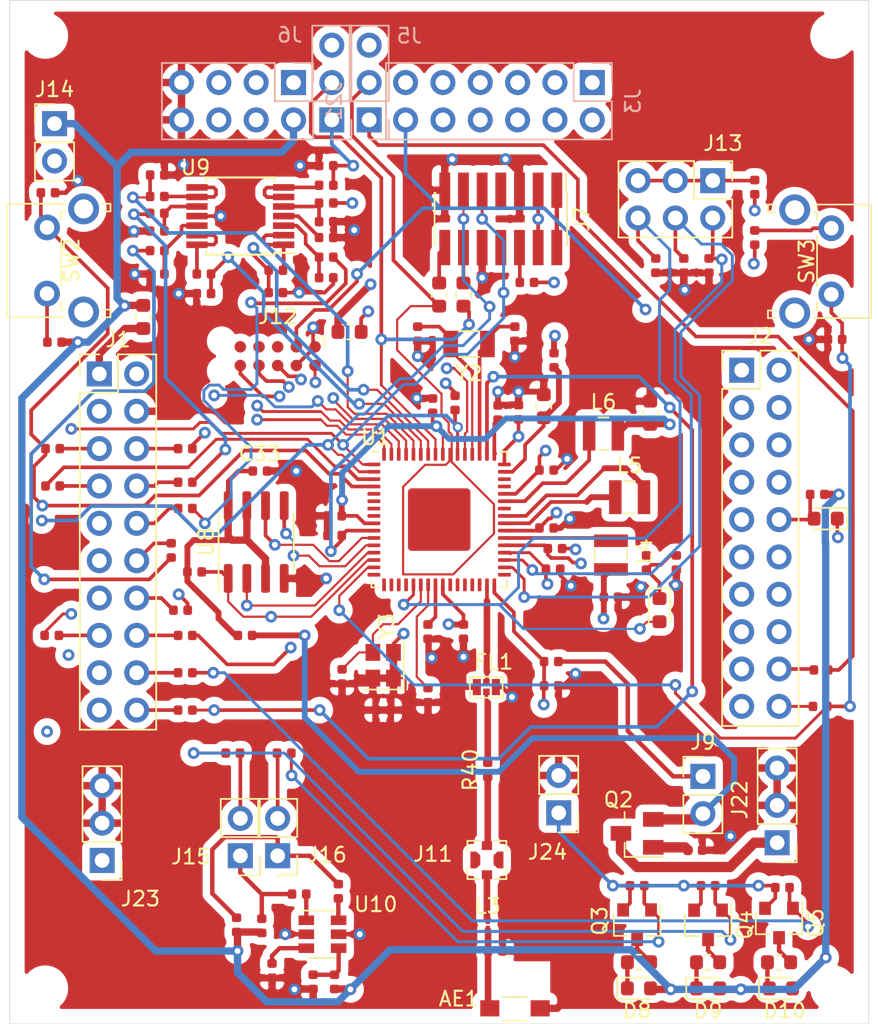
<source format=kicad_pcb>
(kicad_pcb (version 20171130) (host pcbnew 5.1.2-f72e74a~84~ubuntu18.04.1)
  (layers (0 F.Cu mixed) (1 P.Cu mixed) (2 G.Cu mixed hide) (31 B.Cu mixed) (34 B.Paste user) (35 F.Paste user) (36 B.SilkS user) (37 F.SilkS user) (38 B.Mask user) (39 F.Mask user) (44 Edge.Cuts user))
  (net 0 "")
  (net 1 "Net-(J1-Pad16)")
  (net 2 "Net-(J1-Pad15)")
  (net 3 "Net-(J1-Pad14)")
  (net 4 "Net-(R44-Pad1)")
  (net 5 GND)
  (net 6 "Net-(C48-Pad2)")
  (net 7 "Net-(C49-Pad2)")
  (net 8 "Net-(C50-Pad1)")
  (net 9 "Net-(C28-Pad1)")
  (net 10 /LDO_IN)
  (net 11 /VDD_DIG_CC)
  (net 12 /P60_GPIO_05)
  (net 13 /LP_GPIO_02)
  (net 14 /P58_GPIO_03)
  (net 15 /P59_GPIO_04)
  (net 16 "Net-(L4-Pad2)")
  (net 17 "Net-(L5-Pad2)")
  (net 18 "Net-(L5-Pad1)")
  (net 19 "Net-(L6-Pad1)")
  (net 20 /ANA_IN1)
  (net 21 /ANA_IN4)
  (net 22 /ANA_IN2)
  (net 23 /ANA_IN3)
  (net 24 "Net-(R102-Pad1)")
  (net 25 "Net-(R103-Pad2)")
  (net 26 "Net-(R104-Pad1)")
  (net 27 "Net-(R105-Pad1)")
  (net 28 "Net-(R110-Pad1)")
  (net 29 "Net-(R111-Pad1)")
  (net 30 "Net-(R112-Pad1)")
  (net 31 "Net-(R113-Pad1)")
  (net 32 "Net-(J1-Pad20)")
  (net 33 "Net-(J1-Pad18)")
  (net 34 /VCC_BRD)
  (net 35 /VBAT_CC)
  (net 36 /P55_GPIO_01)
  (net 37 /P57_GPIO_02)
  (net 38 "Net-(J22-Pad1)")
  (net 39 "Net-(C46-Pad1)")
  (net 40 /VDD_FL)
  (net 41 /VDD_PL)
  (net 42 /P63_GPIO_08)
  (net 43 /P53_GPIO_30)
  (net 44 /P64_GPIO_09)
  (net 45 /P50_GPIO_00)
  (net 46 "Net-(J7-Pad14)")
  (net 47 "Net-(J7-Pad12)")
  (net 48 /P02_GPIO_11)
  (net 49 /P01_GPIO_10)
  (net 50 "Net-(J7-Pad6)")
  (net 51 "Net-(J7-Pad1)")
  (net 52 "Net-(D8-Pad1)")
  (net 53 "Net-(D9-Pad1)")
  (net 54 "Net-(D10-Pad1)")
  (net 55 "Net-(J24-Pad1)")
  (net 56 "Net-(Q4-Pad3)")
  (net 57 "Net-(Q3-Pad3)")
  (net 58 "Net-(Q5-Pad3)")
  (net 59 /VCC_5V)
  (net 60 "Net-(R138-Pad2)")
  (net 61 "Net-(R139-Pad2)")
  (net 62 "Net-(AE1-Pad1)")
  (net 63 /SOP2)
  (net 64 "Net-(D4-Pad1)")
  (net 65 "Net-(FL1-Pad3)")
  (net 66 "Net-(J11-Pad2)")
  (net 67 "Net-(J13-Pad1)")
  (net 68 /SOP0)
  (net 69 /SOP1)
  (net 70 "Net-(FL1-Pad1)")
  (net 71 "Net-(J11-Pad1)")
  (net 72 "Net-(C57-Pad2)")
  (net 73 "Net-(J15-Pad2)")
  (net 74 /SENS_I2C_SCL)
  (net 75 "Net-(J16-Pad2)")
  (net 76 /SENS_I2C_SDA)
  (net 77 "Net-(R128-Pad1)")
  (net 78 "Net-(R134-Pad1)")
  (net 79 "Net-(R135-Pad1)")
  (net 80 /CC_nRESET)
  (net 81 "Net-(J9-Pad1)")
  (net 82 "Net-(Q2-Pad1)")
  (net 83 "Net-(C33-Pad1)")
  (net 84 "Net-(J1-Pad10)")
  (net 85 "Net-(J1-Pad8)")
  (net 86 "Net-(J1-Pad7)")
  (net 87 "Net-(J1-Pad6)")
  (net 88 "Net-(J1-Pad5)")
  (net 89 "Net-(J1-Pad1)")
  (net 90 "Net-(J2-Pad20)")
  (net 91 "Net-(J2-Pad18)")
  (net 92 /LP_GPIO_01)
  (net 93 /SFL_DOUT)
  (net 94 /SFL_CS)
  (net 95 /SFL_CLK)
  (net 96 /SFL_DIN)
  (net 97 /P62_GPIO_07)
  (net 98 /VCC_OPAMP)
  (net 99 /P04_GPIO_13)
  (net 100 /P15_GPIO_22)
  (net 101 /P03_GPIO_12)
  (net 102 "Net-(J1-Pad12)")
  (net 103 /LP_RESET_OUT)
  (module MountingHole:MountingHole_2.1mm (layer F.Cu) (at 78.613 116.967 270)
    (fp_text reference REF** hide)
    (fp_text value MountingHole_2.1mm hide)
    (pad "" np_thru_hole circle (at 0 0 270) (size 2.1 2.1) (drill 2.1) (layers *.Cu *.Mask))
  )
  (module MountingHole:MountingHole_2.1mm (layer F.Cu) (at 132.207 116.967)
    (fp_text reference REF** hide)
    (fp_text value MountingHole_2.1mm hide)
    (pad "" np_thru_hole circle (at 0 0) (size 2.1 2.1) (drill 2.1) (layers *.Cu *.Mask))
  )
  (module MountingHole:MountingHole_2.1mm (layer F.Cu) (at 132.207 52.197 180)
    (fp_text reference REF** hide)
    (fp_text value MountingHole_2.1mm hide)
    (pad "" np_thru_hole circle (at 0 0 180) (size 2.1 2.1) (drill 2.1) (layers *.Cu *.Mask))
  )
  (module MountingHole:MountingHole_2.1mm (layer F.Cu) (at 78.613 52.197 180)
    (fp_text reference REF** hide)
    (fp_text value MountingHole_2.1mm hide)
    (pad "" np_thru_hole circle (at 0 0 180) (size 2.1 2.1) (drill 2.1) (layers *.Cu *.Mask))
  )
  (module Resistor_SMD:R_0402_1005Metric (layer F.Cu) (at 131.1275 83.3755 180)
    (fp_text reference R136 hide)
    (fp_text value 100K hide)
    (pad 2 smd roundrect (at 0.485 0 180) (size 0.59 0.64) (layers F.Cu F.Paste F.Mask) (net 103 /LP_RESET_OUT))
    (pad 1 smd roundrect (at -0.485 0 180) (size 0.59 0.64) (layers F.Cu F.Paste F.Mask) (net 34 /VCC_BRD))
  )
  (module Diode_SMD:D_0603_1608Metric (layer F.Cu) (at 131.699 85.0265 180)
    (fp_text reference D5 hide)
    (fp_text value D_Schottky hide)
    (pad 2 smd roundrect (at 0.7875 0 180) (size 0.875 0.95) (layers F.Cu F.Paste F.Mask) (net 103 /LP_RESET_OUT))
    (pad 1 smd roundrect (at -0.7875 0 180) (size 0.875 0.95) (layers F.Cu F.Paste F.Mask) (net 80 /CC_nRESET))
  )
  (module Connector_PinHeader_2.54mm:PinHeader_2x10_P2.54mm_Vertical (layer F.Cu) (at 125.984 74.93)
    (fp_text reference J2 (at 1.27 -2.33) (layer F.SilkS))
    (fp_text value Conn_02x10_Odd_Even hide)
    (pad 20 thru_hole oval (at 2.54 22.86) (size 1.7 1.7) (drill 1) (layers *.Cu *.Mask) (net 90 "Net-(J2-Pad20)"))
    (pad 19 thru_hole oval (at 0 22.86) (size 1.7 1.7) (drill 1) (layers *.Cu *.Mask))
    (pad 18 thru_hole oval (at 2.54 20.32) (size 1.7 1.7) (drill 1) (layers *.Cu *.Mask) (net 91 "Net-(J2-Pad18)"))
    (pad 17 thru_hole oval (at 0 20.32) (size 1.7 1.7) (drill 1) (layers *.Cu *.Mask))
    (pad 16 thru_hole oval (at 2.54 17.78) (size 1.7 1.7) (drill 1) (layers *.Cu *.Mask))
    (pad 15 thru_hole oval (at 0 17.78) (size 1.7 1.7) (drill 1) (layers *.Cu *.Mask))
    (pad 14 thru_hole oval (at 2.54 15.24) (size 1.7 1.7) (drill 1) (layers *.Cu *.Mask))
    (pad 13 thru_hole oval (at 0 15.24) (size 1.7 1.7) (drill 1) (layers *.Cu *.Mask))
    (pad 12 thru_hole oval (at 2.54 12.7) (size 1.7 1.7) (drill 1) (layers *.Cu *.Mask))
    (pad 11 thru_hole oval (at 0 12.7) (size 1.7 1.7) (drill 1) (layers *.Cu *.Mask))
    (pad 10 thru_hole oval (at 2.54 10.16) (size 1.7 1.7) (drill 1) (layers *.Cu *.Mask) (net 103 /LP_RESET_OUT))
    (pad 9 thru_hole oval (at 0 10.16) (size 1.7 1.7) (drill 1) (layers *.Cu *.Mask))
    (pad 8 thru_hole oval (at 2.54 7.62) (size 1.7 1.7) (drill 1) (layers *.Cu *.Mask))
    (pad 7 thru_hole oval (at 0 7.62) (size 1.7 1.7) (drill 1) (layers *.Cu *.Mask))
    (pad 6 thru_hole oval (at 2.54 5.08) (size 1.7 1.7) (drill 1) (layers *.Cu *.Mask))
    (pad 5 thru_hole oval (at 0 5.08) (size 1.7 1.7) (drill 1) (layers *.Cu *.Mask))
    (pad 4 thru_hole oval (at 2.54 2.54) (size 1.7 1.7) (drill 1) (layers *.Cu *.Mask))
    (pad 3 thru_hole oval (at 0 2.54) (size 1.7 1.7) (drill 1) (layers *.Cu *.Mask))
    (pad 2 thru_hole oval (at 2.54 0) (size 1.7 1.7) (drill 1) (layers *.Cu *.Mask))
    (pad 1 thru_hole rect (at 0 0) (size 1.7 1.7) (drill 1) (layers *.Cu *.Mask))
  )
  (module Resistor_SMD:R_0402_1005Metric (layer F.Cu) (at 131.3815 95.3135 180)
    (fp_text reference R82 hide)
    (fp_text value 0 hide)
    (pad 2 smd roundrect (at 0.485 0 180) (size 0.59 0.64) (layers F.Cu F.Paste F.Mask) (net 91 "Net-(J2-Pad18)"))
    (pad 1 smd roundrect (at -0.485 0 180) (size 0.59 0.64) (layers F.Cu F.Paste F.Mask) (net 92 /LP_GPIO_01))
  )
  (module Resistor_SMD:R_0402_1005Metric (layer F.Cu) (at 79.0575 92.964 180)
    (fp_text reference R87 hide)
    (fp_text value 0 hide)
    (pad 2 smd roundrect (at 0.485 0 180) (size 0.59 0.64) (layers F.Cu F.Paste F.Mask) (net 97 /P62_GPIO_07))
    (pad 1 smd roundrect (at -0.485 0 180) (size 0.59 0.64) (layers F.Cu F.Paste F.Mask) (net 2 "Net-(J1-Pad15)"))
  )
  (module Capacitor_SMD:C_0402_1005Metric (layer F.Cu) (at 97.7265 65.913 180)
    (fp_text reference C52 hide)
    (fp_text value 0.01uF hide)
    (pad 2 smd roundrect (at 0.485 0 180) (size 0.59 0.64) (layers F.Cu F.Paste F.Mask) (net 98 /VCC_OPAMP))
    (pad 1 smd roundrect (at -0.485 0 180) (size 0.59 0.64) (layers F.Cu F.Paste F.Mask) (net 5 GND))
  )
  (module Connector_PinHeader_2.54mm:PinHeader_2x10_P2.54mm_Vertical (layer F.Cu) (at 82.296 75.184)
    (fp_text reference J1 (at 1.27 -2.33) (layer F.SilkS))
    (fp_text value Conn_02x10_Odd_Even hide)
    (pad 20 thru_hole oval (at 2.54 22.86) (size 1.7 1.7) (drill 1) (layers *.Cu *.Mask) (net 32 "Net-(J1-Pad20)"))
    (pad 19 thru_hole oval (at 0 22.86) (size 1.7 1.7) (drill 1) (layers *.Cu *.Mask))
    (pad 18 thru_hole oval (at 2.54 20.32) (size 1.7 1.7) (drill 1) (layers *.Cu *.Mask) (net 33 "Net-(J1-Pad18)"))
    (pad 17 thru_hole oval (at 0 20.32) (size 1.7 1.7) (drill 1) (layers *.Cu *.Mask))
    (pad 16 thru_hole oval (at 2.54 17.78) (size 1.7 1.7) (drill 1) (layers *.Cu *.Mask) (net 1 "Net-(J1-Pad16)"))
    (pad 15 thru_hole oval (at 0 17.78) (size 1.7 1.7) (drill 1) (layers *.Cu *.Mask) (net 2 "Net-(J1-Pad15)"))
    (pad 14 thru_hole oval (at 2.54 15.24) (size 1.7 1.7) (drill 1) (layers *.Cu *.Mask) (net 3 "Net-(J1-Pad14)"))
    (pad 13 thru_hole oval (at 0 15.24) (size 1.7 1.7) (drill 1) (layers *.Cu *.Mask))
    (pad 12 thru_hole oval (at 2.54 12.7) (size 1.7 1.7) (drill 1) (layers *.Cu *.Mask) (net 102 "Net-(J1-Pad12)"))
    (pad 11 thru_hole oval (at 0 12.7) (size 1.7 1.7) (drill 1) (layers *.Cu *.Mask))
    (pad 10 thru_hole oval (at 2.54 10.16) (size 1.7 1.7) (drill 1) (layers *.Cu *.Mask) (net 84 "Net-(J1-Pad10)"))
    (pad 9 thru_hole oval (at 0 10.16) (size 1.7 1.7) (drill 1) (layers *.Cu *.Mask))
    (pad 8 thru_hole oval (at 2.54 7.62) (size 1.7 1.7) (drill 1) (layers *.Cu *.Mask) (net 85 "Net-(J1-Pad8)"))
    (pad 7 thru_hole oval (at 0 7.62) (size 1.7 1.7) (drill 1) (layers *.Cu *.Mask) (net 86 "Net-(J1-Pad7)"))
    (pad 6 thru_hole oval (at 2.54 5.08) (size 1.7 1.7) (drill 1) (layers *.Cu *.Mask) (net 87 "Net-(J1-Pad6)"))
    (pad 5 thru_hole oval (at 0 5.08) (size 1.7 1.7) (drill 1) (layers *.Cu *.Mask) (net 88 "Net-(J1-Pad5)"))
    (pad 4 thru_hole oval (at 2.54 2.54) (size 1.7 1.7) (drill 1) (layers *.Cu *.Mask) (net 5 GND))
    (pad 3 thru_hole oval (at 0 2.54) (size 1.7 1.7) (drill 1) (layers *.Cu *.Mask))
    (pad 2 thru_hole oval (at 2.54 0) (size 1.7 1.7) (drill 1) (layers *.Cu *.Mask) (net 59 /VCC_5V))
    (pad 1 thru_hole rect (at 0 0) (size 1.7 1.7) (drill 1) (layers *.Cu *.Mask) (net 89 "Net-(J1-Pad1)"))
  )
  (module Resistor_SMD:R_0402_1005Metric (layer F.Cu) (at 131.318 97.79 180)
    (fp_text reference R86 hide)
    (fp_text value 0 hide)
    (pad 2 smd roundrect (at 0.485 0 180) (size 0.59 0.64) (layers F.Cu F.Paste F.Mask) (net 90 "Net-(J2-Pad20)"))
    (pad 1 smd roundrect (at -0.485 0 180) (size 0.59 0.64) (layers F.Cu F.Paste F.Mask) (net 100 /P15_GPIO_22))
  )
  (module Resistor_SMD:R_0402_1005Metric (layer F.Cu) (at 79.121 82.804 180)
    (fp_text reference R71 hide)
    (fp_text value 0 hide)
    (pad 2 smd roundrect (at 0.485 0 180) (size 0.59 0.64) (layers F.Cu F.Paste F.Mask) (net 101 /P03_GPIO_12))
    (pad 1 smd roundrect (at -0.485 0 180) (size 0.59 0.64) (layers F.Cu F.Paste F.Mask) (net 86 "Net-(J1-Pad7)"))
  )
  (module Resistor_SMD:R_0402_1005Metric (layer F.Cu) (at 79.121 80.264 180)
    (fp_text reference R67 hide)
    (fp_text value 0 hide)
    (pad 2 smd roundrect (at 0.485 0 180) (size 0.59 0.64) (layers F.Cu F.Paste F.Mask) (net 99 /P04_GPIO_13))
    (pad 1 smd roundrect (at -0.485 0 180) (size 0.59 0.64) (layers F.Cu F.Paste F.Mask) (net 88 "Net-(J1-Pad5)"))
  )
  (module Resistor_SMD:R_0603_1608Metric (layer F.Cu) (at 85.2805 71.3105 270)
    (fp_text reference R57 hide)
    (fp_text value 0 hide)
    (pad 2 smd roundrect (at 0.7875 0 270) (size 0.875 0.95) (layers F.Cu F.Paste F.Mask) (net 89 "Net-(J1-Pad1)"))
    (pad 1 smd roundrect (at -0.7875 0 270) (size 0.875 0.95) (layers F.Cu F.Paste F.Mask) (net 34 /VCC_BRD))
  )
  (module Capacitor_SMD:C_0402_1005Metric (layer F.Cu) (at 110.8075 77.7875 270)
    (fp_text reference C36 hide)
    (fp_text value 10uF hide)
    (pad 2 smd roundrect (at 0.485 0 270) (size 0.59 0.64) (layers F.Cu F.Paste F.Mask) (net 10 /LDO_IN))
    (pad 1 smd roundrect (at -0.485 0 270) (size 0.59 0.64) (layers F.Cu F.Paste F.Mask) (net 5 GND))
  )
  (module Capacitor_SMD:C_0603_1608Metric (layer F.Cu) (at 112.522 77.381 90)
    (fp_text reference C45 hide)
    (fp_text value 10uF hide)
    (pad 2 smd roundrect (at 0.7875 0 90) (size 0.875 0.95) (layers F.Cu F.Paste F.Mask) (net 5 GND))
    (pad 1 smd roundrect (at -0.7875 0 90) (size 0.875 0.95) (layers F.Cu F.Paste F.Mask) (net 40 /VDD_FL))
  )
  (module Capacitor_SMD:C_0603_1608Metric (layer F.Cu) (at 119.761 77.8255 270)
    (fp_text reference C42 hide)
    (fp_text value 10uF hide)
    (pad 2 smd roundrect (at 0.7875 0 270) (size 0.875 0.95) (layers F.Cu F.Paste F.Mask) (net 11 /VDD_DIG_CC))
    (pad 1 smd roundrect (at -0.7875 0 270) (size 0.875 0.95) (layers F.Cu F.Paste F.Mask) (net 5 GND))
  )
  (module pwrcon:Tag-Connect_TC2050-IDC-NL_2x05_P1.27mm_Vertical_CC_SMD (layer F.Cu) (at 94.4245 73.9775 180)
    (fp_text reference J12 (at 0 2.7) (layer F.SilkS))
    (fp_text value Conn_02x05_Counter_Clockwise hide)
    (pad 10 smd circle (at -2.54 -0.635 180) (size 0.7874 0.7874) (layers F.Cu F.Paste F.Mask) (net 94 /SFL_CS))
    (pad 9 smd circle (at -1.27 -0.635 180) (size 0.7874 0.7874) (layers F.Cu F.Paste F.Mask) (net 5 GND))
    (pad 8 smd circle (at 0 -0.635 180) (size 0.7874 0.7874) (layers F.Cu F.Paste F.Mask) (net 95 /SFL_CLK))
    (pad 7 smd circle (at 1.27 -0.635 180) (size 0.7874 0.7874) (layers F.Cu F.Paste F.Mask) (net 93 /SFL_DOUT))
    (pad 6 smd circle (at 2.54 -0.635 180) (size 0.7874 0.7874) (layers F.Cu F.Paste F.Mask) (net 96 /SFL_DIN))
    (pad 5 smd circle (at 2.54 0.635 180) (size 0.7874 0.7874) (layers F.Cu F.Paste F.Mask))
    (pad 4 smd circle (at 1.27 0.635 180) (size 0.7874 0.7874) (layers F.Cu F.Paste F.Mask))
    (pad 3 smd circle (at 0 0.635 180) (size 0.7874 0.7874) (layers F.Cu F.Paste F.Mask))
    (pad 2 smd circle (at -1.27 0.635 180) (size 0.7874 0.7874) (layers F.Cu F.Paste F.Mask) (net 80 /CC_nRESET))
    (pad 1 smd circle (at -2.54 0.635 180) (size 0.7874 0.7874) (layers F.Cu F.Paste F.Mask) (net 5 GND))
    (pad "" np_thru_hole circle (at -3.81 0 180) (size 0.9906 0.9906) (drill 0.9906) (layers *.Cu *.Mask))
    (pad "" np_thru_hole circle (at 3.81 1.016 180) (size 0.9906 0.9906) (drill 0.9906) (layers *.Cu *.Mask))
    (pad "" np_thru_hole circle (at 3.81 -1.016 180) (size 0.9906 0.9906) (drill 0.9906) (layers *.Cu *.Mask))
  )
  (module Resistor_SMD:R_0402_1005Metric (layer F.Cu) (at 88.773 88.646 180)
    (fp_text reference R41 hide)
    (fp_text value 10k hide)
    (pad 2 smd roundrect (at 0.485 0 180) (size 0.59 0.64) (layers F.Cu F.Paste F.Mask) (net 83 "Net-(C33-Pad1)"))
    (pad 1 smd roundrect (at -0.485 0 180) (size 0.59 0.64) (layers F.Cu F.Paste F.Mask) (net 94 /SFL_CS))
  )
  (module Resistor_SMD:R_0402_1005Metric (layer F.Cu) (at 92.202 92.964)
    (fp_text reference R39 hide)
    (fp_text value 0 hide)
    (pad 2 smd roundrect (at 0.485 0) (size 0.59 0.64) (layers F.Cu F.Paste F.Mask) (net 35 /VBAT_CC))
    (pad 1 smd roundrect (at -0.485 0) (size 0.59 0.64) (layers F.Cu F.Paste F.Mask) (net 83 "Net-(C33-Pad1)"))
  )
  (module Capacitor_SMD:C_0402_1005Metric (layer F.Cu) (at 93.218 81.788)
    (fp_text reference C33 (at 0 -1.17) (layer F.SilkS))
    (fp_text value 0.1uF hide)
    (pad 2 smd roundrect (at 0.485 0) (size 0.59 0.64) (layers F.Cu F.Paste F.Mask) (net 5 GND))
    (pad 1 smd roundrect (at -0.485 0) (size 0.59 0.64) (layers F.Cu F.Paste F.Mask) (net 83 "Net-(C33-Pad1)"))
  )
  (module Package_TO_SOT_SMD:SuperSOT-3 (layer F.Cu) (at 118.872 106.426 180)
    (fp_text reference Q2 (at 1.27 2.286) (layer F.SilkS))
    (fp_text value TP0610T hide)
    (pad 3 smd rect (at 1.1 0 180) (size 1.4 1) (layers F.Cu F.Paste F.Mask) (net 38 "Net-(J22-Pad1)"))
    (pad 2 smd rect (at -1.1 0.95 180) (size 1.4 1) (layers F.Cu F.Paste F.Mask) (net 35 /VBAT_CC))
    (pad 1 smd rect (at -1.1 -0.95 180) (size 1.4 1) (layers F.Cu F.Paste F.Mask) (net 82 "Net-(Q2-Pad1)"))
  )
  (module Resistor_SMD:R_0402_1005Metric (layer F.Cu) (at 113.03 94.742)
    (fp_text reference R35 hide)
    (fp_text value 10K hide)
    (pad 2 smd roundrect (at 0.485 0) (size 0.59 0.64) (layers F.Cu F.Paste F.Mask) (net 81 "Net-(J9-Pad1)"))
    (pad 1 smd roundrect (at -0.485 0) (size 0.59 0.64) (layers F.Cu F.Paste F.Mask) (net 80 /CC_nRESET))
  )
  (module Connector_PinHeader_2.54mm:PinHeader_1x02_P2.54mm_Vertical (layer F.Cu) (at 123.347 102.549)
    (fp_text reference J9 (at 0 -2.33) (layer F.SilkS))
    (fp_text value Conn_01x02 hide)
    (pad 2 thru_hole oval (at 0 2.54) (size 1.7 1.7) (drill 1) (layers *.Cu *.Mask) (net 35 /VBAT_CC))
    (pad 1 thru_hole rect (at 0 0) (size 1.7 1.7) (drill 1) (layers *.Cu *.Mask) (net 81 "Net-(J9-Pad1)"))
  )
  (module Capacitor_SMD:C_0402_1005Metric (layer F.Cu) (at 113.03 96.393)
    (fp_text reference C27 hide)
    (fp_text value 1uF hide)
    (pad 2 smd roundrect (at 0.485 0) (size 0.59 0.64) (layers F.Cu F.Paste F.Mask) (net 5 GND))
    (pad 1 smd roundrect (at -0.485 0) (size 0.59 0.64) (layers F.Cu F.Paste F.Mask) (net 80 /CC_nRESET))
  )
  (module Capacitor_SMD:C_0402_1005Metric (layer F.Cu) (at 109.22 114.427)
    (fp_text reference C34 hide)
    (fp_text value 0.5pF hide)
    (pad 2 smd roundrect (at 0.485 0) (size 0.59 0.64) (layers F.Cu F.Paste F.Mask) (net 5 GND))
    (pad 1 smd roundrect (at -0.485 0) (size 0.59 0.64) (layers F.Cu F.Paste F.Mask) (net 62 "Net-(AE1-Pad1)"))
  )
  (module Package_SO:SOIC-8_3.9x4.9mm_P1.27mm (layer F.Cu) (at 92.964 86.614 90)
    (fp_text reference U8 (at 0 -3.4 90) (layer F.SilkS))
    (fp_text value MX25R3235FM1IL0 hide)
    (pad 8 smd roundrect (at 2.475 -1.905 90) (size 1.95 0.6) (layers F.Cu F.Paste F.Mask) (net 83 "Net-(C33-Pad1)"))
    (pad 7 smd roundrect (at 2.475 -0.635 90) (size 1.95 0.6) (layers F.Cu F.Paste F.Mask) (net 83 "Net-(C33-Pad1)"))
    (pad 6 smd roundrect (at 2.475 0.635 90) (size 1.95 0.6) (layers F.Cu F.Paste F.Mask) (net 95 /SFL_CLK))
    (pad 5 smd roundrect (at 2.475 1.905 90) (size 1.95 0.6) (layers F.Cu F.Paste F.Mask) (net 93 /SFL_DOUT))
    (pad 4 smd roundrect (at -2.475 1.905 90) (size 1.95 0.6) (layers F.Cu F.Paste F.Mask) (net 5 GND))
    (pad 3 smd roundrect (at -2.475 0.635 90) (size 1.95 0.6) (layers F.Cu F.Paste F.Mask) (net 83 "Net-(C33-Pad1)"))
    (pad 2 smd roundrect (at -2.475 -0.635 90) (size 1.95 0.6) (layers F.Cu F.Paste F.Mask) (net 96 /SFL_DIN))
    (pad 1 smd roundrect (at -2.475 -1.905 90) (size 1.95 0.6) (layers F.Cu F.Paste F.Mask) (net 94 /SFL_CS))
  )
  (module Resistor_SMD:R_0402_1005Metric (layer F.Cu) (at 93.345 112.7125 90)
    (fp_text reference R119 hide)
    (fp_text value 3.3K hide)
    (pad 2 smd roundrect (at 0.485 0 90) (size 0.59 0.64) (layers F.Cu F.Paste F.Mask) (net 74 /SENS_I2C_SCL))
    (pad 1 smd roundrect (at -0.485 0 90) (size 0.59 0.64) (layers F.Cu F.Paste F.Mask) (net 34 /VCC_BRD))
  )
  (module Resistor_SMD:R_0402_1005Metric (layer F.Cu) (at 91.6305 112.649 270)
    (fp_text reference R118 hide)
    (fp_text value 3.3K hide)
    (pad 2 smd roundrect (at 0.485 0 270) (size 0.59 0.64) (layers F.Cu F.Paste F.Mask) (net 34 /VCC_BRD))
    (pad 1 smd roundrect (at -0.485 0 270) (size 0.59 0.64) (layers F.Cu F.Paste F.Mask) (net 76 /SENS_I2C_SDA))
  )
  (module Package_TO_SOT_SMD:SOT-23-6 (layer F.Cu) (at 97.4725 113.284)
    (fp_text reference U10 (at 3.6195 -2.032) (layer F.SilkS))
    (fp_text value TMP100 hide)
    (pad 5 smd rect (at 1.1 0) (size 1.06 0.65) (layers F.Cu F.Paste F.Mask) (net 5 GND))
    (pad 6 smd rect (at 1.1 -0.95) (size 1.06 0.65) (layers F.Cu F.Paste F.Mask) (net 79 "Net-(R135-Pad1)"))
    (pad 4 smd rect (at 1.1 0.95) (size 1.06 0.65) (layers F.Cu F.Paste F.Mask) (net 72 "Net-(C57-Pad2)"))
    (pad 3 smd rect (at -1.1 0.95) (size 1.06 0.65) (layers F.Cu F.Paste F.Mask) (net 77 "Net-(R128-Pad1)"))
    (pad 2 smd rect (at -1.1 0) (size 1.06 0.65) (layers F.Cu F.Paste F.Mask) (net 5 GND))
    (pad 1 smd rect (at -1.1 -0.95) (size 1.06 0.65) (layers F.Cu F.Paste F.Mask) (net 78 "Net-(R134-Pad1)"))
  )
  (module Resistor_SMD:R_0402_1005Metric (layer F.Cu) (at 98.552 110.363 90)
    (fp_text reference R135 hide)
    (fp_text value 0 hide)
    (pad 2 smd roundrect (at 0.485 0 90) (size 0.59 0.64) (layers F.Cu F.Paste F.Mask) (net 76 /SENS_I2C_SDA))
    (pad 1 smd roundrect (at -0.485 0 90) (size 0.59 0.64) (layers F.Cu F.Paste F.Mask) (net 79 "Net-(R135-Pad1)"))
  )
  (module Resistor_SMD:R_0402_1005Metric (layer F.Cu) (at 95.885 110.5535 180)
    (fp_text reference R134 hide)
    (fp_text value 0 hide)
    (pad 2 smd roundrect (at 0.485 0 180) (size 0.59 0.64) (layers F.Cu F.Paste F.Mask) (net 74 /SENS_I2C_SCL))
    (pad 1 smd roundrect (at -0.485 0 180) (size 0.59 0.64) (layers F.Cu F.Paste F.Mask) (net 78 "Net-(R134-Pad1)"))
  )
  (module Resistor_SMD:R_0402_1005Metric (layer F.Cu) (at 94.869 100.965)
    (fp_text reference R129 hide)
    (fp_text value 0 hide)
    (pad 2 smd roundrect (at 0.485 0) (size 0.59 0.64) (layers F.Cu F.Paste F.Mask) (net 48 /P02_GPIO_11))
    (pad 1 smd roundrect (at -0.485 0) (size 0.59 0.64) (layers F.Cu F.Paste F.Mask) (net 75 "Net-(J16-Pad2)"))
  )
  (module Resistor_SMD:R_0402_1005Metric (layer F.Cu) (at 94.0435 115.7605 270)
    (fp_text reference R128 hide)
    (fp_text value 0 hide)
    (pad 2 smd roundrect (at 0.485 0 270) (size 0.59 0.64) (layers F.Cu F.Paste F.Mask) (net 5 GND))
    (pad 1 smd roundrect (at -0.485 0 270) (size 0.59 0.64) (layers F.Cu F.Paste F.Mask) (net 77 "Net-(R128-Pad1)"))
  )
  (module Resistor_SMD:R_0402_1005Metric (layer F.Cu) (at 91.3765 100.965 180)
    (fp_text reference R123 hide)
    (fp_text value 0 hide)
    (pad 2 smd roundrect (at 0.485 0 180) (size 0.59 0.64) (layers F.Cu F.Paste F.Mask) (net 49 /P01_GPIO_10))
    (pad 1 smd roundrect (at -0.485 0 180) (size 0.59 0.64) (layers F.Cu F.Paste F.Mask) (net 73 "Net-(J15-Pad2)"))
  )
  (module Resistor_SMD:R_0402_1005Metric (layer F.Cu) (at 98.298 116.5225 90)
    (fp_text reference R116 hide)
    (fp_text value 0 hide)
    (pad 2 smd roundrect (at 0.485 0 90) (size 0.59 0.64) (layers F.Cu F.Paste F.Mask) (net 72 "Net-(C57-Pad2)"))
    (pad 1 smd roundrect (at -0.485 0 90) (size 0.59 0.64) (layers F.Cu F.Paste F.Mask) (net 34 /VCC_BRD))
  )
  (module Connector_PinHeader_2.54mm:PinHeader_1x02_P2.54mm_Vertical (layer F.Cu) (at 94.4245 107.95 180)
    (fp_text reference J16 (at -3.3655 0.0635) (layer F.SilkS))
    (fp_text value Conn_01x02 hide)
    (pad 2 thru_hole oval (at 0 2.54 180) (size 1.7 1.7) (drill 1) (layers *.Cu *.Mask) (net 75 "Net-(J16-Pad2)"))
    (pad 1 thru_hole rect (at 0 0 180) (size 1.7 1.7) (drill 1) (layers *.Cu *.Mask) (net 76 /SENS_I2C_SDA))
  )
  (module Connector_PinHeader_2.54mm:PinHeader_1x02_P2.54mm_Vertical (layer F.Cu) (at 91.8845 107.95 180)
    (fp_text reference J15 (at 3.3655 -0.0635) (layer F.SilkS))
    (fp_text value Conn_01x02 hide)
    (pad 2 thru_hole oval (at 0 2.54 180) (size 1.7 1.7) (drill 1) (layers *.Cu *.Mask) (net 73 "Net-(J15-Pad2)"))
    (pad 1 thru_hole rect (at 0 0 180) (size 1.7 1.7) (drill 1) (layers *.Cu *.Mask) (net 74 /SENS_I2C_SCL))
  )
  (module Capacitor_SMD:C_0402_1005Metric (layer F.Cu) (at 96.8375 116.5225 90)
    (fp_text reference C57 hide)
    (fp_text value 0.1uF hide)
    (pad 2 smd roundrect (at 0.485 0 90) (size 0.59 0.64) (layers F.Cu F.Paste F.Mask) (net 72 "Net-(C57-Pad2)"))
    (pad 1 smd roundrect (at -0.485 0 90) (size 0.59 0.64) (layers F.Cu F.Paste F.Mask) (net 5 GND))
  )
  (module Resistor_SMD:R_0402_1005Metric (layer F.Cu) (at 108.712 102.108 90)
    (fp_text reference R40 (at 0 -1.17 90) (layer F.SilkS))
    (fp_text value 0 hide)
    (pad 2 smd roundrect (at 0.485 0 90) (size 0.59 0.64) (layers F.Cu F.Paste F.Mask) (net 65 "Net-(FL1-Pad3)"))
    (pad 1 smd roundrect (at -0.485 0 90) (size 0.59 0.64) (layers F.Cu F.Paste F.Mask) (net 71 "Net-(J11-Pad1)"))
  )
  (module pwrcon:TDK_Filter (layer F.Cu) (at 107.696 97.028)
    (fp_text reference FL1 (at 1.433 -2.257) (layer F.SilkS))
    (fp_text value BFCN-2450 hide)
    (pad 4 smd rect (at 0.275 -0.55) (size 0.55 1.1) (layers F.Cu F.Paste F.Mask) (net 5 GND))
    (pad 3 smd rect (at 0.925 -0.225) (size 0.45 0.45) (layers F.Cu F.Paste F.Mask) (net 65 "Net-(FL1-Pad3)"))
    (pad 2 smd rect (at 1.575 -0.55) (size 0.55 1.1) (layers F.Cu F.Paste F.Mask) (net 5 GND))
    (pad 1 smd rect (at 0.925 -0.875) (size 0.45 0.45) (layers F.Cu F.Paste F.Mask) (net 70 "Net-(FL1-Pad1)"))
  )
  (module Resistor_SMD:R_0402_1005Metric (layer F.Cu) (at 121.539 88.011 90)
    (fp_text reference R53 hide)
    (fp_text value 10K hide)
    (pad 2 smd roundrect (at 0.485 0 90) (size 0.59 0.64) (layers F.Cu F.Paste F.Mask) (net 64 "Net-(D4-Pad1)"))
    (pad 1 smd roundrect (at -0.485 0 90) (size 0.59 0.64) (layers F.Cu F.Paste F.Mask) (net 5 GND))
  )
  (module Resistor_SMD:R_0402_1005Metric (layer F.Cu) (at 119.507 88.011 270)
    (fp_text reference R52 hide)
    (fp_text value 2.2K hide)
    (pad 2 smd roundrect (at 0.485 0 270) (size 0.59 0.64) (layers F.Cu F.Paste F.Mask) (net 64 "Net-(D4-Pad1)"))
    (pad 1 smd roundrect (at -0.485 0 270) (size 0.59 0.64) (layers F.Cu F.Paste F.Mask))
  )
  (module Resistor_SMD:R_0402_1005Metric (layer F.Cu) (at 120.142 67.818 90)
    (fp_text reference R51 hide)
    (fp_text value 2.7K hide)
    (pad 2 smd roundrect (at 0.485 0 90) (size 0.59 0.64) (layers F.Cu F.Paste F.Mask) (net 63 /SOP2))
    (pad 1 smd roundrect (at -0.485 0 90) (size 0.59 0.64) (layers F.Cu F.Paste F.Mask) (net 5 GND))
  )
  (module Resistor_SMD:R_0402_1005Metric (layer F.Cu) (at 122.047 67.818 90)
    (fp_text reference R50 hide)
    (fp_text value 100K hide)
    (pad 2 smd roundrect (at 0.485 0 90) (size 0.59 0.64) (layers F.Cu F.Paste F.Mask) (net 69 /SOP1))
    (pad 1 smd roundrect (at -0.485 0 90) (size 0.59 0.64) (layers F.Cu F.Paste F.Mask) (net 5 GND))
  )
  (module Resistor_SMD:R_0402_1005Metric (layer F.Cu) (at 123.7615 67.818 270)
    (fp_text reference R49 hide)
    (fp_text value 100K hide)
    (pad 2 smd roundrect (at 0.485 0 270) (size 0.59 0.64) (layers F.Cu F.Paste F.Mask) (net 5 GND))
    (pad 1 smd roundrect (at -0.485 0 270) (size 0.59 0.64) (layers F.Cu F.Paste F.Mask) (net 68 /SOP0))
  )
  (module Resistor_SMD:R_0402_1005Metric (layer F.Cu) (at 126.873 62.484 90)
    (fp_text reference R47 hide)
    (fp_text value 270 hide)
    (pad 2 smd roundrect (at 0.485 0 90) (size 0.59 0.64) (layers F.Cu F.Paste F.Mask) (net 67 "Net-(J13-Pad1)"))
    (pad 1 smd roundrect (at -0.485 0 90) (size 0.59 0.64) (layers F.Cu F.Paste F.Mask) (net 34 /VCC_BRD))
  )
  (module Inductor_SMD:L_01005_0402Metric (layer F.Cu) (at 108.712 112.649 270)
    (fp_text reference L3 (at -1.27 0 180) (layer F.SilkS))
    (fp_text value L_Core_Ferrite_Small hide)
    (pad 2 smd roundrect (at 0.25 0 270) (size 0.4 0.3) (layers F.Cu F.Mask) (net 62 "Net-(AE1-Pad1)"))
    (pad 1 smd roundrect (at -0.25 0 270) (size 0.4 0.3) (layers F.Cu F.Mask) (net 66 "Net-(J11-Pad2)"))
  )
  (module Connector_PinHeader_2.54mm:PinHeader_2x03_P2.54mm_Vertical (layer F.Cu) (at 124.0155 62.0395 270)
    (fp_text reference J13 (at -2.54 -0.6985 180) (layer F.SilkS))
    (fp_text value Conn_02x03_Odd_Even hide)
    (pad 6 thru_hole oval (at 2.54 5.08 270) (size 1.7 1.7) (drill 1) (layers *.Cu *.Mask) (net 63 /SOP2))
    (pad 5 thru_hole oval (at 0 5.08 270) (size 1.7 1.7) (drill 1) (layers *.Cu *.Mask) (net 67 "Net-(J13-Pad1)"))
    (pad 4 thru_hole oval (at 2.54 2.54 270) (size 1.7 1.7) (drill 1) (layers *.Cu *.Mask) (net 69 /SOP1))
    (pad 3 thru_hole oval (at 0 2.54 270) (size 1.7 1.7) (drill 1) (layers *.Cu *.Mask) (net 67 "Net-(J13-Pad1)"))
    (pad 2 thru_hole oval (at 2.54 0 270) (size 1.7 1.7) (drill 1) (layers *.Cu *.Mask) (net 68 /SOP0))
    (pad 1 thru_hole rect (at 0 0 270) (size 1.7 1.7) (drill 1) (layers *.Cu *.Mask) (net 67 "Net-(J13-Pad1)"))
  )
  (module pwrcon:Co-axial_Connector_RF (layer F.Cu) (at 109.982 106.934 180)
    (fp_text reference J11 (at 5 -0.9) (layer F.SilkS))
    (fp_text value Conn_Coaxial hide)
    (pad 4 smd custom (at 0.5 -1.325 180) (size 0.5 0.5) (layers F.Cu F.Paste F.Mask) (options (clearance outline) (anchor rect)) (primitives (gr_poly (pts (xy -0.25 -0.5) (xy -0.25 0.55) (xy 0.075 0.55) (xy 0.325 0.325) (xy 0.325 -0.275) (xy 0.075 -0.5)) (width 0.1))))
    (pad 3 smd custom (at 2.075 -1.3 180) (size 0.5 0.5) (layers F.Cu F.Paste F.Mask) (options (clearance outline) (anchor rect)) (primitives (gr_poly (pts (xy 0.325 0.525) (xy 0.325 -0.525) (xy 0 -0.525) (xy -0.25 -0.3) (xy -0.25 0.3) (xy 0 0.525)) (width 0.1))))
    (pad 2 smd rect (at 1.325 -2.3 180) (size 0.7 0.6) (layers F.Cu F.Paste F.Mask) (net 66 "Net-(J11-Pad2)"))
    (pad 1 smd rect (at 1.325 -0.325 180) (size 0.7 0.6) (layers F.Cu F.Paste F.Mask) (net 71 "Net-(J11-Pad1)"))
  )
  (module Diode_SMD:D_0603_1608Metric (layer F.Cu) (at 120.396 91.2495 270)
    (fp_text reference D4 hide)
    (fp_text value D_Schottky hide)
    (pad 2 smd roundrect (at 0.7875 0 270) (size 0.875 0.95) (layers F.Cu F.Paste F.Mask) (net 63 /SOP2))
    (pad 1 smd roundrect (at -0.7875 0 270) (size 0.875 0.95) (layers F.Cu F.Paste F.Mask) (net 64 "Net-(D4-Pad1)"))
  )
  (module pwrcon:Taiyo_WLAN (layer F.Cu) (at 108.204 118.872)
    (fp_text reference AE1 (at -1.4605 -1.2) (layer F.SilkS))
    (fp_text value Antenna_Chip hide)
    (pad 2 smd rect (at 4.075 -0.55) (size 1.3 1.1) (layers F.Cu F.Paste F.Mask) (net 5 GND))
    (pad 1 smd rect (at 0.65 -0.55) (size 1.3 1.1) (layers F.Cu F.Paste F.Mask) (net 62 "Net-(AE1-Pad1)"))
  )
  (module Button_Switch_THT:SW_Tactile_SPST_Angled_PTS645Vx31-2LFS (layer F.Cu) (at 132.08 65.278 270)
    (fp_text reference SW3 (at 2.25 1.68 90) (layer F.SilkS))
    (fp_text value SW_DIP_x01 hide)
    (pad "" thru_hole circle (at -1.25 2.49 270) (size 2.1 2.1) (drill 1.3) (layers *.Cu *.Mask))
    (pad 1 thru_hole circle (at 0 0 270) (size 1.75 1.75) (drill 0.99) (layers *.Cu *.Mask) (net 61 "Net-(R139-Pad2)"))
    (pad 2 thru_hole circle (at 4.5 0 270) (size 1.75 1.75) (drill 0.99) (layers *.Cu *.Mask) (net 100 /P15_GPIO_22))
    (pad "" thru_hole circle (at 5.76 2.49 270) (size 2.1 2.1) (drill 1.3) (layers *.Cu *.Mask))
  )
  (module Button_Switch_THT:SW_Tactile_SPST_Angled_PTS645Vx31-2LFS (layer F.Cu) (at 78.74 69.723 90)
    (fp_text reference SW2 (at 2.25 1.68 90) (layer F.SilkS))
    (fp_text value SW_DIP_x01 hide)
    (pad "" thru_hole circle (at -1.25 2.49 90) (size 2.1 2.1) (drill 1.3) (layers *.Cu *.Mask))
    (pad 1 thru_hole circle (at 0 0 90) (size 1.75 1.75) (drill 0.99) (layers *.Cu *.Mask) (net 60 "Net-(R138-Pad2)"))
    (pad 2 thru_hole circle (at 4.5 0 90) (size 1.75 1.75) (drill 0.99) (layers *.Cu *.Mask) (net 99 /P04_GPIO_13))
    (pad "" thru_hole circle (at 5.76 2.49 90) (size 2.1 2.1) (drill 1.3) (layers *.Cu *.Mask))
  )
  (module Resistor_SMD:R_0402_1005Metric (layer F.Cu) (at 132.334 72.8345 180)
    (fp_text reference R142 hide)
    (fp_text value 10K hide)
    (pad 2 smd roundrect (at 0.485 0 180) (size 0.59 0.64) (layers F.Cu F.Paste F.Mask) (net 5 GND))
    (pad 1 smd roundrect (at -0.485 0 180) (size 0.59 0.64) (layers F.Cu F.Paste F.Mask) (net 100 /P15_GPIO_22))
  )
  (module Resistor_SMD:R_0402_1005Metric (layer F.Cu) (at 78.8035 62.865)
    (fp_text reference R141 hide)
    (fp_text value 10K hide)
    (pad 2 smd roundrect (at 0.485 0) (size 0.59 0.64) (layers F.Cu F.Paste F.Mask) (net 5 GND))
    (pad 1 smd roundrect (at -0.485 0) (size 0.59 0.64) (layers F.Cu F.Paste F.Mask) (net 99 /P04_GPIO_13))
  )
  (module Resistor_SMD:R_0402_1005Metric (layer F.Cu) (at 126.873 65.913 90)
    (fp_text reference R139 hide)
    (fp_text value 1K hide)
    (pad 2 smd roundrect (at 0.485 0 90) (size 0.59 0.64) (layers F.Cu F.Paste F.Mask) (net 61 "Net-(R139-Pad2)"))
    (pad 1 smd roundrect (at -0.485 0 90) (size 0.59 0.64) (layers F.Cu F.Paste F.Mask) (net 34 /VCC_BRD))
  )
  (module Resistor_SMD:R_0402_1005Metric (layer F.Cu) (at 79.248 73.025 180)
    (fp_text reference R138 hide)
    (fp_text value 1K hide)
    (pad 2 smd roundrect (at 0.485 0 180) (size 0.59 0.64) (layers F.Cu F.Paste F.Mask) (net 60 "Net-(R138-Pad2)"))
    (pad 1 smd roundrect (at -0.485 0 180) (size 0.59 0.64) (layers F.Cu F.Paste F.Mask) (net 34 /VCC_BRD))
  )
  (module Resistor_SMD:R_0402_1005Metric (layer F.Cu) (at 123.698 109.982 180)
    (fp_text reference R152 hide)
    (fp_text value 100K hide)
    (pad 2 smd roundrect (at 0.485 0 180) (size 0.59 0.64) (layers F.Cu F.Paste F.Mask) (net 55 "Net-(J24-Pad1)"))
    (pad 1 smd roundrect (at -0.485 0 180) (size 0.59 0.64) (layers F.Cu F.Paste F.Mask) (net 49 /P01_GPIO_10))
  )
  (module Resistor_SMD:R_0402_1005Metric (layer F.Cu) (at 118.872 109.982 180)
    (fp_text reference R151 hide)
    (fp_text value 100K hide)
    (pad 2 smd roundrect (at 0.485 0 180) (size 0.59 0.64) (layers F.Cu F.Paste F.Mask) (net 55 "Net-(J24-Pad1)"))
    (pad 1 smd roundrect (at -0.485 0 180) (size 0.59 0.64) (layers F.Cu F.Paste F.Mask) (net 48 /P02_GPIO_11))
  )
  (module Resistor_SMD:R_0603_1608Metric (layer F.Cu) (at 128.524 115.189)
    (fp_text reference R149 hide)
    (fp_text value 270 hide)
    (pad 2 smd roundrect (at 0.7875 0) (size 0.875 0.95) (layers F.Cu F.Paste F.Mask) (net 58 "Net-(Q5-Pad3)"))
    (pad 1 smd roundrect (at -0.7875 0) (size 0.875 0.95) (layers F.Cu F.Paste F.Mask) (net 54 "Net-(D10-Pad1)"))
  )
  (module Resistor_SMD:R_0603_1608Metric (layer F.Cu) (at 118.999 115.189)
    (fp_text reference R148 hide)
    (fp_text value 270 hide)
    (pad 2 smd roundrect (at 0.7875 0) (size 0.875 0.95) (layers F.Cu F.Paste F.Mask) (net 57 "Net-(Q3-Pad3)"))
    (pad 1 smd roundrect (at -0.7875 0) (size 0.875 0.95) (layers F.Cu F.Paste F.Mask) (net 52 "Net-(D8-Pad1)"))
  )
  (module Resistor_SMD:R_0603_1608Metric (layer F.Cu) (at 123.698 115.189)
    (fp_text reference R147 hide)
    (fp_text value 270 hide)
    (pad 2 smd roundrect (at 0.7875 0) (size 0.875 0.95) (layers F.Cu F.Paste F.Mask) (net 56 "Net-(Q4-Pad3)"))
    (pad 1 smd roundrect (at -0.7875 0) (size 0.875 0.95) (layers F.Cu F.Paste F.Mask) (net 53 "Net-(D9-Pad1)"))
  )
  (module Resistor_SMD:R_0402_1005Metric (layer F.Cu) (at 128.755 110.109 180)
    (fp_text reference R153 hide)
    (fp_text value 100K hide)
    (pad 2 smd roundrect (at 0.485 0 180) (size 0.59 0.64) (layers F.Cu F.Paste F.Mask) (net 55 "Net-(J24-Pad1)"))
    (pad 1 smd roundrect (at -0.485 0 180) (size 0.59 0.64) (layers F.Cu F.Paste F.Mask) (net 44 /P64_GPIO_09))
  )
  (module Package_TO_SOT_SMD:SOT-23 (layer F.Cu) (at 128.524 112.522 270)
    (fp_text reference Q5 (at 0 -2.5 90) (layer F.SilkS))
    (fp_text value BSS138 hide)
    (pad 3 smd rect (at 1 0 270) (size 0.9 0.8) (layers F.Cu F.Paste F.Mask) (net 58 "Net-(Q5-Pad3)"))
    (pad 2 smd rect (at -1 0.95 270) (size 0.9 0.8) (layers F.Cu F.Paste F.Mask) (net 55 "Net-(J24-Pad1)"))
    (pad 1 smd rect (at -1 -0.95 270) (size 0.9 0.8) (layers F.Cu F.Paste F.Mask) (net 44 /P64_GPIO_09))
  )
  (module Package_TO_SOT_SMD:SOT-23 (layer F.Cu) (at 123.698 112.649 270)
    (fp_text reference Q4 (at 0 -2.5 90) (layer F.SilkS))
    (fp_text value BSS138 hide)
    (pad 3 smd rect (at 1 0 270) (size 0.9 0.8) (layers F.Cu F.Paste F.Mask) (net 56 "Net-(Q4-Pad3)"))
    (pad 2 smd rect (at -1 0.95 270) (size 0.9 0.8) (layers F.Cu F.Paste F.Mask) (net 55 "Net-(J24-Pad1)"))
    (pad 1 smd rect (at -1 -0.95 270) (size 0.9 0.8) (layers F.Cu F.Paste F.Mask) (net 49 /P01_GPIO_10))
  )
  (module Package_TO_SOT_SMD:SOT-23 (layer F.Cu) (at 118.872 112.633 270)
    (fp_text reference Q3 (at -0.254 2.54 90) (layer F.SilkS))
    (fp_text value BSS138 hide)
    (pad 3 smd rect (at 1 0 270) (size 0.9 0.8) (layers F.Cu F.Paste F.Mask) (net 57 "Net-(Q3-Pad3)"))
    (pad 2 smd rect (at -1 0.95 270) (size 0.9 0.8) (layers F.Cu F.Paste F.Mask) (net 55 "Net-(J24-Pad1)"))
    (pad 1 smd rect (at -1 -0.95 270) (size 0.9 0.8) (layers F.Cu F.Paste F.Mask) (net 48 /P02_GPIO_11))
  )
  (module Connector_PinHeader_2.54mm:PinHeader_1x02_P2.54mm_Vertical (layer F.Cu) (at 113.538 105.029 180)
    (fp_text reference J24 (at 0.762 -2.667) (layer F.SilkS))
    (fp_text value Conn_01x02 hide)
    (pad 2 thru_hole oval (at 0 2.54 180) (size 1.7 1.7) (drill 1) (layers *.Cu *.Mask) (net 5 GND))
    (pad 1 thru_hole rect (at 0 0 180) (size 1.7 1.7) (drill 1) (layers *.Cu *.Mask) (net 55 "Net-(J24-Pad1)"))
  )
  (module LED_SMD:LED_0603_1608Metric (layer F.Cu) (at 128.651 116.967)
    (fp_text reference D10 (at 0.254 1.524) (layer F.SilkS))
    (fp_text value LED hide)
    (pad 2 smd roundrect (at 0.7875 0) (size 0.875 0.95) (layers F.Cu F.Paste F.Mask) (net 34 /VCC_BRD))
    (pad 1 smd roundrect (at -0.7875 0) (size 0.875 0.95) (layers F.Cu F.Paste F.Mask) (net 54 "Net-(D10-Pad1)"))
  )
  (module LED_SMD:LED_0603_1608Metric (layer F.Cu) (at 123.698 116.967)
    (fp_text reference D9 (at 0 1.524) (layer F.SilkS))
    (fp_text value LED hide)
    (pad 2 smd roundrect (at 0.7875 0) (size 0.875 0.95) (layers F.Cu F.Paste F.Mask) (net 34 /VCC_BRD))
    (pad 1 smd roundrect (at -0.7875 0) (size 0.875 0.95) (layers F.Cu F.Paste F.Mask) (net 53 "Net-(D9-Pad1)"))
  )
  (module LED_SMD:LED_0603_1608Metric (layer F.Cu) (at 118.999 116.967)
    (fp_text reference D8 (at -0.127 1.524) (layer F.SilkS))
    (fp_text value LED hide)
    (pad 2 smd roundrect (at 0.7875 0) (size 0.875 0.95) (layers F.Cu F.Paste F.Mask) (net 34 /VCC_BRD))
    (pad 1 smd roundrect (at -0.7875 0) (size 0.875 0.95) (layers F.Cu F.Paste F.Mask) (net 52 "Net-(D8-Pad1)"))
  )
  (module Resistor_SMD:R_0402_1005Metric (layer F.Cu) (at 122.809 107.569)
    (fp_text reference R154 hide)
    (fp_text value 0 hide)
    (pad 2 smd roundrect (at 0.485 0) (size 0.59 0.64) (layers F.Cu F.Paste F.Mask) (net 5 GND))
    (pad 1 smd roundrect (at -0.485 0) (size 0.59 0.64) (layers F.Cu F.Paste F.Mask) (net 82 "Net-(Q2-Pad1)"))
  )
  (module Resistor_SMD:R_0603_1608Metric (layer F.Cu) (at 105.41 69.7865 90)
    (fp_text reference R34 hide)
    (fp_text value 33 hide)
    (pad 2 smd roundrect (at 0.7875 0 90) (size 0.875 0.95) (layers F.Cu F.Paste F.Mask) (net 46 "Net-(J7-Pad14)"))
    (pad 1 smd roundrect (at -0.7875 0 90) (size 0.875 0.95) (layers F.Cu F.Paste F.Mask) (net 36 /P55_GPIO_01))
  )
  (module Resistor_SMD:R_0603_1608Metric (layer F.Cu) (at 107.061 69.7865 90)
    (fp_text reference R33 hide)
    (fp_text value 33 hide)
    (pad 2 smd roundrect (at 0.7875 0 90) (size 0.875 0.95) (layers F.Cu F.Paste F.Mask) (net 47 "Net-(J7-Pad12)"))
    (pad 1 smd roundrect (at -0.7875 0 90) (size 0.875 0.95) (layers F.Cu F.Paste F.Mask) (net 37 /P57_GPIO_02))
  )
  (module Resistor_SMD:R_0402_1005Metric (layer F.Cu) (at 111.379 68.961)
    (fp_text reference R30 hide)
    (fp_text value 1K hide)
    (pad 2 smd roundrect (at 0.485 0) (size 0.59 0.64) (layers F.Cu F.Paste F.Mask) (net 35 /VBAT_CC))
    (pad 1 smd roundrect (at -0.485 0) (size 0.59 0.64) (layers F.Cu F.Paste F.Mask) (net 50 "Net-(J7-Pad6)"))
  )
  (module Connector_PinHeader_1.27mm:PinHeader_2x07_P1.27mm_Vertical_SMD (layer F.Cu) (at 109.601 64.643 270)
    (fp_text reference J7 (at 0 -5.505 90) (layer F.SilkS))
    (fp_text value Conn_02x07_Odd_Even hide)
    (pad 14 smd rect (at 1.95 3.81 270) (size 2.4 0.74) (layers F.Cu F.Paste F.Mask) (net 46 "Net-(J7-Pad14)"))
    (pad 13 smd rect (at -1.95 3.81 270) (size 2.4 0.74) (layers F.Cu F.Paste F.Mask) (net 5 GND))
    (pad 12 smd rect (at 1.95 2.54 270) (size 2.4 0.74) (layers F.Cu F.Paste F.Mask) (net 47 "Net-(J7-Pad12)"))
    (pad 11 smd rect (at -1.95 2.54 270) (size 2.4 0.74) (layers F.Cu F.Paste F.Mask) (net 48 /P02_GPIO_11))
    (pad 10 smd rect (at 1.95 1.27 270) (size 2.4 0.74) (layers F.Cu F.Paste F.Mask) (net 5 GND))
    (pad 9 smd rect (at -1.95 1.27 270) (size 2.4 0.74) (layers F.Cu F.Paste F.Mask) (net 49 /P01_GPIO_10))
    (pad 8 smd rect (at 1.95 0 270) (size 2.4 0.74) (layers F.Cu F.Paste F.Mask))
    (pad 7 smd rect (at -1.95 0 270) (size 2.4 0.74) (layers F.Cu F.Paste F.Mask))
    (pad 6 smd rect (at 1.95 -1.27 270) (size 2.4 0.74) (layers F.Cu F.Paste F.Mask) (net 50 "Net-(J7-Pad6)"))
    (pad 5 smd rect (at -1.95 -1.27 270) (size 2.4 0.74) (layers F.Cu F.Paste F.Mask) (net 5 GND))
    (pad 4 smd rect (at 1.95 -2.54 270) (size 2.4 0.74) (layers F.Cu F.Paste F.Mask) (net 35 /VBAT_CC))
    (pad 3 smd rect (at -1.95 -2.54 270) (size 2.4 0.74) (layers F.Cu F.Paste F.Mask) (net 35 /VBAT_CC))
    (pad 2 smd rect (at 1.95 -3.81 270) (size 2.4 0.74) (layers F.Cu F.Paste F.Mask) (net 51 "Net-(J7-Pad1)"))
    (pad 1 smd rect (at -1.95 -3.81 270) (size 2.4 0.74) (layers F.Cu F.Paste F.Mask) (net 51 "Net-(J7-Pad1)"))
  )
  (module Resistor_SMD:R_0402_1005Metric (layer F.Cu) (at 88.138 98.044)
    (fp_text reference R92 hide)
    (fp_text value 0 hide)
    (pad 2 smd roundrect (at 0.485 0) (size 0.59 0.64) (layers F.Cu F.Paste F.Mask) (net 45 /P50_GPIO_00))
    (pad 1 smd roundrect (at -0.485 0) (size 0.59 0.64) (layers F.Cu F.Paste F.Mask) (net 32 "Net-(J1-Pad20)"))
  )
  (module Resistor_SMD:R_0402_1005Metric (layer F.Cu) (at 88.138 95.504)
    (fp_text reference R90 hide)
    (fp_text value 0 hide)
    (pad 2 smd roundrect (at 0.485 0) (size 0.59 0.64) (layers F.Cu F.Paste F.Mask) (net 44 /P64_GPIO_09))
    (pad 1 smd roundrect (at -0.485 0) (size 0.59 0.64) (layers F.Cu F.Paste F.Mask) (net 33 "Net-(J1-Pad18)"))
  )
  (module Resistor_SMD:R_0402_1005Metric (layer F.Cu) (at 88.138 92.964)
    (fp_text reference R88 hide)
    (fp_text value 0 hide)
    (pad 2 smd roundrect (at 0.485 0) (size 0.59 0.64) (layers F.Cu F.Paste F.Mask) (net 43 /P53_GPIO_30))
    (pad 1 smd roundrect (at -0.485 0) (size 0.59 0.64) (layers F.Cu F.Paste F.Mask) (net 1 "Net-(J1-Pad16)"))
  )
  (module Resistor_SMD:R_0402_1005Metric (layer F.Cu) (at 87.8205 91.2495)
    (fp_text reference R84 hide)
    (fp_text value 0 hide)
    (pad 2 smd roundrect (at 0.485 0) (size 0.59 0.64) (layers F.Cu F.Paste F.Mask) (net 42 /P63_GPIO_08))
    (pad 1 smd roundrect (at -0.485 0) (size 0.59 0.64) (layers F.Cu F.Paste F.Mask) (net 3 "Net-(J1-Pad14)"))
  )
  (module Resistor_SMD:R_0402_1005Metric (layer F.Cu) (at 113.2205 74.2545 270)
    (fp_text reference R43 hide)
    (fp_text value 0 hide)
    (pad 2 smd roundrect (at 0.485 0 270) (size 0.59 0.64) (layers F.Cu F.Paste F.Mask) (net 40 /VDD_FL))
    (pad 1 smd roundrect (at -0.485 0 270) (size 0.59 0.64) (layers F.Cu F.Paste F.Mask) (net 35 /VBAT_CC))
  )
  (module Capacitor_SMD:C_0402_1005Metric (layer F.Cu) (at 104.648 92.71 270)
    (fp_text reference C47 hide)
    (fp_text value 0.1uF hide)
    (pad 2 smd roundrect (at 0.485 0 270) (size 0.59 0.64) (layers F.Cu F.Paste F.Mask) (net 5 GND))
    (pad 1 smd roundrect (at -0.485 0 270) (size 0.59 0.64) (layers F.Cu F.Paste F.Mask) (net 41 /VDD_PL))
  )
  (module Capacitor_SMD:C_0402_1005Metric (layer F.Cu) (at 109.4105 77.8105 90)
    (fp_text reference C46 hide)
    (fp_text value 0.1uF hide)
    (pad 2 smd roundrect (at 0.485 0 90) (size 0.59 0.64) (layers F.Cu F.Paste F.Mask) (net 5 GND))
    (pad 1 smd roundrect (at -0.485 0 90) (size 0.59 0.64) (layers F.Cu F.Paste F.Mask) (net 39 "Net-(C46-Pad1)"))
  )
  (module Connector_PinHeader_2.54mm:PinHeader_1x03_P2.54mm_Vertical (layer F.Cu) (at 82.4865 108.2675 180)
    (fp_text reference J23 (at -2.6035 -2.6035) (layer F.SilkS))
    (fp_text value Conn_01x03 hide)
    (pad 3 thru_hole oval (at 0 5.08 180) (size 1.7 1.7) (drill 1) (layers *.Cu *.Mask) (net 5 GND))
    (pad 2 thru_hole oval (at 0 2.54 180) (size 1.7 1.7) (drill 1) (layers *.Cu *.Mask) (net 5 GND))
    (pad 1 thru_hole rect (at 0 0 180) (size 1.7 1.7) (drill 1) (layers *.Cu *.Mask) (net 59 /VCC_5V))
  )
  (module Connector_PinHeader_2.54mm:PinHeader_1x03_P2.54mm_Vertical (layer F.Cu) (at 128.397 107.061 180)
    (fp_text reference J22 (at 2.54 2.921 90) (layer F.SilkS))
    (fp_text value Conn_01x03 hide)
    (pad 3 thru_hole oval (at 0 5.08 180) (size 1.7 1.7) (drill 1) (layers *.Cu *.Mask) (net 5 GND))
    (pad 2 thru_hole oval (at 0 2.54 180) (size 1.7 1.7) (drill 1) (layers *.Cu *.Mask) (net 5 GND))
    (pad 1 thru_hole rect (at 0 0 180) (size 1.7 1.7) (drill 1) (layers *.Cu *.Mask) (net 38 "Net-(J22-Pad1)"))
  )
  (module Connector_PinSocket_2.54mm:PinSocket_1x03_P2.54mm_Vertical (layer B.Cu) (at 98.1075 57.912)
    (fp_text reference J6 (at -2.8575 -5.7785) (layer B.SilkS) (effects (justify mirror)))
    (fp_text value Conn_01x03 hide)
    (pad 3 thru_hole oval (at 0 -5.08) (size 1.7 1.7) (drill 1) (layers *.Cu *.Mask))
    (pad 2 thru_hole oval (at 0 -2.54) (size 1.7 1.7) (drill 1) (layers *.Cu *.Mask) (net 37 /P57_GPIO_02))
    (pad 1 thru_hole rect (at 0 0) (size 1.7 1.7) (drill 1) (layers *.Cu *.Mask) (net 13 /LP_GPIO_02))
  )
  (module Connector_PinSocket_2.54mm:PinSocket_1x03_P2.54mm_Vertical (layer B.Cu) (at 100.6475 57.912)
    (fp_text reference J5 (at 2.7305 -5.715) (layer B.SilkS) (effects (justify mirror)))
    (fp_text value Conn_01x03 hide)
    (pad 3 thru_hole oval (at 0 -5.08) (size 1.7 1.7) (drill 1) (layers *.Cu *.Mask))
    (pad 2 thru_hole oval (at 0 -2.54) (size 1.7 1.7) (drill 1) (layers *.Cu *.Mask) (net 36 /P55_GPIO_01))
    (pad 1 thru_hole rect (at 0 0) (size 1.7 1.7) (drill 1) (layers *.Cu *.Mask) (net 92 /LP_GPIO_01))
  )
  (module Connector_PinHeader_2.54mm:PinHeader_1x02_P2.54mm_Vertical (layer F.Cu) (at 79.248 58.166)
    (fp_text reference J14 (at 0 -2.33) (layer F.SilkS))
    (fp_text value Conn_01x02 hide)
    (pad 2 thru_hole oval (at 0 2.54) (size 1.7 1.7) (drill 1) (layers *.Cu *.Mask))
    (pad 1 thru_hole rect (at 0 0) (size 1.7 1.7) (drill 1) (layers *.Cu *.Mask) (net 34 /VCC_BRD))
  )
  (module Resistor_SMD:R_0402_1005Metric (layer F.Cu) (at 86.233 68.3895)
    (fp_text reference R115 hide)
    (fp_text value 422K hide)
    (pad 2 smd roundrect (at 0.485 0) (size 0.59 0.64) (layers F.Cu F.Paste F.Mask) (net 31 "Net-(R113-Pad1)"))
    (pad 1 smd roundrect (at -0.485 0) (size 0.59 0.64) (layers F.Cu F.Paste F.Mask) (net 5 GND))
  )
  (module Resistor_SMD:R_0402_1005Metric (layer F.Cu) (at 97.7265 68.6435 180)
    (fp_text reference R114 hide)
    (fp_text value 422K hide)
    (pad 2 smd roundrect (at 0.485 0 180) (size 0.59 0.64) (layers F.Cu F.Paste F.Mask) (net 30 "Net-(R112-Pad1)"))
    (pad 1 smd roundrect (at -0.485 0 180) (size 0.59 0.64) (layers F.Cu F.Paste F.Mask) (net 5 GND))
  )
  (module Resistor_SMD:R_0402_1005Metric (layer F.Cu) (at 86.233 66.802 180)
    (fp_text reference R113 hide)
    (fp_text value 576K hide)
    (pad 2 smd roundrect (at 0.485 0 180) (size 0.59 0.64) (layers F.Cu F.Paste F.Mask) (net 23 /ANA_IN3))
    (pad 1 smd roundrect (at -0.485 0 180) (size 0.59 0.64) (layers F.Cu F.Paste F.Mask) (net 31 "Net-(R113-Pad1)"))
  )
  (module Resistor_SMD:R_0402_1005Metric (layer F.Cu) (at 97.7265 67.2465)
    (fp_text reference R112 hide)
    (fp_text value 576K hide)
    (pad 2 smd roundrect (at 0.485 0) (size 0.59 0.64) (layers F.Cu F.Paste F.Mask) (net 22 /ANA_IN2))
    (pad 1 smd roundrect (at -0.485 0) (size 0.59 0.64) (layers F.Cu F.Paste F.Mask) (net 30 "Net-(R112-Pad1)"))
  )
  (module Resistor_SMD:R_0402_1005Metric (layer F.Cu) (at 89.408 68.3895)
    (fp_text reference R111 hide)
    (fp_text value 470 hide)
    (pad 2 smd roundrect (at 0.485 0) (size 0.59 0.64) (layers F.Cu F.Paste F.Mask) (net 15 /P59_GPIO_04))
    (pad 1 smd roundrect (at -0.485 0) (size 0.59 0.64) (layers F.Cu F.Paste F.Mask) (net 29 "Net-(R111-Pad1)"))
  )
  (module Resistor_SMD:R_0402_1005Metric (layer F.Cu) (at 94.2975 68.1355 180)
    (fp_text reference R110 hide)
    (fp_text value 470 hide)
    (pad 2 smd roundrect (at 0.485 0 180) (size 0.59 0.64) (layers F.Cu F.Paste F.Mask) (net 14 /P58_GPIO_03))
    (pad 1 smd roundrect (at -0.485 0 180) (size 0.59 0.64) (layers F.Cu F.Paste F.Mask) (net 28 "Net-(R110-Pad1)"))
  )
  (module Resistor_SMD:R_0402_1005Metric (layer F.Cu) (at 97.7265 64.8335 180)
    (fp_text reference R107 hide)
    (fp_text value 422K hide)
    (pad 2 smd roundrect (at 0.485 0 180) (size 0.59 0.64) (layers F.Cu F.Paste F.Mask) (net 26 "Net-(R104-Pad1)"))
    (pad 1 smd roundrect (at -0.485 0 180) (size 0.59 0.64) (layers F.Cu F.Paste F.Mask) (net 5 GND))
  )
  (module Resistor_SMD:R_0402_1005Metric (layer F.Cu) (at 86.233 65.4685)
    (fp_text reference R106 hide)
    (fp_text value 422K hide)
    (pad 2 smd roundrect (at 0.485 0) (size 0.59 0.64) (layers F.Cu F.Paste F.Mask) (net 25 "Net-(R103-Pad2)"))
    (pad 1 smd roundrect (at -0.485 0) (size 0.59 0.64) (layers F.Cu F.Paste F.Mask) (net 5 GND))
  )
  (module Resistor_SMD:R_0402_1005Metric (layer F.Cu) (at 97.7265 62.357)
    (fp_text reference R105 hide)
    (fp_text value 470 hide)
    (pad 2 smd roundrect (at 0.485 0) (size 0.59 0.64) (layers F.Cu F.Paste F.Mask) (net 13 /LP_GPIO_02))
    (pad 1 smd roundrect (at -0.485 0) (size 0.59 0.64) (layers F.Cu F.Paste F.Mask) (net 27 "Net-(R105-Pad1)"))
  )
  (module Resistor_SMD:R_0402_1005Metric (layer F.Cu) (at 97.7265 63.5635)
    (fp_text reference R104 hide)
    (fp_text value 576K hide)
    (pad 2 smd roundrect (at 0.485 0) (size 0.59 0.64) (layers F.Cu F.Paste F.Mask) (net 20 /ANA_IN1))
    (pad 1 smd roundrect (at -0.485 0) (size 0.59 0.64) (layers F.Cu F.Paste F.Mask) (net 26 "Net-(R104-Pad1)"))
  )
  (module Resistor_SMD:R_0402_1005Metric (layer F.Cu) (at 86.233 64.262)
    (fp_text reference R103 hide)
    (fp_text value 576K hide)
    (pad 2 smd roundrect (at 0.485 0) (size 0.59 0.64) (layers F.Cu F.Paste F.Mask) (net 25 "Net-(R103-Pad2)"))
    (pad 1 smd roundrect (at -0.485 0) (size 0.59 0.64) (layers F.Cu F.Paste F.Mask) (net 21 /ANA_IN4))
  )
  (module Resistor_SMD:R_0402_1005Metric (layer F.Cu) (at 86.233 63.119 180)
    (fp_text reference R102 hide)
    (fp_text value 470 hide)
    (pad 2 smd roundrect (at 0.485 0 180) (size 0.59 0.64) (layers F.Cu F.Paste F.Mask) (net 12 /P60_GPIO_05))
    (pad 1 smd roundrect (at -0.485 0 180) (size 0.59 0.64) (layers F.Cu F.Paste F.Mask) (net 24 "Net-(R102-Pad1)"))
  )
  (module Inductor_SMD:L_Wuerth_MAPI-2512 (layer F.Cu) (at 116.586 79.248)
    (fp_text reference L6 (at 0 -2.15) (layer F.SilkS))
    (fp_text value 2.2uH hide)
    (pad 2 smd rect (at 0.975 0) (size 0.85 2.3) (layers F.Cu F.Paste F.Mask) (net 11 /VDD_DIG_CC))
    (pad 1 smd rect (at -0.975 0) (size 0.85 2.3) (layers F.Cu F.Paste F.Mask) (net 19 "Net-(L6-Pad1)"))
  )
  (module Inductor_SMD:L_Wuerth_MAPI-2512 (layer F.Cu) (at 118.364 83.566)
    (fp_text reference L5 (at 0 -2.15) (layer F.SilkS))
    (fp_text value 1uH hide)
    (pad 2 smd rect (at 0.975 0) (size 0.85 2.3) (layers F.Cu F.Paste F.Mask) (net 17 "Net-(L5-Pad2)"))
    (pad 1 smd rect (at -0.975 0) (size 0.85 2.3) (layers F.Cu F.Paste F.Mask) (net 18 "Net-(L5-Pad1)"))
  )
  (module Inductor_SMD:L_Wuerth_MAPI-2512 (layer F.Cu) (at 117.094 87.503 90)
    (fp_text reference L4 (at 0.254 2.286 90) (layer F.SilkS))
    (fp_text value 2.2uH hide)
    (pad 2 smd rect (at 0.975 0 90) (size 0.85 2.3) (layers F.Cu F.Paste F.Mask) (net 16 "Net-(L4-Pad2)"))
    (pad 1 smd rect (at -0.975 0 90) (size 0.85 2.3) (layers F.Cu F.Paste F.Mask) (net 10 /LDO_IN))
  )
  (module Capacitor_SMD:C_0402_1005Metric (layer F.Cu) (at 89.408 69.723)
    (fp_text reference C56 hide)
    (fp_text value 0.01uF hide)
    (pad 2 smd roundrect (at 0.485 0) (size 0.59 0.64) (layers F.Cu F.Paste F.Mask) (net 15 /P59_GPIO_04))
    (pad 1 smd roundrect (at -0.485 0) (size 0.59 0.64) (layers F.Cu F.Paste F.Mask) (net 5 GND))
  )
  (module Capacitor_SMD:C_0402_1005Metric (layer F.Cu) (at 94.2975 69.6595 180)
    (fp_text reference C55 hide)
    (fp_text value 0.01uF hide)
    (pad 2 smd roundrect (at 0.485 0 180) (size 0.59 0.64) (layers F.Cu F.Paste F.Mask) (net 14 /P58_GPIO_03))
    (pad 1 smd roundrect (at -0.485 0 180) (size 0.59 0.64) (layers F.Cu F.Paste F.Mask) (net 5 GND))
  )
  (module Capacitor_SMD:C_0402_1005Metric (layer F.Cu) (at 97.7265 61.0235)
    (fp_text reference C54 hide)
    (fp_text value 0.01uF hide)
    (pad 2 smd roundrect (at 0.485 0) (size 0.59 0.64) (layers F.Cu F.Paste F.Mask) (net 13 /LP_GPIO_02))
    (pad 1 smd roundrect (at -0.485 0) (size 0.59 0.64) (layers F.Cu F.Paste F.Mask) (net 5 GND))
  )
  (module Capacitor_SMD:C_0402_1005Metric (layer F.Cu) (at 86.233 61.6585 180)
    (fp_text reference C53 hide)
    (fp_text value 0.01uF hide)
    (pad 2 smd roundrect (at 0.485 0 180) (size 0.59 0.64) (layers F.Cu F.Paste F.Mask) (net 12 /P60_GPIO_05))
    (pad 1 smd roundrect (at -0.485 0 180) (size 0.59 0.64) (layers F.Cu F.Paste F.Mask) (net 5 GND))
  )
  (module Capacitor_SMD:C_0402_1005Metric (layer F.Cu) (at 104.9655 77.343 90)
    (fp_text reference C44 hide)
    (fp_text value 0.1uF hide)
    (pad 2 smd roundrect (at 0.485 0 90) (size 0.59 0.64) (layers F.Cu F.Paste F.Mask) (net 5 GND))
    (pad 1 smd roundrect (at -0.485 0 90) (size 0.59 0.64) (layers F.Cu F.Paste F.Mask) (net 11 /VDD_DIG_CC))
  )
  (module Capacitor_SMD:C_0402_1005Metric (layer F.Cu) (at 98.298 84.836)
    (fp_text reference C43 hide)
    (fp_text value 0.1uF hide)
    (pad 2 smd roundrect (at 0.485 0) (size 0.59 0.64) (layers F.Cu F.Paste F.Mask) (net 11 /VDD_DIG_CC))
    (pad 1 smd roundrect (at -0.485 0) (size 0.59 0.64) (layers F.Cu F.Paste F.Mask) (net 5 GND))
  )
  (module Capacitor_SMD:C_0402_1005Metric (layer F.Cu) (at 107.061 92.71 270)
    (fp_text reference C38 hide)
    (fp_text value 0.1uF hide)
    (pad 2 smd roundrect (at 0.485 0 270) (size 0.59 0.64) (layers F.Cu F.Paste F.Mask) (net 5 GND))
    (pad 1 smd roundrect (at -0.485 0 270) (size 0.59 0.64) (layers F.Cu F.Paste F.Mask) (net 10 /LDO_IN))
  )
  (module Capacitor_SMD:C_0402_1005Metric (layer F.Cu) (at 113.157 88.4555 180)
    (fp_text reference C37 hide)
    (fp_text value 0.1uF hide)
    (pad 2 smd roundrect (at 0.485 0 180) (size 0.59 0.64) (layers F.Cu F.Paste F.Mask) (net 10 /LDO_IN))
    (pad 1 smd roundrect (at -0.485 0 180) (size 0.59 0.64) (layers F.Cu F.Paste F.Mask) (net 5 GND))
  )
  (module Capacitor_SMD:C_0402_1005Metric (layer F.Cu) (at 117.094 90.3605 180)
    (fp_text reference C35 hide)
    (fp_text value 10uF hide)
    (pad 2 smd roundrect (at 0.485 0 180) (size 0.59 0.64) (layers F.Cu F.Paste F.Mask) (net 10 /LDO_IN))
    (pad 1 smd roundrect (at -0.485 0 180) (size 0.59 0.64) (layers F.Cu F.Paste F.Mask) (net 5 GND))
  )
  (module Capacitor_SMD:C_0402_1005Metric (layer F.Cu) (at 112.7125 81.7245)
    (fp_text reference C31 hide)
    (fp_text value 4.7uF hide)
    (pad 2 smd roundrect (at 0.485 0) (size 0.59 0.64) (layers F.Cu F.Paste F.Mask) (net 5 GND))
    (pad 1 smd roundrect (at -0.485 0) (size 0.59 0.64) (layers F.Cu F.Paste F.Mask) (net 35 /VBAT_CC))
  )
  (module Capacitor_SMD:C_0402_1005Metric (layer F.Cu) (at 112.7125 85.6615)
    (fp_text reference C30 hide)
    (fp_text value 4.7uF hide)
    (pad 2 smd roundrect (at 0.485 0) (size 0.59 0.64) (layers F.Cu F.Paste F.Mask) (net 5 GND))
    (pad 1 smd roundrect (at -0.485 0) (size 0.59 0.64) (layers F.Cu F.Paste F.Mask) (net 35 /VBAT_CC))
  )
  (module Capacitor_SMD:C_0402_1005Metric (layer F.Cu) (at 113.284 87.0585)
    (fp_text reference C29 hide)
    (fp_text value 4.7uF hide)
    (pad 2 smd roundrect (at 0.485 0) (size 0.59 0.64) (layers F.Cu F.Paste F.Mask) (net 5 GND))
    (pad 1 smd roundrect (at -0.485 0) (size 0.59 0.64) (layers F.Cu F.Paste F.Mask) (net 35 /VBAT_CC))
  )
  (module Capacitor_SMD:C_0402_1005Metric (layer F.Cu) (at 106.4895 77.1525 90)
    (fp_text reference C28 hide)
    (fp_text value 0.1uF hide)
    (pad 2 smd roundrect (at 0.485 0 90) (size 0.59 0.64) (layers F.Cu F.Paste F.Mask) (net 5 GND))
    (pad 1 smd roundrect (at -0.485 0 90) (size 0.59 0.64) (layers F.Cu F.Paste F.Mask) (net 9 "Net-(C28-Pad1)"))
  )
  (module Package_SO:TSSOP-14_4.4x5mm_P0.65mm (layer F.Cu) (at 91.8845 64.4525 180)
    (fp_text reference U9 (at 3.048 3.302) (layer F.SilkS))
    (fp_text value OPA4340UA hide)
    (pad 14 smd rect (at 2.95 -1.95 180) (size 1.45 0.45) (layers F.Cu F.Paste F.Mask) (net 29 "Net-(R111-Pad1)"))
    (pad 13 smd rect (at 2.95 -1.3 180) (size 1.45 0.45) (layers F.Cu F.Paste F.Mask) (net 29 "Net-(R111-Pad1)"))
    (pad 12 smd rect (at 2.95 -0.65 180) (size 1.45 0.45) (layers F.Cu F.Paste F.Mask) (net 31 "Net-(R113-Pad1)"))
    (pad 11 smd rect (at 2.95 0 180) (size 1.45 0.45) (layers F.Cu F.Paste F.Mask) (net 5 GND))
    (pad 10 smd rect (at 2.95 0.65 180) (size 1.45 0.45) (layers F.Cu F.Paste F.Mask) (net 25 "Net-(R103-Pad2)"))
    (pad 9 smd rect (at 2.95 1.3 180) (size 1.45 0.45) (layers F.Cu F.Paste F.Mask) (net 24 "Net-(R102-Pad1)"))
    (pad 8 smd rect (at 2.95 1.95 180) (size 1.45 0.45) (layers F.Cu F.Paste F.Mask) (net 24 "Net-(R102-Pad1)"))
    (pad 7 smd rect (at -2.95 1.95 180) (size 1.45 0.45) (layers F.Cu F.Paste F.Mask) (net 27 "Net-(R105-Pad1)"))
    (pad 6 smd rect (at -2.95 1.3 180) (size 1.45 0.45) (layers F.Cu F.Paste F.Mask) (net 27 "Net-(R105-Pad1)"))
    (pad 5 smd rect (at -2.95 0.65 180) (size 1.45 0.45) (layers F.Cu F.Paste F.Mask) (net 26 "Net-(R104-Pad1)"))
    (pad 4 smd rect (at -2.95 0 180) (size 1.45 0.45) (layers F.Cu F.Paste F.Mask) (net 98 /VCC_OPAMP))
    (pad 3 smd rect (at -2.95 -0.65 180) (size 1.45 0.45) (layers F.Cu F.Paste F.Mask) (net 30 "Net-(R112-Pad1)"))
    (pad 2 smd rect (at -2.95 -1.3 180) (size 1.45 0.45) (layers F.Cu F.Paste F.Mask) (net 28 "Net-(R110-Pad1)"))
    (pad 1 smd rect (at -2.95 -1.95 180) (size 1.45 0.45) (layers F.Cu F.Paste F.Mask) (net 28 "Net-(R110-Pad1)"))
  )
  (module Resistor_SMD:R_0402_1005Metric (layer F.Cu) (at 87.1855 87.1855 270)
    (fp_text reference R80 hide)
    (fp_text value 0 hide)
    (pad 2 smd roundrect (at 0.485 0 270) (size 0.59 0.64) (layers F.Cu F.Paste F.Mask) (net 23 /ANA_IN3))
    (pad 1 smd roundrect (at -0.485 0 270) (size 0.59 0.64) (layers F.Cu F.Paste F.Mask) (net 102 "Net-(J1-Pad12)"))
  )
  (module Resistor_SMD:R_0402_1005Metric (layer F.Cu) (at 88.138 84.328)
    (fp_text reference R76 hide)
    (fp_text value 0 hide)
    (pad 2 smd roundrect (at 0.485 0) (size 0.59 0.64) (layers F.Cu F.Paste F.Mask) (net 22 /ANA_IN2))
    (pad 1 smd roundrect (at -0.485 0) (size 0.59 0.64) (layers F.Cu F.Paste F.Mask) (net 84 "Net-(J1-Pad10)"))
  )
  (module Resistor_SMD:R_0402_1005Metric (layer F.Cu) (at 88.138 82.55)
    (fp_text reference R72 hide)
    (fp_text value 0 hide)
    (pad 2 smd roundrect (at 0.485 0) (size 0.59 0.64) (layers F.Cu F.Paste F.Mask) (net 21 /ANA_IN4))
    (pad 1 smd roundrect (at -0.485 0) (size 0.59 0.64) (layers F.Cu F.Paste F.Mask) (net 85 "Net-(J1-Pad8)"))
  )
  (module Resistor_SMD:R_0402_1005Metric (layer F.Cu) (at 88.138 80.264)
    (fp_text reference R68 hide)
    (fp_text value 0 hide)
    (pad 2 smd roundrect (at 0.485 0) (size 0.59 0.64) (layers F.Cu F.Paste F.Mask) (net 20 /ANA_IN1))
    (pad 1 smd roundrect (at -0.485 0) (size 0.59 0.64) (layers F.Cu F.Paste F.Mask) (net 87 "Net-(J1-Pad6)"))
  )
  (module Resistor_SMD:R_0603_1608Metric (layer F.Cu) (at 99.314 72.3265 180)
    (fp_text reference R36 hide)
    (fp_text value 0 hide)
    (pad 2 smd roundrect (at 0.7875 0 180) (size 0.875 0.95) (layers F.Cu F.Paste F.Mask) (net 35 /VBAT_CC))
    (pad 1 smd roundrect (at -0.7875 0 180) (size 0.875 0.95) (layers F.Cu F.Paste F.Mask) (net 9 "Net-(C28-Pad1)"))
  )
  (module Capacitor_SMD:C_0402_1005Metric (layer F.Cu) (at 98.298 86.1695 180)
    (fp_text reference C32 hide)
    (fp_text value 0.1uF hide)
    (pad 2 smd roundrect (at 0.485 0 180) (size 0.59 0.64) (layers F.Cu F.Paste F.Mask) (net 5 GND))
    (pad 1 smd roundrect (at -0.485 0 180) (size 0.59 0.64) (layers F.Cu F.Paste F.Mask) (net 9 "Net-(C28-Pad1)"))
  )
  (module Crystal:Crystal_SMD_3215-2Pin_3.2x1.5mm (layer F.Cu) (at 107.442 73.152 180)
    (fp_text reference Y2 (at 0 -2) (layer F.SilkS))
    (fp_text value 32.768kHz hide)
    (pad 2 smd rect (at -1.25 0 180) (size 1 1.8) (layers F.Cu F.Paste F.Mask) (net 7 "Net-(C49-Pad2)"))
    (pad 1 smd rect (at 1.25 0 180) (size 1 1.8) (layers F.Cu F.Paste F.Mask) (net 6 "Net-(C48-Pad2)"))
  )
  (module Capacitor_SMD:C_0402_1005Metric (layer F.Cu) (at 101.6 98.044 180)
    (fp_text reference C51 hide)
    (fp_text value 6.2pF hide)
    (pad 2 smd roundrect (at 0.485 0 180) (size 0.59 0.64) (layers F.Cu F.Paste F.Mask) (net 5 GND))
    (pad 1 smd roundrect (at -0.485 0 180) (size 0.59 0.64) (layers F.Cu F.Paste F.Mask) (net 5 GND))
  )
  (module Capacitor_SMD:C_0402_1005Metric (layer F.Cu) (at 98.806 95.758 270)
    (fp_text reference C50 hide)
    (fp_text value 6.2pF hide)
    (pad 2 smd roundrect (at 0.485 0 270) (size 0.59 0.64) (layers F.Cu F.Paste F.Mask) (net 5 GND))
    (pad 1 smd roundrect (at -0.485 0 270) (size 0.59 0.64) (layers F.Cu F.Paste F.Mask) (net 8 "Net-(C50-Pad1)"))
  )
  (module Capacitor_SMD:C_0402_1005Metric (layer F.Cu) (at 110.5535 72.4535 90)
    (fp_text reference C49 hide)
    (fp_text value 6.2pF hide)
    (pad 2 smd roundrect (at 0.485 0 90) (size 0.59 0.64) (layers F.Cu F.Paste F.Mask) (net 7 "Net-(C49-Pad2)"))
    (pad 1 smd roundrect (at -0.485 0 90) (size 0.59 0.64) (layers F.Cu F.Paste F.Mask) (net 5 GND))
  )
  (module Capacitor_SMD:C_0402_1005Metric (layer F.Cu) (at 103.9495 72.4535 90)
    (fp_text reference C48 hide)
    (fp_text value 6.2pF hide)
    (pad 2 smd roundrect (at 0.485 0 90) (size 0.59 0.64) (layers F.Cu F.Paste F.Mask) (net 6 "Net-(C48-Pad2)"))
    (pad 1 smd roundrect (at -0.485 0 90) (size 0.59 0.64) (layers F.Cu F.Paste F.Mask) (net 5 GND))
  )
  (module Crystal:Crystal_SMD_2520-4Pin_2.5x2.0mm (layer F.Cu) (at 101.6 94.996 90)
    (fp_text reference Y3 (at 2.653 0.254 90) (layer F.SilkS))
    (fp_text value Crystal_GND24_Small hide)
    (pad 4 smd rect (at -0.875 -0.7 90) (size 1.15 1) (layers F.Cu F.Paste F.Mask) (net 5 GND))
    (pad 3 smd rect (at 0.875 -0.7 90) (size 1.15 1) (layers F.Cu F.Paste F.Mask) (net 8 "Net-(C50-Pad1)"))
    (pad 2 smd rect (at 0.875 0.7 90) (size 1.15 1) (layers F.Cu F.Paste F.Mask) (net 5 GND))
    (pad 1 smd rect (at -0.875 0.7 90) (size 1.15 1) (layers F.Cu F.Paste F.Mask) (net 5 GND))
  )
  (module Resistor_SMD:R_0402_1005Metric (layer F.Cu) (at 104.648 97.028 270)
    (fp_text reference R44 hide)
    (fp_text value 0 hide)
    (pad 2 smd roundrect (at 0.485 0 270) (size 0.59 0.64) (layers F.Cu F.Paste F.Mask) (net 5 GND))
    (pad 1 smd roundrect (at -0.485 0 270) (size 0.59 0.64) (layers F.Cu F.Paste F.Mask) (net 4 "Net-(R44-Pad1)"))
  )
  (module Connector_PinSocket_2.54mm:PinSocket_2x06_P2.54mm_Vertical (layer B.Cu) (at 115.824 55.372 90)
    (fp_text reference J3 (at -1.27 2.77 90) (layer B.SilkS) (effects (justify mirror)))
    (fp_text value Conn_02x06_Odd_Even hide)
    (pad 12 thru_hole oval (at -2.54 -12.7 90) (size 1.7 1.7) (drill 1) (layers *.Cu *.Mask) (net 80 /CC_nRESET))
    (pad 11 thru_hole oval (at 0 -12.7 90) (size 1.7 1.7) (drill 1) (layers *.Cu *.Mask))
    (pad 10 thru_hole oval (at -2.54 -10.16 90) (size 1.7 1.7) (drill 1) (layers *.Cu *.Mask))
    (pad 9 thru_hole oval (at 0 -10.16 90) (size 1.7 1.7) (drill 1) (layers *.Cu *.Mask))
    (pad 8 thru_hole oval (at -2.54 -7.62 90) (size 1.7 1.7) (drill 1) (layers *.Cu *.Mask))
    (pad 7 thru_hole oval (at 0 -7.62 90) (size 1.7 1.7) (drill 1) (layers *.Cu *.Mask))
    (pad 6 thru_hole oval (at -2.54 -5.08 90) (size 1.7 1.7) (drill 1) (layers *.Cu *.Mask))
    (pad 5 thru_hole oval (at 0 -5.08 90) (size 1.7 1.7) (drill 1) (layers *.Cu *.Mask))
    (pad 4 thru_hole oval (at -2.54 -2.54 90) (size 1.7 1.7) (drill 1) (layers *.Cu *.Mask))
    (pad 3 thru_hole oval (at 0 -2.54 90) (size 1.7 1.7) (drill 1) (layers *.Cu *.Mask))
    (pad 2 thru_hole oval (at -2.54 0 90) (size 1.7 1.7) (drill 1) (layers *.Cu *.Mask))
    (pad 1 thru_hole rect (at 0 0 90) (size 1.7 1.7) (drill 1) (layers *.Cu *.Mask))
  )
  (module Connector_PinSocket_2.54mm:PinSocket_2x04_P2.54mm_Vertical (layer B.Cu) (at 95.504 55.372 90)
    (fp_text reference J21 (at -1.27 2.77 90) (layer B.SilkS) (effects (justify mirror)))
    (fp_text value Conn_02x04_Odd_Even hide)
    (pad 8 thru_hole oval (at -2.54 -7.62 90) (size 1.7 1.7) (drill 1) (layers *.Cu *.Mask) (net 5 GND))
    (pad 7 thru_hole oval (at 0 -7.62 90) (size 1.7 1.7) (drill 1) (layers *.Cu *.Mask) (net 5 GND))
    (pad 6 thru_hole oval (at -2.54 -5.08 90) (size 1.7 1.7) (drill 1) (layers *.Cu *.Mask) (net 59 /VCC_5V))
    (pad 5 thru_hole oval (at 0 -5.08 90) (size 1.7 1.7) (drill 1) (layers *.Cu *.Mask))
    (pad 4 thru_hole oval (at -2.54 -2.54 90) (size 1.7 1.7) (drill 1) (layers *.Cu *.Mask) (net 35 /VBAT_CC))
    (pad 3 thru_hole oval (at 0 -2.54 90) (size 1.7 1.7) (drill 1) (layers *.Cu *.Mask))
    (pad 2 thru_hole oval (at -2.54 0 90) (size 1.7 1.7) (drill 1) (layers *.Cu *.Mask) (net 34 /VCC_BRD))
    (pad 1 thru_hole rect (at 0 0 90) (size 1.7 1.7) (drill 1) (layers *.Cu *.Mask))
  )
  (module Package_DFN_QFN:Texas_S-PVQFN-N64_EP4.25x4.25mm (layer F.Cu) (at 105.41 85.09)
    (fp_text reference U1 (at -4.318 -5.588) (layer F.SilkS))
    (fp_text value CC3220SM2ARGKT hide)
    (pad 64 smd roundrect (at -3.75 -4.4375) (size 0.25 0.875) (layers F.Cu F.Paste F.Mask) (net 44 /P64_GPIO_09))
    (pad 63 smd roundrect (at -3.25 -4.4375) (size 0.25 0.875) (layers F.Cu F.Paste F.Mask) (net 42 /P63_GPIO_08))
    (pad 62 smd roundrect (at -2.75 -4.4375) (size 0.25 0.875) (layers F.Cu F.Paste F.Mask) (net 97 /P62_GPIO_07))
    (pad 61 smd roundrect (at -2.25 -4.4375) (size 0.25 0.875) (layers F.Cu F.Paste F.Mask))
    (pad 60 smd roundrect (at -1.75 -4.4375) (size 0.25 0.875) (layers F.Cu F.Paste F.Mask) (net 12 /P60_GPIO_05))
    (pad 59 smd roundrect (at -1.25 -4.4375) (size 0.25 0.875) (layers F.Cu F.Paste F.Mask) (net 15 /P59_GPIO_04))
    (pad 58 smd roundrect (at -0.75 -4.4375) (size 0.25 0.875) (layers F.Cu F.Paste F.Mask) (net 14 /P58_GPIO_03))
    (pad 57 smd roundrect (at -0.25 -4.4375) (size 0.25 0.875) (layers F.Cu F.Paste F.Mask) (net 37 /P57_GPIO_02))
    (pad 56 smd roundrect (at 0.25 -4.4375) (size 0.25 0.875) (layers F.Cu F.Paste F.Mask) (net 11 /VDD_DIG_CC))
    (pad 55 smd roundrect (at 0.75 -4.4375) (size 0.25 0.875) (layers F.Cu F.Paste F.Mask) (net 36 /P55_GPIO_01))
    (pad 54 smd roundrect (at 1.25 -4.4375) (size 0.25 0.875) (layers F.Cu F.Paste F.Mask) (net 9 "Net-(C28-Pad1)"))
    (pad 53 smd roundrect (at 1.75 -4.4375) (size 0.25 0.875) (layers F.Cu F.Paste F.Mask) (net 43 /P53_GPIO_30))
    (pad 52 smd roundrect (at 2.25 -4.4375) (size 0.25 0.875) (layers F.Cu F.Paste F.Mask) (net 6 "Net-(C48-Pad2)"))
    (pad 51 smd roundrect (at 2.75 -4.4375) (size 0.25 0.875) (layers F.Cu F.Paste F.Mask) (net 7 "Net-(C49-Pad2)"))
    (pad 50 smd roundrect (at 3.25 -4.4375) (size 0.25 0.875) (layers F.Cu F.Paste F.Mask) (net 45 /P50_GPIO_00))
    (pad 49 smd roundrect (at 3.75 -4.4375) (size 0.25 0.875) (layers F.Cu F.Paste F.Mask) (net 39 "Net-(C46-Pad1)"))
    (pad 48 smd roundrect (at 4.4375 -3.75) (size 0.875 0.25) (layers F.Cu F.Paste F.Mask) (net 10 /LDO_IN))
    (pad 47 smd roundrect (at 4.4375 -3.25) (size 0.875 0.25) (layers F.Cu F.Paste F.Mask) (net 40 /VDD_FL))
    (pad 46 smd roundrect (at 4.4375 -2.75) (size 0.875 0.25) (layers F.Cu F.Paste F.Mask))
    (pad 45 smd roundrect (at 4.4375 -2.25) (size 0.875 0.25) (layers F.Cu F.Paste F.Mask))
    (pad 44 smd roundrect (at 4.4375 -1.75) (size 0.875 0.25) (layers F.Cu F.Paste F.Mask) (net 35 /VBAT_CC))
    (pad 43 smd roundrect (at 4.4375 -1.25) (size 0.875 0.25) (layers F.Cu F.Paste F.Mask) (net 19 "Net-(L6-Pad1)"))
    (pad 42 smd roundrect (at 4.4375 -0.75) (size 0.875 0.25) (layers F.Cu F.Paste F.Mask))
    (pad 41 smd roundrect (at 4.4375 -0.25) (size 0.875 0.25) (layers F.Cu F.Paste F.Mask) (net 17 "Net-(L5-Pad2)"))
    (pad 40 smd roundrect (at 4.4375 0.25) (size 0.875 0.25) (layers F.Cu F.Paste F.Mask) (net 18 "Net-(L5-Pad1)"))
    (pad 39 smd roundrect (at 4.4375 0.75) (size 0.875 0.25) (layers F.Cu F.Paste F.Mask) (net 35 /VBAT_CC))
    (pad 38 smd roundrect (at 4.4375 1.25) (size 0.875 0.25) (layers F.Cu F.Paste F.Mask) (net 16 "Net-(L4-Pad2)"))
    (pad 37 smd roundrect (at 4.4375 1.75) (size 0.875 0.25) (layers F.Cu F.Paste F.Mask) (net 35 /VBAT_CC))
    (pad 36 smd roundrect (at 4.4375 2.25) (size 0.875 0.25) (layers F.Cu F.Paste F.Mask) (net 10 /LDO_IN))
    (pad 35 smd roundrect (at 4.4375 2.75) (size 0.875 0.25) (layers F.Cu F.Paste F.Mask) (net 68 /SOP0))
    (pad 34 smd roundrect (at 4.4375 3.25) (size 0.875 0.25) (layers F.Cu F.Paste F.Mask) (net 69 /SOP1))
    (pad 33 smd roundrect (at 4.4375 3.75) (size 0.875 0.25) (layers F.Cu F.Paste F.Mask))
    (pad 32 smd roundrect (at 3.75 4.4375) (size 0.25 0.875) (layers F.Cu F.Paste F.Mask) (net 80 /CC_nRESET))
    (pad 31 smd roundrect (at 3.25 4.4375) (size 0.25 0.875) (layers F.Cu F.Paste F.Mask) (net 70 "Net-(FL1-Pad1)"))
    (pad 30 smd roundrect (at 2.75 4.4375) (size 0.25 0.875) (layers F.Cu F.Paste F.Mask))
    (pad 29 smd roundrect (at 2.25 4.4375) (size 0.25 0.875) (layers F.Cu F.Paste F.Mask))
    (pad 28 smd roundrect (at 1.75 4.4375) (size 0.25 0.875) (layers F.Cu F.Paste F.Mask))
    (pad 27 smd roundrect (at 1.25 4.4375) (size 0.25 0.875) (layers F.Cu F.Paste F.Mask))
    (pad 26 smd roundrect (at 0.75 4.4375) (size 0.25 0.875) (layers F.Cu F.Paste F.Mask))
    (pad 25 smd roundrect (at 0.25 4.4375) (size 0.25 0.875) (layers F.Cu F.Paste F.Mask) (net 10 /LDO_IN))
    (pad 24 smd roundrect (at -0.25 4.4375) (size 0.25 0.875) (layers F.Cu F.Paste F.Mask) (net 41 /VDD_PL))
    (pad 23 smd roundrect (at -0.75 4.4375) (size 0.25 0.875) (layers F.Cu F.Paste F.Mask) (net 4 "Net-(R44-Pad1)"))
    (pad 22 smd roundrect (at -1.25 4.4375) (size 0.25 0.875) (layers F.Cu F.Paste F.Mask) (net 8 "Net-(C50-Pad1)"))
    (pad 21 smd roundrect (at -1.75 4.4375) (size 0.25 0.875) (layers F.Cu F.Paste F.Mask) (net 63 /SOP2))
    (pad 20 smd roundrect (at -2.25 4.4375) (size 0.25 0.875) (layers F.Cu F.Paste F.Mask))
    (pad 19 smd roundrect (at -2.75 4.4375) (size 0.25 0.875) (layers F.Cu F.Paste F.Mask))
    (pad 18 smd roundrect (at -3.25 4.4375) (size 0.25 0.875) (layers F.Cu F.Paste F.Mask))
    (pad 17 smd roundrect (at -3.75 4.4375) (size 0.25 0.875) (layers F.Cu F.Paste F.Mask))
    (pad 16 smd roundrect (at -4.4375 3.75) (size 0.875 0.25) (layers F.Cu F.Paste F.Mask))
    (pad 15 smd roundrect (at -4.4375 3.25) (size 0.875 0.25) (layers F.Cu F.Paste F.Mask) (net 100 /P15_GPIO_22))
    (pad 14 smd roundrect (at -4.4375 2.75) (size 0.875 0.25) (layers F.Cu F.Paste F.Mask) (net 94 /SFL_CS))
    (pad 13 smd roundrect (at -4.4375 2.25) (size 0.875 0.25) (layers F.Cu F.Paste F.Mask) (net 96 /SFL_DIN))
    (pad 12 smd roundrect (at -4.4375 1.75) (size 0.875 0.25) (layers F.Cu F.Paste F.Mask) (net 93 /SFL_DOUT))
    (pad 11 smd roundrect (at -4.4375 1.25) (size 0.875 0.25) (layers F.Cu F.Paste F.Mask) (net 95 /SFL_CLK))
    (pad 10 smd roundrect (at -4.4375 0.75) (size 0.875 0.25) (layers F.Cu F.Paste F.Mask) (net 9 "Net-(C28-Pad1)"))
    (pad 9 smd roundrect (at -4.4375 0.25) (size 0.875 0.25) (layers F.Cu F.Paste F.Mask) (net 11 /VDD_DIG_CC))
    (pad 8 smd roundrect (at -4.4375 -0.25) (size 0.875 0.25) (layers F.Cu F.Paste F.Mask))
    (pad 7 smd roundrect (at -4.4375 -0.75) (size 0.875 0.25) (layers F.Cu F.Paste F.Mask))
    (pad 6 smd roundrect (at -4.4375 -1.25) (size 0.875 0.25) (layers F.Cu F.Paste F.Mask))
    (pad 5 smd roundrect (at -4.4375 -1.75) (size 0.875 0.25) (layers F.Cu F.Paste F.Mask))
    (pad 4 smd roundrect (at -4.4375 -2.25) (size 0.875 0.25) (layers F.Cu F.Paste F.Mask) (net 99 /P04_GPIO_13))
    (pad 3 smd roundrect (at -4.4375 -2.75) (size 0.875 0.25) (layers F.Cu F.Paste F.Mask) (net 101 /P03_GPIO_12))
    (pad 2 smd roundrect (at -4.4375 -3.25) (size 0.875 0.25) (layers F.Cu F.Paste F.Mask) (net 48 /P02_GPIO_11))
    (pad 1 smd roundrect (at -4.4375 -3.75) (size 0.875 0.25) (layers F.Cu F.Paste F.Mask) (net 49 /P01_GPIO_10))
    (pad 65 smd roundrect (at 0 0) (size 4.25 4.25) (layers F.Cu F.Mask) (roundrect_rratio 0.058824))
  )
  (gr_line (start 76.2 119.38) (end 76.2 49.784) (layer Edge.Cuts) (width 0.05))
  (gr_line (start 134.62 119.38) (end 76.2 119.38) (layer Edge.Cuts) (width 0.05))
  (gr_line (start 134.62 49.784) (end 134.62 119.38) (layer Edge.Cuts) (width 0.05))
  (gr_line (start 76.2 49.784) (end 134.62 49.784) (layer Edge.Cuts) (width 0.05))
  (segment (start 103.16 80.6525) (end 103.16 79.72) (width 0.15) (layer F.Cu) (net 0))
  (via (at 98.205369 76.824131) (size 0.8) (drill 0.4) (layers F.Cu B.Cu) (net 0))
  (segment (start 98.205369 76.946226) (end 98.205369 76.824131) (width 0.15) (layer F.Cu) (net 0))
  (segment (start 99.503435 78.244292) (end 98.205369 76.946226) (width 0.15) (layer F.Cu) (net 0))
  (segment (start 103.16 79.72) (end 101.684292 78.244292) (width 0.15) (layer F.Cu) (net 0))
  (segment (start 101.684292 78.244292) (end 99.503435 78.244292) (width 0.15) (layer F.Cu) (net 0))
  (segment (start 86.038081 92.964) (end 87.653 92.964) (width 0.25) (layer F.Cu) (net 1))
  (segment (start 84.836 92.964) (end 86.038081 92.964) (width 0.25) (layer F.Cu) (net 1))
  (segment (start 79.5425 92.964) (end 82.296 92.964) (width 0.25) (layer F.Cu) (net 2))
  (segment (start 86.51 90.424) (end 87.3355 91.2495) (width 0.25) (layer F.Cu) (net 3))
  (segment (start 84.836 90.424) (end 86.51 90.424) (width 0.25) (layer F.Cu) (net 3))
  (segment (start 104.66 89.5275) (end 104.66 90.92) (width 0.15) (layer F.Cu) (net 4))
  (segment (start 104.66 90.92) (end 103.886 91.694) (width 0.15) (layer F.Cu) (net 4))
  (segment (start 103.886 95.781) (end 104.648 96.543) (width 0.15) (layer F.Cu) (net 4))
  (segment (start 103.886 91.694) (end 103.886 95.781) (width 0.15) (layer F.Cu) (net 4))
  (via (at 97.7265 89.0905) (size 0.8) (drill 0.4) (layers F.Cu B.Cu) (net 5))
  (segment (start 103.355 97.513) (end 104.648 97.513) (width 0.15) (layer F.Cu) (net 5))
  (segment (start 103.124 97.282) (end 103.355 97.513) (width 0.15) (layer F.Cu) (net 5))
  (segment (start 102.3 95.871) (end 102.95 95.871) (width 0.15) (layer F.Cu) (net 5))
  (segment (start 103.124 96.045) (end 103.124 97.282) (width 0.15) (layer F.Cu) (net 5))
  (segment (start 102.95 95.871) (end 103.124 96.045) (width 0.15) (layer F.Cu) (net 5))
  (segment (start 102.3 97.829) (end 102.085 98.044) (width 0.15) (layer F.Cu) (net 5))
  (segment (start 102.3 95.871) (end 102.3 97.829) (width 0.15) (layer F.Cu) (net 5))
  (segment (start 100.528 96.243) (end 100.9 95.871) (width 0.4) (layer F.Cu) (net 5))
  (segment (start 98.806 96.243) (end 100.528 96.243) (width 0.4) (layer F.Cu) (net 5))
  (via (at 102.997 92.837) (size 0.8) (drill 0.4) (layers F.Cu B.Cu) (net 5))
  (segment (start 102.3 94.121) (end 102.3 93.534) (width 0.25) (layer F.Cu) (net 5))
  (segment (start 102.3 93.534) (end 102.997 92.837) (width 0.25) (layer F.Cu) (net 5))
  (via (at 104.902 94.488) (size 0.8) (drill 0.4) (layers F.Cu B.Cu) (net 5))
  (segment (start 104.648 93.195) (end 104.648 94.234) (width 0.25) (layer F.Cu) (net 5))
  (segment (start 104.648 94.234) (end 104.902 94.488) (width 0.25) (layer F.Cu) (net 5))
  (segment (start 94.869 89.089) (end 95.95 89.089) (width 0.25) (layer F.Cu) (net 5))
  (via (at 114.3 85.0265) (size 0.8) (drill 0.4) (layers F.Cu B.Cu) (net 5))
  (segment (start 113.665 85.6615) (end 114.3 85.0265) (width 0.4) (layer F.Cu) (net 5))
  (segment (start 113.1975 85.6615) (end 113.665 85.6615) (width 0.4) (layer F.Cu) (net 5))
  (via (at 109.4105 76.3905) (size 0.8) (drill 0.4) (layers F.Cu B.Cu) (net 5))
  (segment (start 109.4105 77.3255) (end 109.4105 76.3905) (width 0.4) (layer F.Cu) (net 5))
  (via (at 110.8075 76.3905) (size 0.8) (drill 0.4) (layers F.Cu B.Cu) (net 5))
  (segment (start 110.8075 77.3025) (end 110.8075 76.3905) (width 0.4) (layer F.Cu) (net 5))
  (via (at 103.886 76.835) (size 0.8) (drill 0.4) (layers F.Cu B.Cu) (net 5))
  (segment (start 104.9655 76.858) (end 103.909 76.858) (width 0.3) (layer F.Cu) (net 5))
  (segment (start 103.909 76.858) (end 103.886 76.835) (width 0.3) (layer F.Cu) (net 5))
  (segment (start 112.319 76.3905) (end 112.522 76.5935) (width 0.4) (layer F.Cu) (net 5))
  (segment (start 110.8075 76.3905) (end 112.319 76.3905) (width 0.4) (layer F.Cu) (net 5))
  (via (at 103.9495 73.9775) (size 0.8) (drill 0.4) (layers F.Cu B.Cu) (net 5))
  (segment (start 103.9495 72.9385) (end 103.9495 73.9775) (width 0.25) (layer F.Cu) (net 5))
  (via (at 90.551 64.4525) (size 0.8) (drill 0.4) (layers F.Cu B.Cu) (net 5))
  (segment (start 88.9345 64.4525) (end 90.551 64.4525) (width 0.25) (layer F.Cu) (net 5))
  (via (at 84.6455 65.4685) (size 0.8) (drill 0.4) (layers F.Cu B.Cu) (net 5))
  (segment (start 85.748 65.4685) (end 84.6455 65.4685) (width 0.25) (layer F.Cu) (net 5))
  (via (at 84.709 68.3895) (size 0.8) (drill 0.4) (layers F.Cu B.Cu) (net 5))
  (segment (start 85.748 68.3895) (end 84.709 68.3895) (width 0.25) (layer F.Cu) (net 5))
  (via (at 88.011 60.96) (size 0.8) (drill 0.4) (layers F.Cu B.Cu) (net 5))
  (segment (start 86.718 61.6585) (end 87.3125 61.6585) (width 0.25) (layer F.Cu) (net 5))
  (segment (start 87.3125 61.6585) (end 88.011 60.96) (width 0.25) (layer F.Cu) (net 5))
  (via (at 95.885 69.6595) (size 0.8) (drill 0.4) (layers F.Cu B.Cu) (net 5))
  (segment (start 94.7825 69.6595) (end 95.885 69.6595) (width 0.25) (layer F.Cu) (net 5))
  (via (at 95.9485 61.0235) (size 0.8) (drill 0.4) (layers F.Cu B.Cu) (net 5))
  (segment (start 97.2415 61.0235) (end 95.9485 61.0235) (width 0.25) (layer F.Cu) (net 5))
  (via (at 87.6935 69.723) (size 0.8) (drill 0.4) (layers F.Cu B.Cu) (net 5))
  (segment (start 88.923 69.723) (end 87.6935 69.723) (width 0.25) (layer F.Cu) (net 5))
  (segment (start 98.2115 64.8335) (end 99.06 64.8335) (width 0.4) (layer F.Cu) (net 5))
  (via (at 99.6315 65.405) (size 0.8) (drill 0.4) (layers F.Cu B.Cu) (net 5))
  (segment (start 99.06 64.8335) (end 99.6315 65.405) (width 0.4) (layer F.Cu) (net 5))
  (segment (start 99.1235 65.913) (end 99.6315 65.405) (width 0.4) (layer F.Cu) (net 5))
  (segment (start 98.2115 65.913) (end 99.1235 65.913) (width 0.4) (layer F.Cu) (net 5))
  (via (at 121.4755 89.535) (size 0.8) (drill 0.4) (layers F.Cu B.Cu) (net 5))
  (segment (start 121.539 88.496) (end 121.539 89.4715) (width 0.25) (layer F.Cu) (net 5))
  (segment (start 121.539 89.4715) (end 121.4755 89.535) (width 0.25) (layer F.Cu) (net 5))
  (via (at 119.126 89.6605) (size 0.8) (drill 0.4) (layers F.Cu B.Cu) (net 5))
  (segment (start 117.579 90.3605) (end 118.426 90.3605) (width 0.4) (layer F.Cu) (net 5))
  (segment (start 118.426 90.3605) (end 119.126 89.6605) (width 0.4) (layer F.Cu) (net 5))
  (via (at 130.556 72.8345) (size 0.8) (drill 0.4) (layers F.Cu B.Cu) (net 5))
  (segment (start 131.849 72.8345) (end 130.556 72.8345) (width 0.25) (layer F.Cu) (net 5))
  (via (at 110.5535 74.041) (size 0.8) (drill 0.4) (layers F.Cu B.Cu) (net 5))
  (segment (start 110.5535 72.9385) (end 110.5535 74.041) (width 0.25) (layer F.Cu) (net 5))
  (via (at 106.299 60.579) (size 0.8) (drill 0.4) (layers F.Cu B.Cu) (net 5))
  (segment (start 105.791 62.693) (end 105.791 61.087) (width 0.4) (layer F.Cu) (net 5))
  (segment (start 105.791 61.087) (end 106.299 60.579) (width 0.4) (layer F.Cu) (net 5))
  (via (at 109.9185 60.579) (size 0.8) (drill 0.4) (layers F.Cu B.Cu) (net 5))
  (segment (start 106.299 60.579) (end 109.9185 60.579) (width 0.4) (layer F.Cu) (net 5))
  (segment (start 110.871 61.5315) (end 110.871 62.693) (width 0.4) (layer F.Cu) (net 5))
  (segment (start 109.9185 60.579) (end 110.871 61.5315) (width 0.4) (layer F.Cu) (net 5))
  (via (at 108.331 68.6435) (size 0.8) (drill 0.4) (layers F.Cu B.Cu) (net 5))
  (segment (start 108.331 66.593) (end 108.331 68.6435) (width 0.4) (layer F.Cu) (net 5))
  (via (at 107.061 94.4245) (size 0.8) (drill 0.4) (layers F.Cu B.Cu) (net 5))
  (segment (start 107.061 93.195) (end 107.061 94.4245) (width 0.4) (layer F.Cu) (net 5))
  (segment (start 107.296 96.478) (end 107.061 96.243) (width 0.4) (layer F.Cu) (net 5))
  (segment (start 107.971 96.478) (end 107.296 96.478) (width 0.4) (layer F.Cu) (net 5))
  (segment (start 107.061 96.243) (end 107.061 94.4245) (width 0.4) (layer F.Cu) (net 5))
  (via (at 95.6945 81.788) (size 0.8) (drill 0.4) (layers F.Cu B.Cu) (net 5))
  (segment (start 93.703 81.788) (end 95.6945 81.788) (width 0.3) (layer F.Cu) (net 5))
  (segment (start 95.9515 89.0905) (end 95.95 89.089) (width 0.25) (layer F.Cu) (net 5))
  (segment (start 97.7265 89.0905) (end 95.9515 89.0905) (width 0.25) (layer F.Cu) (net 5))
  (via (at 95.5675 117.0305) (size 0.8) (drill 0.4) (layers F.Cu B.Cu) (net 5))
  (segment (start 96.8375 117.0075) (end 95.5905 117.0075) (width 0.5) (layer F.Cu) (net 5))
  (segment (start 95.5905 117.0075) (end 95.5675 117.0305) (width 0.5) (layer F.Cu) (net 5))
  (via (at 100.0125 113.284) (size 0.8) (drill 0.4) (layers F.Cu B.Cu) (net 5))
  (segment (start 98.5725 113.284) (end 100.0125 113.284) (width 0.3) (layer F.Cu) (net 5))
  (via (at 94.9325 113.284) (size 0.8) (drill 0.4) (layers F.Cu B.Cu) (net 5))
  (segment (start 96.3725 113.284) (end 94.9325 113.284) (width 0.3) (layer F.Cu) (net 5))
  (via (at 114.687932 87.118335) (size 0.8) (drill 0.4) (layers F.Cu B.Cu) (net 5))
  (segment (start 113.769 87.0585) (end 114.628097 87.0585) (width 0.25) (layer F.Cu) (net 5))
  (segment (start 114.628097 87.0585) (end 114.687932 87.118335) (width 0.25) (layer F.Cu) (net 5))
  (via (at 114.1095 80.9625) (size 0.8) (drill 0.4) (layers F.Cu B.Cu) (net 5))
  (segment (start 113.1975 81.7245) (end 113.3475 81.7245) (width 0.25) (layer F.Cu) (net 5))
  (segment (start 113.3475 81.7245) (end 114.1095 80.9625) (width 0.25) (layer F.Cu) (net 5))
  (via (at 114.3635 89.5985) (size 0.8) (drill 0.4) (layers F.Cu B.Cu) (net 5))
  (segment (start 113.642 88.4555) (end 113.642 88.877) (width 0.25) (layer F.Cu) (net 5))
  (segment (start 113.642 88.877) (end 114.3635 89.5985) (width 0.25) (layer F.Cu) (net 5))
  (via (at 96.8375 72.009) (size 0.8) (drill 0.4) (layers F.Cu B.Cu) (net 5))
  (segment (start 96.9645 72.136) (end 96.8375 72.009) (width 0.25) (layer F.Cu) (net 5))
  (segment (start 122.047 68.303) (end 122.047 69.4055) (width 0.5) (layer F.Cu) (net 5))
  (via (at 122.1105 69.469) (size 0.8) (drill 0.4) (layers F.Cu B.Cu) (net 5))
  (segment (start 122.047 69.4055) (end 122.1105 69.469) (width 0.5) (layer F.Cu) (net 5))
  (segment (start 113.515 96.393) (end 113.8555 96.393) (width 0.3) (layer F.Cu) (net 5))
  (via (at 114.681 95.5675) (size 0.8) (drill 0.4) (layers F.Cu B.Cu) (net 5))
  (segment (start 113.8555 96.393) (end 114.681 95.5675) (width 0.3) (layer F.Cu) (net 5))
  (via (at 110.363 97.155) (size 0.8) (drill 0.4) (layers F.Cu B.Cu) (net 5))
  (segment (start 109.271 96.478) (end 109.686 96.478) (width 0.3) (layer F.Cu) (net 5))
  (segment (start 109.686 96.478) (end 110.363 97.155) (width 0.3) (layer F.Cu) (net 5))
  (via (at 125.222 106.6165) (size 0.8) (drill 0.4) (layers F.Cu B.Cu) (net 5))
  (segment (start 123.294 107.569) (end 124.2695 107.569) (width 0.3) (layer F.Cu) (net 5))
  (segment (start 124.2695 107.569) (end 125.222 106.6165) (width 0.3) (layer F.Cu) (net 5))
  (via (at 105.8545 75.819) (size 0.8) (drill 0.4) (layers F.Cu B.Cu) (net 5))
  (segment (start 106.4895 76.6675) (end 106.4895 76.454) (width 0.25) (layer F.Cu) (net 5))
  (segment (start 106.4895 76.454) (end 105.8545 75.819) (width 0.25) (layer F.Cu) (net 5))
  (segment (start 96.8375 73.2155) (end 96.9645 73.3425) (width 0.25) (layer F.Cu) (net 5))
  (segment (start 96.8375 72.009) (end 96.8375 73.2155) (width 0.25) (layer F.Cu) (net 5))
  (segment (start 95.6945 74.6125) (end 96.9645 73.3425) (width 0.25) (layer F.Cu) (net 5))
  (segment (start 98.2115 69.0635) (end 98.2115 68.6435) (width 0.25) (layer F.Cu) (net 5))
  (segment (start 97.6155 69.6595) (end 98.2115 69.0635) (width 0.25) (layer F.Cu) (net 5))
  (segment (start 95.885 69.6595) (end 97.6155 69.6595) (width 0.25) (layer F.Cu) (net 5))
  (via (at 80.8355 62.0395) (size 0.8) (drill 0.4) (layers F.Cu B.Cu) (net 5))
  (segment (start 79.2885 62.865) (end 80.01 62.865) (width 0.3) (layer F.Cu) (net 5))
  (segment (start 80.01 62.865) (end 80.8355 62.0395) (width 0.3) (layer F.Cu) (net 5))
  (segment (start 113.429 118.322) (end 113.7045 118.0465) (width 0.5) (layer F.Cu) (net 5))
  (segment (start 112.279 118.322) (end 113.429 118.322) (width 0.5) (layer F.Cu) (net 5))
  (segment (start 113.7045 118.0465) (end 114.3 118.0465) (width 0.5) (layer F.Cu) (net 5))
  (segment (start 106.192 72.752) (end 106.192 73.152) (width 0.25) (layer F.Cu) (net 6))
  (segment (start 105.4085 71.9685) (end 106.192 72.752) (width 0.25) (layer F.Cu) (net 6))
  (segment (start 103.9495 71.9685) (end 105.4085 71.9685) (width 0.25) (layer F.Cu) (net 6))
  (segment (start 107.66 80.6525) (end 107.66 75.148) (width 0.15) (layer F.Cu) (net 6))
  (segment (start 106.192 73.552) (end 106.192 73.152) (width 0.25) (layer F.Cu) (net 6))
  (segment (start 107.66 75.02) (end 106.192 73.552) (width 0.25) (layer F.Cu) (net 6))
  (segment (start 107.66 75.148) (end 107.66 75.02) (width 0.25) (layer F.Cu) (net 6))
  (segment (start 108.16 73.684) (end 108.692 73.152) (width 0.25) (layer F.Cu) (net 7))
  (segment (start 108.16 80.6525) (end 108.16 73.684) (width 0.25) (layer F.Cu) (net 7))
  (segment (start 110.1335 71.9685) (end 110.5535 71.9685) (width 0.25) (layer F.Cu) (net 7))
  (segment (start 109.4755 71.9685) (end 110.1335 71.9685) (width 0.25) (layer F.Cu) (net 7))
  (segment (start 108.692 72.752) (end 109.4755 71.9685) (width 0.25) (layer F.Cu) (net 7))
  (segment (start 108.692 73.152) (end 108.692 72.752) (width 0.25) (layer F.Cu) (net 7))
  (segment (start 99.958 94.121) (end 98.806 95.273) (width 0.15) (layer F.Cu) (net 8))
  (segment (start 100.9 94.121) (end 99.958 94.121) (width 0.15) (layer F.Cu) (net 8))
  (segment (start 104.16 89.5275) (end 104.16 90.658) (width 0.15) (layer F.Cu) (net 8))
  (segment (start 104.16 90.658) (end 102.616 92.202) (width 0.15) (layer F.Cu) (net 8))
  (segment (start 102.616 92.202) (end 101.6 92.202) (width 0.15) (layer F.Cu) (net 8))
  (segment (start 100.9 92.902) (end 100.9 94.121) (width 0.15) (layer F.Cu) (net 8))
  (segment (start 101.6 92.202) (end 100.9 92.902) (width 0.15) (layer F.Cu) (net 8))
  (via (at 106.68 78.8035) (size 0.7) (drill 0.4) (layers F.Cu B.Cu) (net 9))
  (segment (start 106.66 78.847) (end 106.6165 78.8035) (width 0.2) (layer F.Cu) (net 9))
  (segment (start 106.66 79.014) (end 106.8705 78.8035) (width 0.2) (layer F.Cu) (net 9))
  (segment (start 106.66 80.6525) (end 106.66 79.014) (width 0.2) (layer F.Cu) (net 9))
  (segment (start 99.117168 85.835332) (end 98.783 86.1695) (width 0.25) (layer F.Cu) (net 9))
  (segment (start 99.448332 85.835332) (end 99.117168 85.835332) (width 0.25) (layer F.Cu) (net 9))
  (segment (start 99.453 85.84) (end 99.448332 85.835332) (width 0.25) (layer F.Cu) (net 9))
  (segment (start 100.9725 85.84) (end 99.453 85.84) (width 0.25) (layer F.Cu) (net 9))
  (via (at 98.044 87.23738) (size 0.8) (drill 0.4) (layers F.Cu B.Cu) (net 9))
  (via (at 100.584 70.9295) (size 0.8) (drill 0.4) (layers F.Cu B.Cu) (net 9))
  (segment (start 100.1015 72.3265) (end 100.1015 71.412) (width 0.25) (layer F.Cu) (net 9))
  (segment (start 100.1015 71.412) (end 100.584 70.9295) (width 0.25) (layer F.Cu) (net 9))
  (segment (start 98.044 86.671695) (end 98.044 87.23738) (width 0.25) (layer B.Cu) (net 9))
  (segment (start 98.044 81.934524) (end 98.044 86.671695) (width 0.25) (layer B.Cu) (net 9))
  (segment (start 101.964921 78.013603) (end 98.044 81.934524) (width 0.25) (layer B.Cu) (net 9))
  (segment (start 105.890103 78.013603) (end 101.964921 78.013603) (width 0.25) (layer B.Cu) (net 9))
  (segment (start 106.68 78.8035) (end 105.890103 78.013603) (width 0.25) (layer B.Cu) (net 9))
  (segment (start 98.783 86.49838) (end 98.783 86.1695) (width 0.25) (layer F.Cu) (net 9))
  (segment (start 98.044 87.23738) (end 98.783 86.49838) (width 0.25) (layer F.Cu) (net 9))
  (segment (start 106.4895 78.613) (end 106.68 78.8035) (width 0.25) (layer F.Cu) (net 9))
  (segment (start 106.4895 77.6375) (end 106.4895 78.613) (width 0.25) (layer F.Cu) (net 9))
  (segment (start 107.061 91.567) (end 107.061 92.225) (width 0.25) (layer F.Cu) (net 10))
  (segment (start 105.66 89.5275) (end 105.66 90.166) (width 0.25) (layer F.Cu) (net 10))
  (segment (start 105.66 90.166) (end 107.061 91.567) (width 0.25) (layer F.Cu) (net 10))
  (via (at 110.8075 79.4385) (size 0.8) (drill 0.4) (layers F.Cu B.Cu) (net 10))
  (segment (start 110.8075 78.2725) (end 110.8075 79.4385) (width 0.25) (layer F.Cu) (net 10))
  (segment (start 109.8475 80.3985) (end 110.8075 79.4385) (width 0.25) (layer F.Cu) (net 10))
  (segment (start 109.8475 81.34) (end 109.8475 80.3985) (width 0.25) (layer F.Cu) (net 10))
  (segment (start 116.586 90.4645) (end 116.609 90.4875) (width 0.4) (layer F.Cu) (net 10))
  (via (at 116.586 91.821) (size 0.8) (drill 0.4) (layers F.Cu B.Cu) (net 10))
  (segment (start 116.609 90.4875) (end 116.609 91.798) (width 0.4) (layer F.Cu) (net 10))
  (segment (start 116.609 91.798) (end 116.586 91.821) (width 0.4) (layer F.Cu) (net 10))
  (via (at 106.045 92.202) (size 0.8) (drill 0.4) (layers F.Cu B.Cu) (net 10))
  (segment (start 107.061 92.225) (end 106.068 92.225) (width 0.4) (layer F.Cu) (net 10))
  (segment (start 106.068 92.225) (end 106.045 92.202) (width 0.4) (layer F.Cu) (net 10))
  (segment (start 110.2 87.34) (end 110.24999 87.38999) (width 0.25) (layer F.Cu) (net 10))
  (segment (start 109.8475 87.34) (end 110.2 87.34) (width 0.25) (layer F.Cu) (net 10))
  (via (at 112.776 89.4715) (size 0.8) (drill 0.4) (layers F.Cu B.Cu) (net 10))
  (segment (start 112.672 89.3675) (end 112.776 89.4715) (width 0.25) (layer F.Cu) (net 10))
  (segment (start 112.672 88.4555) (end 112.672 89.3675) (width 0.25) (layer F.Cu) (net 10))
  (segment (start 111.5565 87.34) (end 112.672 88.4555) (width 0.2) (layer F.Cu) (net 10))
  (segment (start 109.8475 87.34) (end 111.5565 87.34) (width 0.2) (layer F.Cu) (net 10))
  (segment (start 116.609 88.963) (end 117.094 88.478) (width 0.4) (layer F.Cu) (net 10))
  (segment (start 116.609 90.3605) (end 116.609 88.963) (width 0.4) (layer F.Cu) (net 10))
  (segment (start 100.9725 85.34) (end 100.326 85.34) (width 0.25) (layer F.Cu) (net 11))
  (segment (start 100.326 85.34) (end 99.822 84.836) (width 0.25) (layer F.Cu) (net 11))
  (segment (start 99.822 84.836) (end 98.783 84.836) (width 0.25) (layer F.Cu) (net 11))
  (via (at 98.806 83.7565) (size 0.8) (drill 0.4) (layers F.Cu B.Cu) (net 11))
  (segment (start 98.783 84.836) (end 98.783 83.7795) (width 0.4) (layer F.Cu) (net 11))
  (segment (start 98.783 83.7795) (end 98.806 83.7565) (width 0.4) (layer F.Cu) (net 11))
  (segment (start 98.806 83.7565) (end 98.806 81.915) (width 0.4) (layer B.Cu) (net 11))
  (segment (start 98.806 81.915) (end 101.5365 79.1845) (width 0.4) (layer B.Cu) (net 11))
  (segment (start 118.196 78.613) (end 117.561 79.248) (width 0.4) (layer F.Cu) (net 11))
  (segment (start 119.761 78.613) (end 118.196 78.613) (width 0.4) (layer F.Cu) (net 11))
  (via (at 121.0945 78.613) (size 0.8) (drill 0.4) (layers F.Cu B.Cu) (net 11))
  (segment (start 119.761 78.613) (end 121.0945 78.613) (width 0.4) (layer F.Cu) (net 11))
  (segment (start 120.694501 78.213001) (end 121.0945 78.613) (width 0.4) (layer B.Cu) (net 11))
  (segment (start 108.546999 79.603501) (end 109.937499 78.213001) (width 0.4) (layer B.Cu) (net 11))
  (segment (start 109.937499 78.213001) (end 120.694501 78.213001) (width 0.4) (layer B.Cu) (net 11))
  (segment (start 101.5365 79.1845) (end 101.854 78.867) (width 0.4) (layer B.Cu) (net 11))
  (via (at 105.220896 78.738604) (size 0.8) (drill 0.4) (layers F.Cu B.Cu) (net 11))
  (segment (start 101.854 78.867) (end 101.982396 78.738604) (width 0.4) (layer B.Cu) (net 11))
  (segment (start 101.982396 78.738604) (end 105.220896 78.738604) (width 0.4) (layer B.Cu) (net 11))
  (segment (start 106.085793 79.603501) (end 107.162501 79.603501) (width 0.4) (layer B.Cu) (net 11))
  (segment (start 105.220896 78.738604) (end 106.085793 79.603501) (width 0.4) (layer B.Cu) (net 11))
  (segment (start 106.232499 79.603501) (end 107.162501 79.603501) (width 0.4) (layer B.Cu) (net 11))
  (segment (start 107.162501 79.603501) (end 108.546999 79.603501) (width 0.4) (layer B.Cu) (net 11))
  (segment (start 105.66 79.177708) (end 105.66 80.6525) (width 0.15) (layer F.Cu) (net 11))
  (segment (start 105.220896 78.738604) (end 105.66 79.177708) (width 0.15) (layer F.Cu) (net 11))
  (segment (start 104.9655 78.483208) (end 105.220896 78.738604) (width 0.25) (layer F.Cu) (net 11))
  (segment (start 104.9655 77.828) (end 104.9655 78.483208) (width 0.25) (layer F.Cu) (net 11))
  (segment (start 85.748 61.6585) (end 85.748 63.119) (width 0.25) (layer F.Cu) (net 12))
  (via (at 99.187 74.9935) (size 0.8) (drill 0.4) (layers F.Cu B.Cu) (net 12))
  (segment (start 99.187 71.962498) (end 92.820002 65.5955) (width 0.25) (layer B.Cu) (net 12))
  (segment (start 99.187 74.9935) (end 99.187 71.962498) (width 0.25) (layer B.Cu) (net 12))
  (via (at 84.582 63.1825) (size 0.8) (drill 0.4) (layers F.Cu B.Cu) (net 12))
  (segment (start 92.820002 65.5955) (end 86.995 65.5955) (width 0.25) (layer B.Cu) (net 12))
  (segment (start 86.995 65.5955) (end 84.582 63.1825) (width 0.25) (layer B.Cu) (net 12))
  (segment (start 85.6845 63.1825) (end 85.748 63.119) (width 0.15) (layer F.Cu) (net 12))
  (segment (start 84.582 63.1825) (end 85.6845 63.1825) (width 0.15) (layer F.Cu) (net 12))
  (segment (start 103.66 79.723334) (end 103.66 80.6525) (width 0.15) (layer F.Cu) (net 12))
  (segment (start 101.830948 77.894282) (end 103.66 79.723334) (width 0.15) (layer F.Cu) (net 12))
  (segment (start 99.648413 77.894282) (end 101.830948 77.894282) (width 0.15) (layer F.Cu) (net 12))
  (segment (start 99.187 74.9935) (end 99.187 77.432869) (width 0.15) (layer F.Cu) (net 12))
  (segment (start 99.187 77.432869) (end 99.648413 77.894282) (width 0.15) (layer F.Cu) (net 12))
  (segment (start 98.2115 61.0235) (end 98.2115 62.357) (width 0.25) (layer F.Cu) (net 13))
  (via (at 99.568 61.0235) (size 0.8) (drill 0.4) (layers F.Cu B.Cu) (net 13))
  (segment (start 98.2115 61.0235) (end 99.568 61.0235) (width 0.25) (layer F.Cu) (net 13))
  (segment (start 98.1075 59.563) (end 99.568 61.0235) (width 0.25) (layer B.Cu) (net 13))
  (segment (start 98.1075 57.912) (end 98.1075 59.563) (width 0.25) (layer B.Cu) (net 13))
  (segment (start 93.8125 68.1355) (end 93.8125 69.6595) (width 0.25) (layer F.Cu) (net 14))
  (via (at 100.2665 76.2635) (size 0.8) (drill 0.4) (layers F.Cu B.Cu) (net 14))
  (segment (start 99.306454 76.2635) (end 94.361 71.318046) (width 0.25) (layer B.Cu) (net 14))
  (segment (start 100.2665 76.2635) (end 99.306454 76.2635) (width 0.25) (layer B.Cu) (net 14))
  (segment (start 94.361 71.318046) (end 94.361 68.199) (width 0.25) (layer B.Cu) (net 14))
  (via (at 92.7735 66.6115) (size 0.8) (drill 0.4) (layers F.Cu B.Cu) (net 14))
  (segment (start 94.361 68.199) (end 92.7735 66.6115) (width 0.25) (layer B.Cu) (net 14))
  (segment (start 92.7735 67.0965) (end 93.8125 68.1355) (width 0.25) (layer F.Cu) (net 14))
  (segment (start 92.7735 66.6115) (end 92.7735 67.0965) (width 0.25) (layer F.Cu) (net 14))
  (segment (start 101.190142 76.2635) (end 100.832185 76.2635) (width 0.15) (layer F.Cu) (net 14))
  (segment (start 100.832185 76.2635) (end 100.2665 76.2635) (width 0.15) (layer F.Cu) (net 14))
  (segment (start 104.66 79.733358) (end 101.190142 76.2635) (width 0.15) (layer F.Cu) (net 14))
  (segment (start 104.66 80.6525) (end 104.66 79.733358) (width 0.15) (layer F.Cu) (net 14))
  (segment (start 89.893 68.3895) (end 89.893 69.723) (width 0.25) (layer F.Cu) (net 15))
  (via (at 91.059 67.2465) (size 0.8) (drill 0.4) (layers F.Cu B.Cu) (net 15))
  (segment (start 89.893 68.3895) (end 89.916 68.3895) (width 0.25) (layer F.Cu) (net 15))
  (segment (start 89.916 68.3895) (end 91.059 67.2465) (width 0.25) (layer F.Cu) (net 15))
  (segment (start 91.059 67.2465) (end 93.472 69.6595) (width 0.25) (layer B.Cu) (net 15))
  (segment (start 99.625825 77.219281) (end 99.972414 77.219281) (width 0.25) (layer B.Cu) (net 15))
  (segment (start 93.472 69.6595) (end 93.472 71.065456) (width 0.25) (layer B.Cu) (net 15))
  (via (at 99.972414 77.219281) (size 0.8) (drill 0.4) (layers F.Cu B.Cu) (net 15))
  (segment (start 93.472 71.065456) (end 99.625825 77.219281) (width 0.25) (layer B.Cu) (net 15))
  (segment (start 99.972414 77.219281) (end 101.650935 77.219281) (width 0.15) (layer F.Cu) (net 15))
  (segment (start 104.16 79.728346) (end 104.16 80.6525) (width 0.15) (layer F.Cu) (net 15))
  (segment (start 101.650935 77.219281) (end 104.16 79.728346) (width 0.15) (layer F.Cu) (net 15))
  (segment (start 116.3345 86.34) (end 116.586 86.5915) (width 0.2) (layer F.Cu) (net 16))
  (segment (start 116.906 86.34) (end 117.094 86.528) (width 0.25) (layer F.Cu) (net 16))
  (segment (start 109.8475 86.34) (end 116.906 86.34) (width 0.25) (layer F.Cu) (net 16))
  (segment (start 109.8475 84.84) (end 111.3115 84.84) (width 0.25) (layer F.Cu) (net 17))
  (segment (start 111.3115 84.84) (end 112.7125 83.439) (width 0.25) (layer F.Cu) (net 17))
  (segment (start 112.7125 83.439) (end 114.808 83.439) (width 0.25) (layer F.Cu) (net 17))
  (segment (start 114.808 83.439) (end 116.6495 81.5975) (width 0.25) (layer F.Cu) (net 17))
  (segment (start 119.339 82.841) (end 119.339 83.566) (width 0.4) (layer F.Cu) (net 17))
  (segment (start 118.0955 81.5975) (end 119.339 82.841) (width 0.4) (layer F.Cu) (net 17))
  (segment (start 116.6495 81.5975) (end 118.0955 81.5975) (width 0.4) (layer F.Cu) (net 17))
  (segment (start 113.011758 83.88901) (end 115.43749 83.88901) (width 0.25) (layer F.Cu) (net 18))
  (segment (start 109.8475 85.34) (end 111.560768 85.34) (width 0.25) (layer F.Cu) (net 18))
  (segment (start 111.560768 85.34) (end 113.011758 83.88901) (width 0.25) (layer F.Cu) (net 18))
  (segment (start 115.7605 83.566) (end 117.389 83.566) (width 0.4) (layer F.Cu) (net 18))
  (segment (start 115.43749 83.88901) (end 115.7605 83.566) (width 0.4) (layer F.Cu) (net 18))
  (segment (start 115.611 81.0485) (end 115.611 79.248) (width 0.25) (layer F.Cu) (net 19))
  (segment (start 114.046 82.6135) (end 115.611 81.0485) (width 0.25) (layer F.Cu) (net 19))
  (segment (start 109.8475 83.84) (end 111.232 83.84) (width 0.25) (layer F.Cu) (net 19))
  (segment (start 112.4585 82.6135) (end 114.046 82.6135) (width 0.25) (layer F.Cu) (net 19))
  (segment (start 111.232 83.84) (end 112.4585 82.6135) (width 0.25) (layer F.Cu) (net 19))
  (via (at 89.4715 79.1845) (size 0.8) (drill 0.4) (layers F.Cu B.Cu) (net 20))
  (segment (start 88.623 80.264) (end 88.623 80.033) (width 0.25) (layer F.Cu) (net 20))
  (segment (start 88.623 80.033) (end 89.4715 79.1845) (width 0.25) (layer F.Cu) (net 20))
  (via (at 99.5045 63.5635) (size 0.8) (drill 0.4) (layers F.Cu B.Cu) (net 20))
  (segment (start 99.5045 63.5635) (end 98.2115 63.5635) (width 0.25) (layer F.Cu) (net 20))
  (via (at 90.8685 80.3275) (size 0.8) (drill 0.4) (layers F.Cu B.Cu) (net 21))
  (segment (start 88.623 82.55) (end 90.8455 80.3275) (width 0.25) (layer F.Cu) (net 21))
  (segment (start 90.8455 80.3275) (end 90.8685 80.3275) (width 0.25) (layer F.Cu) (net 21))
  (via (at 84.6455 64.3255) (size 0.8) (drill 0.4) (layers F.Cu B.Cu) (net 21))
  (segment (start 85.6845 64.3255) (end 85.748 64.262) (width 0.25) (layer F.Cu) (net 21))
  (segment (start 84.6455 64.3255) (end 85.6845 64.3255) (width 0.25) (layer F.Cu) (net 21))
  (segment (start 86.8045 66.4845) (end 84.6455 64.3255) (width 0.25) (layer B.Cu) (net 21))
  (segment (start 86.8045 75.444498) (end 86.8045 66.4845) (width 0.25) (layer B.Cu) (net 21))
  (segment (start 90.8685 79.508498) (end 86.8045 75.444498) (width 0.25) (layer B.Cu) (net 21))
  (segment (start 90.8685 80.3275) (end 90.8685 79.508498) (width 0.25) (layer B.Cu) (net 21))
  (segment (start 98.2115 67.2465) (end 99.06 68.095) (width 0.25) (layer F.Cu) (net 22))
  (segment (start 99.06 68.095) (end 99.06 69.0245) (width 0.25) (layer F.Cu) (net 22))
  (via (at 92.613346 70.324846) (size 0.8) (drill 0.4) (layers F.Cu B.Cu) (net 22))
  (segment (start 92.673001 70.384501) (end 92.613346 70.324846) (width 0.25) (layer F.Cu) (net 22))
  (segment (start 99.06 69.0245) (end 97.699999 70.384501) (width 0.25) (layer F.Cu) (net 22))
  (segment (start 97.699999 70.384501) (end 92.673001 70.384501) (width 0.25) (layer F.Cu) (net 22))
  (segment (start 92.613346 80.94146) (end 91.254153 82.300653) (width 0.2) (layer B.Cu) (net 22))
  (segment (start 89.406499 76.980501) (end 92.613346 80.187348) (width 0.2) (layer B.Cu) (net 22))
  (segment (start 89.406499 76.308499) (end 89.406499 76.980501) (width 0.2) (layer B.Cu) (net 22))
  (via (at 89.4715 85.344) (size 0.8) (drill 0.4) (layers F.Cu B.Cu) (net 22))
  (segment (start 89.770499 75.944499) (end 89.406499 76.308499) (width 0.2) (layer B.Cu) (net 22))
  (segment (start 93.013345 70.724845) (end 93.013345 75.844491) (width 0.2) (layer B.Cu) (net 22))
  (segment (start 92.613346 70.324846) (end 93.013345 70.724845) (width 0.2) (layer B.Cu) (net 22))
  (segment (start 92.613346 80.187348) (end 92.613346 80.94146) (width 0.2) (layer B.Cu) (net 22))
  (segment (start 93.013345 75.844491) (end 92.613346 76.24449) (width 0.2) (layer B.Cu) (net 22))
  (segment (start 92.613346 76.24449) (end 90.742492 76.24449) (width 0.2) (layer B.Cu) (net 22))
  (segment (start 90.742492 76.24449) (end 90.442501 75.944499) (width 0.2) (layer B.Cu) (net 22))
  (segment (start 90.442501 75.944499) (end 89.770499 75.944499) (width 0.2) (layer B.Cu) (net 22))
  (segment (start 91.254153 83.561347) (end 89.4715 85.344) (width 0.2) (layer B.Cu) (net 22))
  (segment (start 91.254153 82.300653) (end 91.254153 83.561347) (width 0.2) (layer B.Cu) (net 22))
  (segment (start 89.4715 85.1765) (end 88.623 84.328) (width 0.2) (layer F.Cu) (net 22))
  (segment (start 89.4715 85.344) (end 89.4715 85.1765) (width 0.2) (layer F.Cu) (net 22))
  (via (at 78.5495 89.154) (size 0.8) (drill 0.4) (layers F.Cu B.Cu) (net 23))
  (segment (start 87.1855 87.6705) (end 85.702 89.154) (width 0.25) (layer F.Cu) (net 23))
  (segment (start 85.702 89.154) (end 78.5495 89.154) (width 0.25) (layer F.Cu) (net 23))
  (via (at 84.582 66.802) (size 0.8) (drill 0.4) (layers F.Cu B.Cu) (net 23))
  (segment (start 86.011001 68.231001) (end 84.582 66.802) (width 0.25) (layer B.Cu) (net 23))
  (segment (start 85.400001 76.359001) (end 86.011001 75.748001) (width 0.25) (layer B.Cu) (net 23))
  (segment (start 81.921997 76.359001) (end 85.400001 76.359001) (width 0.25) (layer B.Cu) (net 23))
  (segment (start 86.011001 75.748001) (end 86.011001 68.231001) (width 0.25) (layer B.Cu) (net 23))
  (segment (start 84.582 66.802) (end 85.748 66.802) (width 0.25) (layer F.Cu) (net 23))
  (segment (start 78.149501 88.754001) (end 78.5495 89.154) (width 0.25) (layer B.Cu) (net 23))
  (segment (start 77.658499 88.262999) (end 78.149501 88.754001) (width 0.25) (layer B.Cu) (net 23))
  (segment (start 77.658499 80.622499) (end 77.658499 88.262999) (width 0.25) (layer B.Cu) (net 23))
  (segment (start 81.921997 76.359001) (end 77.658499 80.622499) (width 0.25) (layer B.Cu) (net 23))
  (segment (start 90.0615 62.5025) (end 89.9095 62.5025) (width 0.25) (layer F.Cu) (net 24))
  (segment (start 89.9095 62.5025) (end 88.9345 62.5025) (width 0.25) (layer F.Cu) (net 24))
  (segment (start 88.9345 63.1525) (end 90.073 63.1525) (width 0.25) (layer F.Cu) (net 24))
  (segment (start 90.2335 62.6745) (end 90.0615 62.5025) (width 0.25) (layer F.Cu) (net 24))
  (segment (start 90.2335 62.992) (end 90.2335 62.6745) (width 0.25) (layer F.Cu) (net 24))
  (segment (start 90.073 63.1525) (end 90.2335 62.992) (width 0.25) (layer F.Cu) (net 24))
  (segment (start 88.901 63.119) (end 88.9345 63.1525) (width 0.25) (layer F.Cu) (net 24))
  (segment (start 86.718 63.119) (end 88.901 63.119) (width 0.25) (layer F.Cu) (net 24))
  (segment (start 87.1775 63.8025) (end 88.9345 63.8025) (width 0.25) (layer F.Cu) (net 25))
  (segment (start 86.718 64.262) (end 87.1775 63.8025) (width 0.25) (layer F.Cu) (net 25))
  (segment (start 86.718 64.262) (end 86.718 65.4685) (width 0.25) (layer F.Cu) (net 25))
  (segment (start 97.0025 63.8025) (end 97.2415 63.5635) (width 0.25) (layer F.Cu) (net 26))
  (segment (start 94.8345 63.8025) (end 97.0025 63.8025) (width 0.25) (layer F.Cu) (net 26))
  (segment (start 97.2415 63.5635) (end 97.2415 64.8335) (width 0.25) (layer F.Cu) (net 26))
  (segment (start 97.096 62.5025) (end 97.2415 62.357) (width 0.25) (layer F.Cu) (net 27))
  (segment (start 94.8345 62.5025) (end 97.096 62.5025) (width 0.25) (layer F.Cu) (net 27))
  (segment (start 93.7075 63.164) (end 93.8595 63.164) (width 0.25) (layer F.Cu) (net 27))
  (segment (start 93.5355 62.992) (end 93.7075 63.164) (width 0.25) (layer F.Cu) (net 27))
  (segment (start 93.8595 63.164) (end 94.8345 63.164) (width 0.25) (layer F.Cu) (net 27))
  (segment (start 94.8345 62.514) (end 93.696 62.514) (width 0.25) (layer F.Cu) (net 27))
  (segment (start 93.5355 62.6745) (end 93.5355 62.992) (width 0.25) (layer F.Cu) (net 27))
  (segment (start 93.696 62.514) (end 93.5355 62.6745) (width 0.25) (layer F.Cu) (net 27))
  (segment (start 93.796 66.4025) (end 94.771 66.4025) (width 0.25) (layer F.Cu) (net 28))
  (segment (start 93.472 66.2305) (end 93.644 66.4025) (width 0.25) (layer F.Cu) (net 28))
  (segment (start 94.771 65.7525) (end 93.6325 65.7525) (width 0.25) (layer F.Cu) (net 28))
  (segment (start 93.644 66.4025) (end 93.796 66.4025) (width 0.25) (layer F.Cu) (net 28))
  (segment (start 93.472 65.913) (end 93.472 66.2305) (width 0.25) (layer F.Cu) (net 28))
  (segment (start 93.6325 65.7525) (end 93.472 65.913) (width 0.25) (layer F.Cu) (net 28))
  (segment (start 94.8345 68.0835) (end 94.7825 68.1355) (width 0.25) (layer F.Cu) (net 28))
  (segment (start 94.8345 66.4025) (end 94.8345 68.0835) (width 0.25) (layer F.Cu) (net 28))
  (segment (start 90.0615 65.741) (end 89.9095 65.741) (width 0.25) (layer F.Cu) (net 29))
  (segment (start 89.9095 65.741) (end 88.9345 65.741) (width 0.25) (layer F.Cu) (net 29))
  (segment (start 90.073 66.391) (end 90.2335 66.2305) (width 0.25) (layer F.Cu) (net 29))
  (segment (start 90.2335 66.2305) (end 90.2335 65.913) (width 0.25) (layer F.Cu) (net 29))
  (segment (start 90.2335 65.913) (end 90.0615 65.741) (width 0.25) (layer F.Cu) (net 29))
  (segment (start 88.9345 66.391) (end 90.073 66.391) (width 0.25) (layer F.Cu) (net 29))
  (segment (start 88.9345 68.378) (end 88.923 68.3895) (width 0.25) (layer F.Cu) (net 29))
  (segment (start 88.9345 66.4025) (end 88.9345 68.378) (width 0.25) (layer F.Cu) (net 29))
  (segment (start 95.719502 65.1025) (end 96.3295 65.712498) (width 0.25) (layer F.Cu) (net 30))
  (segment (start 94.8345 65.1025) (end 95.719502 65.1025) (width 0.25) (layer F.Cu) (net 30))
  (segment (start 96.3295 66.3345) (end 97.2415 67.2465) (width 0.25) (layer F.Cu) (net 30))
  (segment (start 96.3295 65.712498) (end 96.3295 66.3345) (width 0.25) (layer F.Cu) (net 30))
  (segment (start 97.2415 67.2465) (end 97.2415 68.6435) (width 0.25) (layer F.Cu) (net 30))
  (segment (start 87.884499 65.635501) (end 87.052168 66.467832) (width 0.25) (layer F.Cu) (net 31))
  (segment (start 87.884499 65.177501) (end 87.884499 65.635501) (width 0.25) (layer F.Cu) (net 31))
  (segment (start 87.9595 65.1025) (end 87.884499 65.177501) (width 0.25) (layer F.Cu) (net 31))
  (segment (start 87.052168 66.467832) (end 86.718 66.802) (width 0.25) (layer F.Cu) (net 31))
  (segment (start 88.9345 65.1025) (end 87.9595 65.1025) (width 0.25) (layer F.Cu) (net 31))
  (segment (start 86.718 66.802) (end 86.718 68.3895) (width 0.25) (layer F.Cu) (net 31))
  (segment (start 84.836 98.044) (end 87.653 98.044) (width 0.25) (layer F.Cu) (net 32))
  (segment (start 86.038081 95.504) (end 87.653 95.504) (width 0.25) (layer F.Cu) (net 33))
  (segment (start 84.836 95.504) (end 86.038081 95.504) (width 0.25) (layer F.Cu) (net 33))
  (via (at 84.0105 70.5485) (size 0.8) (drill 0.4) (layers F.Cu B.Cu) (net 34))
  (segment (start 85.2805 70.523) (end 84.036 70.523) (width 0.5) (layer F.Cu) (net 34))
  (segment (start 84.036 70.523) (end 84.0105 70.5485) (width 0.5) (layer F.Cu) (net 34))
  (segment (start 84.0105 70.5485) (end 83.5025 70.0405) (width 0.5) (layer B.Cu) (net 34))
  (segment (start 80.598 58.166) (end 79.248 58.166) (width 0.5) (layer B.Cu) (net 34))
  (segment (start 83.5025 61.0705) (end 80.598 58.166) (width 0.5) (layer B.Cu) (net 34))
  (segment (start 83.5025 70.0405) (end 83.5025 61.0705) (width 0.5) (layer B.Cu) (net 34))
  (via (at 80.8355 73.025) (size 0.8) (drill 0.4) (layers F.Cu B.Cu) (net 34))
  (segment (start 79.733 73.025) (end 80.8355 73.025) (width 0.5) (layer F.Cu) (net 34))
  (segment (start 81.534 73.025) (end 84.0105 70.5485) (width 0.5) (layer B.Cu) (net 34))
  (segment (start 80.8355 73.025) (end 81.534 73.025) (width 0.5) (layer B.Cu) (net 34))
  (via (at 126.8095 67.691) (size 0.8) (drill 0.4) (layers F.Cu B.Cu) (net 34))
  (segment (start 126.873 66.398) (end 126.873 67.6275) (width 0.25) (layer F.Cu) (net 34))
  (segment (start 126.873 67.6275) (end 126.8095 67.691) (width 0.25) (layer F.Cu) (net 34))
  (via (at 126.873 64.0715) (size 0.8) (drill 0.4) (layers F.Cu B.Cu) (net 34))
  (segment (start 126.873 62.969) (end 126.873 64.0715) (width 0.25) (layer F.Cu) (net 34))
  (segment (start 84.463001 60.109999) (end 94.703001 60.109999) (width 0.5) (layer B.Cu) (net 34))
  (segment (start 83.5025 61.0705) (end 84.463001 60.109999) (width 0.5) (layer B.Cu) (net 34))
  (segment (start 95.504 59.309) (end 95.504 57.912) (width 0.5) (layer B.Cu) (net 34))
  (segment (start 94.703001 60.109999) (end 95.504 59.309) (width 0.5) (layer B.Cu) (net 34))
  (via (at 132.588 83.3755) (size 0.8) (drill 0.4) (layers F.Cu B.Cu) (net 34))
  (segment (start 131.6125 83.3755) (end 132.588 83.3755) (width 0.5) (layer F.Cu) (net 34))
  (via (at 131.699 114.8715) (size 0.8) (drill 0.4) (layers F.Cu B.Cu) (net 34))
  (segment (start 129.502 116.9035) (end 129.4385 116.967) (width 0.5) (layer F.Cu) (net 34))
  (via (at 125.9205 117.0305) (size 0.8) (drill 0.4) (layers F.Cu B.Cu) (net 34))
  (segment (start 126.0475 116.9035) (end 125.9205 117.0305) (width 0.5) (layer B.Cu) (net 34))
  (segment (start 124.549 117.0305) (end 124.4855 116.967) (width 0.5) (layer F.Cu) (net 34))
  (segment (start 125.9205 117.0305) (end 124.549 117.0305) (width 0.5) (layer F.Cu) (net 34))
  (via (at 121.158 117.0305) (size 0.8) (drill 0.4) (layers F.Cu B.Cu) (net 34))
  (segment (start 125.9205 117.0305) (end 121.158 117.0305) (width 0.5) (layer B.Cu) (net 34))
  (segment (start 119.85 117.0305) (end 119.7865 116.967) (width 0.5) (layer F.Cu) (net 34))
  (segment (start 121.158 117.0305) (end 119.85 117.0305) (width 0.5) (layer F.Cu) (net 34))
  (segment (start 102.06599 114.34201) (end 99.3775 117.0305) (width 0.5) (layer B.Cu) (net 34))
  (segment (start 121.158 117.0305) (end 118.46951 114.34201) (width 0.5) (layer B.Cu) (net 34))
  (via (at 99.3775 117.0305) (size 0.8) (drill 0.4) (layers F.Cu B.Cu) (net 34))
  (segment (start 118.46951 114.34201) (end 102.06599 114.34201) (width 0.5) (layer B.Cu) (net 34))
  (segment (start 99.3545 117.0075) (end 99.3775 117.0305) (width 0.5) (layer F.Cu) (net 34))
  (segment (start 98.298 117.0075) (end 99.3545 117.0075) (width 0.5) (layer F.Cu) (net 34))
  (segment (start 98.527499 117.880501) (end 93.687001 117.880501) (width 0.5) (layer B.Cu) (net 34))
  (segment (start 99.3775 117.0305) (end 98.527499 117.880501) (width 0.5) (layer B.Cu) (net 34))
  (via (at 91.694 114.427) (size 0.8) (drill 0.4) (layers F.Cu B.Cu) (net 34))
  (segment (start 93.687001 117.880501) (end 91.694 115.8875) (width 0.5) (layer B.Cu) (net 34))
  (segment (start 91.694 115.8875) (end 91.694 114.427) (width 0.5) (layer B.Cu) (net 34))
  (segment (start 91.694 113.1975) (end 91.6305 113.134) (width 0.5) (layer F.Cu) (net 34))
  (segment (start 91.694 114.427) (end 91.694 113.1975) (width 0.5) (layer F.Cu) (net 34))
  (segment (start 93.2815 113.134) (end 93.345 113.1975) (width 0.5) (layer F.Cu) (net 34))
  (segment (start 91.6305 113.134) (end 93.2815 113.134) (width 0.5) (layer F.Cu) (net 34))
  (segment (start 80.8355 73.025) (end 77.0255 76.835) (width 0.5) (layer B.Cu) (net 34))
  (segment (start 91.128315 114.427) (end 91.694 114.427) (width 0.5) (layer B.Cu) (net 34))
  (segment (start 86.135998 114.427) (end 91.128315 114.427) (width 0.5) (layer B.Cu) (net 34))
  (segment (start 77.0255 105.316502) (end 86.135998 114.427) (width 0.5) (layer B.Cu) (net 34))
  (segment (start 77.0255 76.835) (end 77.0255 105.316502) (width 0.5) (layer B.Cu) (net 34))
  (segment (start 129.54 117.0305) (end 131.699 114.8715) (width 0.5) (layer B.Cu) (net 34))
  (segment (start 125.9205 117.0305) (end 129.54 117.0305) (width 0.5) (layer B.Cu) (net 34))
  (segment (start 129.6035 116.967) (end 131.699 114.8715) (width 0.5) (layer F.Cu) (net 34))
  (segment (start 129.4385 116.967) (end 129.6035 116.967) (width 0.5) (layer F.Cu) (net 34))
  (segment (start 132.188001 83.775499) (end 132.588 83.3755) (width 0.5) (layer B.Cu) (net 34))
  (segment (start 131.674499 86.704501) (end 131.674499 84.289001) (width 0.5) (layer B.Cu) (net 34))
  (segment (start 131.699 86.729002) (end 131.674499 86.704501) (width 0.5) (layer B.Cu) (net 34))
  (segment (start 131.674499 84.289001) (end 132.188001 83.775499) (width 0.5) (layer B.Cu) (net 34))
  (segment (start 131.699 114.8715) (end 131.699 86.729002) (width 0.5) (layer B.Cu) (net 34))
  (segment (start 112.049 85.84) (end 112.2275 85.6615) (width 0.25) (layer F.Cu) (net 35))
  (segment (start 109.8475 85.84) (end 112.049 85.84) (width 0.25) (layer F.Cu) (net 35))
  (segment (start 111.893332 82.058668) (end 112.2275 81.7245) (width 0.25) (layer F.Cu) (net 35))
  (segment (start 110.612 83.34) (end 111.893332 82.058668) (width 0.25) (layer F.Cu) (net 35))
  (segment (start 109.8475 83.34) (end 110.612 83.34) (width 0.25) (layer F.Cu) (net 35))
  (segment (start 112.5805 86.84) (end 112.799 87.0585) (width 0.25) (layer F.Cu) (net 35))
  (segment (start 109.8475 86.84) (end 112.5805 86.84) (width 0.25) (layer F.Cu) (net 35))
  (segment (start 114.189508 87.70351) (end 114.496998 88.011) (width 0.25) (layer F.Cu) (net 35))
  (segment (start 113.02401 87.70351) (end 114.189508 87.70351) (width 0.25) (layer F.Cu) (net 35))
  (segment (start 112.799 87.0585) (end 112.799 87.4785) (width 0.25) (layer F.Cu) (net 35))
  (segment (start 112.799 87.4785) (end 113.02401 87.70351) (width 0.25) (layer F.Cu) (net 35))
  (via (at 112.649 80.391) (size 0.8) (drill 0.4) (layers F.Cu B.Cu) (net 35))
  (via (at 113.389037 84.61401) (size 0.8) (drill 0.4) (layers F.Cu B.Cu) (net 35))
  (segment (start 112.989038 85.014009) (end 113.389037 84.61401) (width 0.25) (layer F.Cu) (net 35))
  (segment (start 112.856759 85.014009) (end 112.989038 85.014009) (width 0.25) (layer F.Cu) (net 35))
  (segment (start 112.561668 85.3091) (end 112.856759 85.014009) (width 0.25) (layer F.Cu) (net 35))
  (segment (start 112.561668 85.327332) (end 112.561668 85.3091) (width 0.25) (layer F.Cu) (net 35))
  (segment (start 112.2275 85.6615) (end 112.561668 85.327332) (width 0.25) (layer F.Cu) (net 35))
  (segment (start 112.2275 80.8125) (end 112.649 80.391) (width 0.25) (layer F.Cu) (net 35))
  (segment (start 112.2275 81.7245) (end 112.2275 80.8125) (width 0.25) (layer F.Cu) (net 35))
  (segment (start 122.96 105.476) (end 123.347 105.089) (width 0.7) (layer F.Cu) (net 35))
  (segment (start 119.972 105.476) (end 122.96 105.476) (width 0.7) (layer F.Cu) (net 35))
  (via (at 96.266 92.964) (size 0.8) (drill 0.4) (layers F.Cu B.Cu) (net 35))
  (segment (start 92.687 92.964) (end 96.266 92.964) (width 0.4) (layer F.Cu) (net 35))
  (segment (start 96.266 92.964) (end 96.266 98.552) (width 0.4) (layer B.Cu) (net 35))
  (segment (start 96.266 98.552) (end 99.949 102.235) (width 0.4) (layer B.Cu) (net 35))
  (segment (start 99.949 102.235) (end 109.474 102.235) (width 0.4) (layer B.Cu) (net 35))
  (segment (start 109.474 102.235) (end 111.76 99.949) (width 0.4) (layer B.Cu) (net 35))
  (segment (start 111.76 99.949) (end 124.079 99.949) (width 0.4) (layer B.Cu) (net 35))
  (segment (start 124.079 99.949) (end 125.476 101.346) (width 0.4) (layer B.Cu) (net 35))
  (segment (start 125.476 102.96) (end 123.347 105.089) (width 0.4) (layer B.Cu) (net 35))
  (segment (start 125.476 101.346) (end 125.476 102.96) (width 0.4) (layer B.Cu) (net 35))
  (via (at 112.141 64.643) (size 0.8) (drill 0.4) (layers F.Cu B.Cu) (net 35))
  (segment (start 112.141 66.593) (end 112.141 64.643) (width 0.25) (layer F.Cu) (net 35))
  (segment (start 112.141 64.643) (end 112.141 62.693) (width 0.25) (layer F.Cu) (net 35))
  (via (at 113.2205 68.961) (size 0.8) (drill 0.4) (layers F.Cu B.Cu) (net 35))
  (segment (start 111.864 68.961) (end 113.2205 68.961) (width 0.25) (layer F.Cu) (net 35))
  (segment (start 98.5265 72.3265) (end 98.5265 71.3095) (width 0.5) (layer F.Cu) (net 35))
  (via (at 100.748 69.088) (size 0.8) (drill 0.4) (layers F.Cu B.Cu) (net 35))
  (segment (start 98.5265 71.3095) (end 100.748 69.088) (width 0.5) (layer F.Cu) (net 35))
  (via (at 113.284 72.5805) (size 0.8) (drill 0.4) (layers F.Cu B.Cu) (net 35))
  (segment (start 113.2205 73.7695) (end 113.2205 72.644) (width 0.4) (layer F.Cu) (net 35))
  (segment (start 113.2205 72.644) (end 113.284 72.5805) (width 0.4) (layer F.Cu) (net 35))
  (via (at 115.054349 88.071499) (size 0.8) (drill 0.4) (layers F.Cu B.Cu) (net 35))
  (segment (start 114.496998 88.011) (end 114.99385 88.011) (width 0.25) (layer F.Cu) (net 35))
  (segment (start 114.99385 88.011) (end 115.054349 88.071499) (width 0.25) (layer F.Cu) (net 35))
  (segment (start 103.4795 70.574) (end 105.41 70.574) (width 0.15) (layer F.Cu) (net 36))
  (segment (start 102.5525 71.501) (end 103.4795 70.574) (width 0.15) (layer F.Cu) (net 36))
  (segment (start 104.467501 75.478001) (end 102.5525 73.563) (width 0.15) (layer F.Cu) (net 36))
  (segment (start 105.862302 81.36501) (end 104.457698 81.36501) (width 0.15) (layer F.Cu) (net 36))
  (segment (start 102.957698 88.81499) (end 106.362302 88.81499) (width 0.15) (layer F.Cu) (net 36))
  (segment (start 109.13499 86.042302) (end 109.13499 84.042302) (width 0.15) (layer F.Cu) (net 36))
  (segment (start 106.16 80.6525) (end 106.16 81.067312) (width 0.15) (layer F.Cu) (net 36))
  (segment (start 106.25999 79.308492) (end 106.054999 79.103501) (width 0.15) (layer F.Cu) (net 36))
  (segment (start 106.362302 88.81499) (end 109.13499 86.042302) (width 0.15) (layer F.Cu) (net 36))
  (segment (start 109.13499 84.042302) (end 106.25999 81.167302) (width 0.15) (layer F.Cu) (net 36))
  (segment (start 106.16 81.067312) (end 105.862302 81.36501) (width 0.15) (layer F.Cu) (net 36))
  (segment (start 106.25999 81.167302) (end 106.25999 79.308492) (width 0.15) (layer F.Cu) (net 36))
  (segment (start 102.957698 82.86501) (end 102.957698 88.81499) (width 0.15) (layer F.Cu) (net 36))
  (segment (start 106.054999 79.103501) (end 106.054999 78.503499) (width 0.15) (layer F.Cu) (net 36))
  (segment (start 104.503021 75.478001) (end 104.467501 75.478001) (width 0.15) (layer F.Cu) (net 36))
  (segment (start 106.054999 78.503499) (end 105.56951 78.01801) (width 0.15) (layer F.Cu) (net 36))
  (segment (start 102.5525 73.563) (end 102.5525 71.501) (width 0.15) (layer F.Cu) (net 36))
  (segment (start 104.457698 81.36501) (end 102.957698 82.86501) (width 0.15) (layer F.Cu) (net 36))
  (segment (start 105.56951 78.01801) (end 105.56951 76.54449) (width 0.15) (layer F.Cu) (net 36))
  (segment (start 105.56951 76.54449) (end 104.503021 75.478001) (width 0.15) (layer F.Cu) (net 36))
  (segment (start 99.472499 56.547001) (end 99.472499 58.959499) (width 0.25) (layer F.Cu) (net 36))
  (segment (start 100.6475 55.372) (end 99.472499 56.547001) (width 0.25) (layer F.Cu) (net 36))
  (segment (start 99.472499 58.959499) (end 102.2985 61.7855) (width 0.25) (layer F.Cu) (net 36))
  (segment (start 102.2985 67.4625) (end 105.41 70.574) (width 0.25) (layer F.Cu) (net 36))
  (segment (start 102.2985 61.7855) (end 102.2985 67.4625) (width 0.25) (layer F.Cu) (net 36))
  (via (at 101.473 72.8345) (size 0.8) (drill 0.4) (layers F.Cu B.Cu) (net 37))
  (segment (start 101.473 73.400185) (end 101.473 72.8345) (width 0.2) (layer F.Cu) (net 37))
  (segment (start 101.473 75.945303) (end 101.473 73.400185) (width 0.2) (layer F.Cu) (net 37))
  (segment (start 105.16 79.632303) (end 105.16 80.6525) (width 0.15) (layer F.Cu) (net 37))
  (segment (start 101.473 75.945303) (end 105.16 79.632303) (width 0.15) (layer F.Cu) (net 37))
  (via (at 107.442 71.8185) (size 0.8) (drill 0.4) (layers F.Cu B.Cu) (net 37))
  (segment (start 101.473 72.8345) (end 106.426 72.8345) (width 0.25) (layer B.Cu) (net 37))
  (segment (start 106.426 72.8345) (end 107.442 71.8185) (width 0.25) (layer B.Cu) (net 37))
  (segment (start 107.442 70.955) (end 107.061 70.574) (width 0.25) (layer F.Cu) (net 37))
  (segment (start 107.442 71.8185) (end 107.442 70.955) (width 0.25) (layer F.Cu) (net 37))
  (segment (start 101.473 61.855498) (end 98.704503 59.087001) (width 0.25) (layer F.Cu) (net 37))
  (segment (start 101.473 72.8345) (end 101.473 61.855498) (width 0.25) (layer F.Cu) (net 37))
  (segment (start 96.997499 59.087001) (end 98.704503 59.087001) (width 0.25) (layer F.Cu) (net 37))
  (segment (start 96.679001 58.768503) (end 96.997499 59.087001) (width 0.25) (layer F.Cu) (net 37))
  (segment (start 96.679001 56.800499) (end 96.679001 58.768503) (width 0.25) (layer F.Cu) (net 37))
  (segment (start 98.1075 55.372) (end 96.679001 56.800499) (width 0.25) (layer F.Cu) (net 37))
  (segment (start 127.955 107.503) (end 128.397 107.061) (width 0.5) (layer F.Cu) (net 38))
  (segment (start 126.847 107.061) (end 125.196 108.712) (width 0.7) (layer F.Cu) (net 38))
  (segment (start 128.397 107.061) (end 126.847 107.061) (width 0.7) (layer F.Cu) (net 38))
  (segment (start 117.772 107.626) (end 117.772 106.426) (width 0.7) (layer F.Cu) (net 38))
  (segment (start 118.858 108.712) (end 117.772 107.626) (width 0.7) (layer F.Cu) (net 38))
  (segment (start 125.196 108.712) (end 118.858 108.712) (width 0.7) (layer F.Cu) (net 38))
  (segment (start 109.22 80.5925) (end 109.16 80.6525) (width 0.25) (layer F.Cu) (net 39))
  (segment (start 109.16 78.546) (end 109.4105 78.2955) (width 0.25) (layer F.Cu) (net 39))
  (segment (start 109.16 80.6525) (end 109.16 78.546) (width 0.25) (layer F.Cu) (net 39))
  (segment (start 110.385 81.84) (end 111.252 80.973) (width 0.25) (layer F.Cu) (net 40))
  (segment (start 109.8475 81.84) (end 110.385 81.84) (width 0.25) (layer F.Cu) (net 40))
  (segment (start 112.522 78.706) (end 112.522 78.1685) (width 0.25) (layer F.Cu) (net 40))
  (segment (start 112.522 78.733502) (end 112.522 78.706) (width 0.25) (layer F.Cu) (net 40))
  (segment (start 111.252 80.003502) (end 112.522 78.733502) (width 0.25) (layer F.Cu) (net 40))
  (segment (start 111.252 80.973) (end 111.252 80.003502) (width 0.25) (layer F.Cu) (net 40))
  (segment (start 113.554668 75.073668) (end 113.2205 74.7395) (width 0.4) (layer F.Cu) (net 40))
  (segment (start 113.554668 77.135832) (end 113.554668 75.073668) (width 0.4) (layer F.Cu) (net 40))
  (segment (start 112.522 78.1685) (end 113.554668 77.135832) (width 0.4) (layer F.Cu) (net 40))
  (segment (start 105.16 91.713) (end 104.648 92.225) (width 0.25) (layer F.Cu) (net 41))
  (segment (start 105.16 89.5275) (end 105.16 91.713) (width 0.25) (layer F.Cu) (net 41))
  (via (at 87.6935 90.17) (size 0.8) (drill 0.4) (layers F.Cu B.Cu) (net 42))
  (segment (start 88.3055 91.2495) (end 88.3055 90.782) (width 0.25) (layer F.Cu) (net 42))
  (segment (start 88.3055 90.782) (end 87.6935 90.17) (width 0.25) (layer F.Cu) (net 42))
  (via (at 93.0275 77.343) (size 0.8) (drill 0.4) (layers F.Cu B.Cu) (net 42))
  (segment (start 102.16 79.948012) (end 102.16 80.6525) (width 0.15) (layer F.Cu) (net 42))
  (segment (start 99.232177 78.96301) (end 101.174998 78.96301) (width 0.15) (layer F.Cu) (net 42))
  (segment (start 97.993512 78.359) (end 98.628167 78.359) (width 0.15) (layer F.Cu) (net 42))
  (segment (start 98.628167 78.359) (end 99.232177 78.96301) (width 0.15) (layer F.Cu) (net 42))
  (segment (start 101.174998 78.96301) (end 102.16 79.948012) (width 0.15) (layer F.Cu) (net 42))
  (segment (start 93.0275 77.343) (end 93.427499 77.742999) (width 0.2) (layer F.Cu) (net 42))
  (segment (start 93.427499 77.742999) (end 97.342155 77.742999) (width 0.2) (layer F.Cu) (net 42))
  (segment (start 97.377511 77.742999) (end 97.993512 78.359) (width 0.15) (layer F.Cu) (net 42))
  (segment (start 97.342155 77.742999) (end 97.377511 77.742999) (width 0.15) (layer F.Cu) (net 42))
  (segment (start 107.30999 79.098512) (end 107.30999 75.68699) (width 0.15) (layer F.Cu) (net 43))
  (segment (start 107.16 80.6525) (end 107.16 79.248502) (width 0.15) (layer F.Cu) (net 43))
  (segment (start 107.16 79.248502) (end 107.30999 79.098512) (width 0.15) (layer F.Cu) (net 43))
  (via (at 105.918 74.803) (size 0.8) (drill 0.4) (layers F.Cu B.Cu) (net 43))
  (segment (start 107.30999 75.68699) (end 106.426 74.803) (width 0.15) (layer F.Cu) (net 43))
  (segment (start 89.018 92.964) (end 90.9865 94.9325) (width 0.25) (layer F.Cu) (net 43))
  (segment (start 88.623 92.964) (end 89.018 92.964) (width 0.25) (layer F.Cu) (net 43))
  (via (at 95.3135 93.7895) (size 0.8) (drill 0.4) (layers F.Cu B.Cu) (net 43))
  (segment (start 90.9865 94.9325) (end 94.1705 94.9325) (width 0.25) (layer F.Cu) (net 43))
  (segment (start 94.1705 94.9325) (end 95.3135 93.7895) (width 0.25) (layer F.Cu) (net 43))
  (segment (start 105.918 74.803) (end 106.426 74.803) (width 0.2) (layer F.Cu) (net 43))
  (segment (start 129.24 111.288) (end 129.474 111.522) (width 0.25) (layer F.Cu) (net 44))
  (segment (start 129.24 110.109) (end 129.24 111.288) (width 0.25) (layer F.Cu) (net 44))
  (via (at 90.043 95.504) (size 0.8) (drill 0.4) (layers F.Cu B.Cu) (net 44))
  (segment (start 88.623 95.504) (end 90.043 95.504) (width 0.25) (layer F.Cu) (net 44))
  (via (at 93.0275 78.2955) (size 0.8) (drill 0.4) (layers F.Cu B.Cu) (net 44))
  (via (at 130.4925 112.776) (size 0.8) (drill 0.4) (layers F.Cu B.Cu) (net 44))
  (segment (start 130.4925 112.5405) (end 129.474 111.522) (width 0.2) (layer F.Cu) (net 44))
  (segment (start 130.4925 112.776) (end 130.4925 112.5405) (width 0.2) (layer F.Cu) (net 44))
  (segment (start 90.043 95.504) (end 90.805 95.504) (width 0.2) (layer B.Cu) (net 44))
  (segment (start 130.092501 112.376001) (end 130.4925 112.776) (width 0.2) (layer B.Cu) (net 44))
  (segment (start 107.677001 112.376001) (end 130.092501 112.376001) (width 0.2) (layer B.Cu) (net 44))
  (segment (start 90.805 95.504) (end 107.677001 112.376001) (width 0.2) (layer B.Cu) (net 44))
  (segment (start 97.777824 78.70901) (end 97.364314 78.2955) (width 0.15) (layer F.Cu) (net 44))
  (segment (start 98.483189 78.70901) (end 97.777824 78.70901) (width 0.15) (layer F.Cu) (net 44))
  (segment (start 101.66 80.585) (end 101.6635 80.5815) (width 0.15) (layer F.Cu) (net 44))
  (segment (start 101.66 80.6525) (end 101.66 80.585) (width 0.15) (layer F.Cu) (net 44))
  (segment (start 101.6635 80.5815) (end 101.6635 79.9465) (width 0.15) (layer F.Cu) (net 44))
  (segment (start 101.6635 79.9465) (end 101.03002 79.31302) (width 0.15) (layer F.Cu) (net 44))
  (segment (start 101.03002 79.31302) (end 99.087199 79.31302) (width 0.15) (layer F.Cu) (net 44))
  (segment (start 99.087199 79.31302) (end 98.483189 78.70901) (width 0.15) (layer F.Cu) (net 44))
  (segment (start 93.593185 78.2955) (end 97.364314 78.2955) (width 0.2) (layer F.Cu) (net 44))
  (segment (start 93.0275 78.2955) (end 93.593185 78.2955) (width 0.2) (layer F.Cu) (net 44))
  (segment (start 108.66 80.6525) (end 108.66 75.8075) (width 0.25) (layer F.Cu) (net 45))
  (via (at 109.093 75.3745) (size 0.8) (drill 0.4) (layers F.Cu B.Cu) (net 45))
  (segment (start 108.66 75.8075) (end 109.093 75.3745) (width 0.25) (layer F.Cu) (net 45))
  (via (at 90.1065 98.044) (size 0.8) (drill 0.4) (layers F.Cu B.Cu) (net 45))
  (segment (start 88.623 98.044) (end 90.1065 98.044) (width 0.2) (layer F.Cu) (net 45))
  (via (at 121.0945 77.47) (size 0.8) (drill 0.4) (layers F.Cu B.Cu) (net 45))
  (segment (start 109.093 75.3745) (end 118.999 75.3745) (width 0.25) (layer B.Cu) (net 45))
  (segment (start 118.999 75.3745) (end 121.0945 77.47) (width 0.25) (layer B.Cu) (net 45))
  (via (at 122.6185 96.774) (size 0.8) (drill 0.4) (layers F.Cu B.Cu) (net 45))
  (segment (start 121.0945 77.47) (end 122.6185 78.994) (width 0.25) (layer F.Cu) (net 45))
  (segment (start 122.6185 78.994) (end 122.6185 96.774) (width 0.25) (layer F.Cu) (net 45))
  (segment (start 120.2055 99.187) (end 111.633 99.187) (width 0.25) (layer B.Cu) (net 45))
  (segment (start 122.6185 96.774) (end 120.2055 99.187) (width 0.25) (layer B.Cu) (net 45))
  (segment (start 111.633 99.187) (end 109.474 101.346) (width 0.25) (layer B.Cu) (net 45))
  (segment (start 109.474 101.346) (end 100.584 101.346) (width 0.25) (layer B.Cu) (net 45))
  (via (at 97.282 98.044) (size 0.8) (drill 0.4) (layers F.Cu B.Cu) (net 45))
  (segment (start 100.584 101.346) (end 97.282 98.044) (width 0.25) (layer B.Cu) (net 45))
  (segment (start 97.282 98.044) (end 90.1065 98.044) (width 0.25) (layer F.Cu) (net 45))
  (segment (start 105.41 66.974) (end 105.791 66.593) (width 0.25) (layer F.Cu) (net 46))
  (segment (start 105.41 68.999) (end 105.41 66.974) (width 0.25) (layer F.Cu) (net 46))
  (segment (start 107.061 68.999) (end 107.061 66.593) (width 0.25) (layer F.Cu) (net 47))
  (segment (start 119.357 111.168) (end 119.822 111.633) (width 0.25) (layer F.Cu) (net 48))
  (segment (start 119.357 109.982) (end 119.357 111.168) (width 0.25) (layer F.Cu) (net 48))
  (via (at 95.377 102.489) (size 0.8) (drill 0.4) (layers F.Cu B.Cu) (net 48))
  (segment (start 95.354 100.965) (end 95.354 102.466) (width 0.2) (layer F.Cu) (net 48))
  (segment (start 95.354 102.466) (end 95.377 102.489) (width 0.2) (layer F.Cu) (net 48))
  (via (at 120.3325 113.792) (size 0.8) (drill 0.4) (layers F.Cu B.Cu) (net 48))
  (segment (start 95.377 102.489) (end 106.68 113.792) (width 0.2) (layer B.Cu) (net 48))
  (segment (start 106.68 113.792) (end 120.3325 113.792) (width 0.2) (layer B.Cu) (net 48))
  (segment (start 120.3325 112.1435) (end 119.822 111.633) (width 0.2) (layer F.Cu) (net 48))
  (segment (start 120.3325 113.792) (end 120.3325 112.1435) (width 0.2) (layer F.Cu) (net 48))
  (via (at 97.8535 80.01) (size 0.8) (drill 0.4) (layers F.Cu B.Cu) (net 48))
  (segment (start 99.967054 81.84) (end 100.9725 81.84) (width 0.2) (layer F.Cu) (net 48))
  (segment (start 98.812055 80.685001) (end 99.967054 81.84) (width 0.15) (layer F.Cu) (net 48))
  (segment (start 98.528501 80.685001) (end 98.812055 80.685001) (width 0.15) (layer F.Cu) (net 48))
  (segment (start 97.8535 80.01) (end 98.528501 80.685001) (width 0.15) (layer F.Cu) (net 48))
  (via (at 107.061 64.643) (size 0.8) (drill 0.4) (layers F.Cu B.Cu) (net 48))
  (segment (start 107.061 62.693) (end 107.061 64.643) (width 0.15) (layer F.Cu) (net 48))
  (via (at 108.839 70.612) (size 0.8) (drill 0.4) (layers F.Cu B.Cu) (net 48))
  (segment (start 107.061 68.834) (end 108.839 70.612) (width 0.2) (layer B.Cu) (net 48))
  (segment (start 107.061 64.643) (end 107.061 68.834) (width 0.2) (layer B.Cu) (net 48))
  (segment (start 99.944218 77.919282) (end 100.325218 77.919282) (width 0.2) (layer B.Cu) (net 48))
  (segment (start 97.8535 80.01) (end 99.944218 77.919282) (width 0.2) (layer B.Cu) (net 48))
  (segment (start 100.325218 77.919282) (end 102.741499 75.503001) (width 0.2) (layer B.Cu) (net 48))
  (via (at 78.74 99.5045) (size 0.8) (drill 0.4) (layers F.Cu B.Cu) (net 48))
  (via (at 78.3835 85.1535) (size 0.8) (drill 0.4) (layers F.Cu B.Cu) (net 48))
  (segment (start 97.287815 80.01) (end 97.8535 80.01) (width 0.25) (layer B.Cu) (net 48))
  (segment (start 96.399498 80.01) (end 97.287815 80.01) (width 0.25) (layer B.Cu) (net 48))
  (segment (start 90.340497 86.069001) (end 96.399498 80.01) (width 0.25) (layer B.Cu) (net 48))
  (segment (start 89.123499 86.069001) (end 90.340497 86.069001) (width 0.25) (layer B.Cu) (net 48))
  (segment (start 87.223497 84.168999) (end 89.123499 86.069001) (width 0.25) (layer B.Cu) (net 48))
  (segment (start 81.731999 84.168999) (end 87.223497 84.168999) (width 0.25) (layer B.Cu) (net 48))
  (segment (start 80.747498 85.1535) (end 81.731999 84.168999) (width 0.25) (layer B.Cu) (net 48))
  (segment (start 78.3835 85.1535) (end 80.747498 85.1535) (width 0.25) (layer B.Cu) (net 48))
  (segment (start 108.839 71.457502) (end 108.839 71.177685) (width 0.2) (layer B.Cu) (net 48))
  (segment (start 107.036992 73.25951) (end 108.839 71.457502) (width 0.2) (layer B.Cu) (net 48))
  (segment (start 105.703492 73.25951) (end 107.036992 73.25951) (width 0.2) (layer B.Cu) (net 48))
  (segment (start 108.839 71.177685) (end 108.839 70.612) (width 0.2) (layer B.Cu) (net 48))
  (segment (start 103.460001 75.503001) (end 105.703492 73.25951) (width 0.2) (layer B.Cu) (net 48))
  (segment (start 102.741499 75.503001) (end 103.460001 75.503001) (width 0.2) (layer B.Cu) (net 48))
  (segment (start 124.183 111.184) (end 124.648 111.649) (width 0.25) (layer F.Cu) (net 49))
  (segment (start 124.183 109.982) (end 124.183 111.184) (width 0.25) (layer F.Cu) (net 49))
  (via (at 88.7095 100.965) (size 0.8) (drill 0.4) (layers F.Cu B.Cu) (net 49))
  (segment (start 90.8915 100.965) (end 88.7095 100.965) (width 0.2) (layer F.Cu) (net 49))
  (segment (start 124.648999 113.091999) (end 125.222 113.665) (width 0.2) (layer B.Cu) (net 49))
  (via (at 125.222 113.665) (size 0.8) (drill 0.4) (layers F.Cu B.Cu) (net 49))
  (segment (start 107.016001 113.091999) (end 124.648999 113.091999) (width 0.2) (layer B.Cu) (net 49))
  (segment (start 88.7095 100.965) (end 94.889002 100.965) (width 0.2) (layer B.Cu) (net 49))
  (segment (start 94.889002 100.965) (end 107.016001 113.091999) (width 0.2) (layer B.Cu) (net 49))
  (segment (start 125.222 112.223) (end 124.648 111.649) (width 0.2) (layer F.Cu) (net 49))
  (segment (start 125.222 113.665) (end 125.222 112.223) (width 0.2) (layer F.Cu) (net 49))
  (via (at 98.8695 80.01) (size 0.8) (drill 0.4) (layers F.Cu B.Cu) (net 49))
  (segment (start 98.8695 80.01) (end 100.1995 81.34) (width 0.15) (layer F.Cu) (net 49))
  (segment (start 100.1995 81.34) (end 100.4605 81.34) (width 0.15) (layer F.Cu) (net 49))
  (segment (start 100.9725 81.34) (end 100.4605 81.34) (width 0.2) (layer F.Cu) (net 49))
  (segment (start 100.4605 81.34) (end 100.338271 81.34) (width 0.2) (layer F.Cu) (net 49))
  (via (at 108.331 64.642999) (size 0.8) (drill 0.4) (layers F.Cu B.Cu) (net 49))
  (segment (start 108.331 62.693) (end 108.331 64.642999) (width 0.2) (layer F.Cu) (net 49))
  (via (at 109.7915 69.6595) (size 0.8) (drill 0.4) (layers F.Cu B.Cu) (net 49))
  (segment (start 108.331 64.642999) (end 109.7915 66.103499) (width 0.2) (layer B.Cu) (net 49))
  (segment (start 109.7915 66.103499) (end 109.7915 69.6595) (width 0.2) (layer B.Cu) (net 49))
  (via (at 80.383402 78.922902) (size 0.8) (drill 0.4) (layers F.Cu B.Cu) (net 49))
  (segment (start 89.135499 78.484499) (end 88.697096 78.922902) (width 0.2) (layer F.Cu) (net 49))
  (segment (start 98.8695 80.01) (end 98.086989 79.227489) (width 0.2) (layer F.Cu) (net 49))
  (segment (start 90.550491 79.227489) (end 89.807501 78.484499) (width 0.2) (layer F.Cu) (net 49))
  (segment (start 98.086989 79.227489) (end 90.550491 79.227489) (width 0.2) (layer F.Cu) (net 49))
  (segment (start 89.807501 78.484499) (end 89.135499 78.484499) (width 0.2) (layer F.Cu) (net 49))
  (segment (start 88.697096 78.922902) (end 80.383402 78.922902) (width 0.2) (layer F.Cu) (net 49))
  (via (at 80.2005 94.2975) (size 0.8) (drill 0.4) (layers F.Cu B.Cu) (net 49))
  (segment (start 109.7915 70.225185) (end 109.7915 69.6595) (width 0.2) (layer B.Cu) (net 49))
  (segment (start 102.976489 75.903011) (end 103.781987 75.903011) (width 0.2) (layer B.Cu) (net 49))
  (segment (start 98.8695 80.01) (end 102.976489 75.903011) (width 0.2) (layer B.Cu) (net 49))
  (segment (start 109.7915 71.388201) (end 109.7915 70.225185) (width 0.2) (layer B.Cu) (net 49))
  (segment (start 103.781987 75.903011) (end 105.834498 73.8505) (width 0.2) (layer B.Cu) (net 49))
  (segment (start 105.834498 73.8505) (end 107.329201 73.8505) (width 0.2) (layer B.Cu) (net 49))
  (segment (start 107.329201 73.8505) (end 109.7915 71.388201) (width 0.2) (layer B.Cu) (net 49))
  (segment (start 110.894 66.616) (end 110.871 66.593) (width 0.25) (layer F.Cu) (net 50))
  (segment (start 110.894 68.961) (end 110.894 66.616) (width 0.25) (layer F.Cu) (net 50))
  (segment (start 113.411 62.693) (end 113.411 66.593) (width 0.3) (layer F.Cu) (net 51))
  (segment (start 118.2115 115.189) (end 118.2115 116.967) (width 0.3) (layer F.Cu) (net 52))
  (segment (start 122.9105 115.189) (end 122.9105 116.967) (width 0.3) (layer F.Cu) (net 53))
  (segment (start 127.7365 116.84) (end 127.8635 116.967) (width 0.3) (layer F.Cu) (net 54))
  (segment (start 127.7365 115.189) (end 127.7365 116.84) (width 0.3) (layer F.Cu) (net 54))
  (segment (start 118.387 111.168) (end 117.922 111.633) (width 0.25) (layer F.Cu) (net 55))
  (segment (start 118.387 109.982) (end 118.387 111.168) (width 0.25) (layer F.Cu) (net 55))
  (segment (start 123.213 111.184) (end 122.748 111.649) (width 0.25) (layer F.Cu) (net 55))
  (segment (start 123.213 109.982) (end 123.213 111.184) (width 0.25) (layer F.Cu) (net 55))
  (segment (start 128.27 110.826) (end 127.574 111.522) (width 0.25) (layer F.Cu) (net 55))
  (segment (start 128.27 110.109) (end 128.27 110.826) (width 0.25) (layer F.Cu) (net 55))
  (via (at 117.221 109.982) (size 0.8) (drill 0.4) (layers F.Cu B.Cu) (net 55))
  (segment (start 113.538 105.029) (end 113.538 106.299) (width 0.25) (layer B.Cu) (net 55))
  (segment (start 113.538 106.299) (end 117.221 109.982) (width 0.25) (layer B.Cu) (net 55))
  (segment (start 117.221 109.982) (end 118.387 109.982) (width 0.25) (layer F.Cu) (net 55))
  (via (at 122.047 109.982) (size 0.8) (drill 0.4) (layers F.Cu B.Cu) (net 55))
  (segment (start 117.221 109.982) (end 122.047 109.982) (width 0.25) (layer B.Cu) (net 55))
  (segment (start 122.047 109.982) (end 123.213 109.982) (width 0.25) (layer F.Cu) (net 55))
  (via (at 127.127 109.982) (size 0.8) (drill 0.4) (layers F.Cu B.Cu) (net 55))
  (segment (start 122.047 109.982) (end 127.127 109.982) (width 0.25) (layer B.Cu) (net 55))
  (segment (start 128.143 109.982) (end 128.27 110.109) (width 0.25) (layer F.Cu) (net 55))
  (segment (start 127.127 109.982) (end 128.143 109.982) (width 0.25) (layer F.Cu) (net 55))
  (segment (start 123.698 114.4015) (end 124.4855 115.189) (width 0.3) (layer F.Cu) (net 56))
  (segment (start 123.698 113.649) (end 123.698 114.4015) (width 0.3) (layer F.Cu) (net 56))
  (segment (start 118.872 114.2745) (end 119.7865 115.189) (width 0.3) (layer F.Cu) (net 57))
  (segment (start 118.872 113.633) (end 118.872 114.2745) (width 0.3) (layer F.Cu) (net 57))
  (segment (start 128.524 114.4015) (end 129.3115 115.189) (width 0.3) (layer F.Cu) (net 58))
  (segment (start 128.524 113.522) (end 128.524 114.4015) (width 0.3) (layer F.Cu) (net 58))
  (segment (start 78.74 72.748) (end 78.763 72.771) (width 0.25) (layer F.Cu) (net 60))
  (segment (start 78.74 73.002) (end 78.763 73.025) (width 0.25) (layer F.Cu) (net 60))
  (segment (start 78.74 69.723) (end 78.74 73.002) (width 0.25) (layer F.Cu) (net 60))
  (segment (start 127.293 65.428) (end 126.873 65.428) (width 0.25) (layer F.Cu) (net 61))
  (segment (start 130.692564 65.428) (end 127.293 65.428) (width 0.25) (layer F.Cu) (net 61))
  (segment (start 130.842564 65.278) (end 130.692564 65.428) (width 0.25) (layer F.Cu) (net 61))
  (segment (start 132.08 65.278) (end 130.842564 65.278) (width 0.25) (layer F.Cu) (net 61))
  (segment (start 108.735 113.04701) (end 108.712 113.02401) (width 0.45) (layer F.Cu) (net 62))
  (segment (start 108.735 114.427) (end 108.735 113.04701) (width 0.45) (layer F.Cu) (net 62))
  (segment (start 108.735 118.203) (end 108.854 118.322) (width 0.45) (layer F.Cu) (net 62))
  (segment (start 108.735 114.427) (end 108.735 118.203) (width 0.45) (layer F.Cu) (net 62))
  (via (at 102.995952 90.867452) (size 0.8) (drill 0.4) (layers F.Cu B.Cu) (net 63))
  (segment (start 103.66 89.5275) (end 103.66 90.203404) (width 0.2) (layer F.Cu) (net 63))
  (segment (start 103.66 90.203404) (end 102.995952 90.867452) (width 0.2) (layer F.Cu) (net 63))
  (segment (start 102.995952 90.867452) (end 109.49505 90.867452) (width 0.2) (layer B.Cu) (net 63))
  (segment (start 109.49505 90.867452) (end 111.148599 92.521001) (width 0.2) (layer B.Cu) (net 63))
  (via (at 119.0625 92.5195) (size 0.8) (drill 0.4) (layers F.Cu B.Cu) (net 63))
  (segment (start 111.148599 92.521001) (end 119.060999 92.521001) (width 0.15) (layer B.Cu) (net 63))
  (segment (start 119.060999 92.521001) (end 119.0625 92.5195) (width 0.15) (layer B.Cu) (net 63))
  (segment (start 119.545 92.037) (end 120.396 92.037) (width 0.15) (layer F.Cu) (net 63))
  (segment (start 119.0625 92.5195) (end 119.545 92.037) (width 0.15) (layer F.Cu) (net 63))
  (segment (start 118.9355 66.1265) (end 120.142 67.333) (width 0.25) (layer F.Cu) (net 63))
  (segment (start 118.9355 64.5795) (end 118.9355 66.1265) (width 0.25) (layer F.Cu) (net 63))
  (segment (start 121.0945 69.469) (end 121.0945 66.7385) (width 0.2) (layer B.Cu) (net 63))
  (segment (start 120.396 75.692) (end 120.396 70.1675) (width 0.2) (layer B.Cu) (net 63))
  (segment (start 121.794501 77.090501) (end 120.396 75.692) (width 0.2) (layer B.Cu) (net 63))
  (segment (start 121.794501 84.008999) (end 121.794501 77.090501) (width 0.2) (layer B.Cu) (net 63))
  (segment (start 120.396 70.1675) (end 121.0945 69.469) (width 0.2) (layer B.Cu) (net 63))
  (segment (start 109.645546 90.867452) (end 110.8075 89.705498) (width 0.2) (layer B.Cu) (net 63))
  (segment (start 109.49505 90.867452) (end 109.645546 90.867452) (width 0.2) (layer B.Cu) (net 63))
  (segment (start 110.8075 89.705498) (end 110.8075 87.376) (width 0.2) (layer B.Cu) (net 63))
  (segment (start 110.8075 87.376) (end 111.825001 86.358499) (width 0.2) (layer B.Cu) (net 63))
  (segment (start 121.0945 66.7385) (end 118.9355 64.5795) (width 0.2) (layer B.Cu) (net 63))
  (segment (start 111.825001 86.358499) (end 119.445001 86.358499) (width 0.2) (layer B.Cu) (net 63))
  (segment (start 119.445001 86.358499) (end 121.794501 84.008999) (width 0.2) (layer B.Cu) (net 63))
  (segment (start 120.396 89.385) (end 119.507 88.496) (width 0.25) (layer F.Cu) (net 64))
  (segment (start 120.396 90.462) (end 120.396 89.385) (width 0.25) (layer F.Cu) (net 64))
  (segment (start 121.119 87.526) (end 121.539 87.526) (width 0.25) (layer F.Cu) (net 64))
  (segment (start 120.483168 88.161832) (end 121.119 87.526) (width 0.25) (layer F.Cu) (net 64))
  (segment (start 119.841168 88.161832) (end 120.483168 88.161832) (width 0.25) (layer F.Cu) (net 64))
  (segment (start 119.507 88.496) (end 119.841168 88.161832) (width 0.25) (layer F.Cu) (net 64))
  (segment (start 108.712 101.623) (end 108.712 97.536) (width 0.45) (layer F.Cu) (net 65))
  (segment (start 108.621 97.445) (end 108.621 96.803) (width 0.25) (layer F.Cu) (net 65))
  (segment (start 108.712 97.536) (end 108.621 97.445) (width 0.25) (layer F.Cu) (net 65))
  (segment (start 108.657 112.21899) (end 108.712 112.27399) (width 0.45) (layer F.Cu) (net 66))
  (segment (start 108.657 109.234) (end 108.657 112.21899) (width 0.45) (layer F.Cu) (net 66))
  (segment (start 126.8325 62.0395) (end 126.873 61.999) (width 0.25) (layer F.Cu) (net 67))
  (segment (start 124.0155 62.0395) (end 126.8325 62.0395) (width 0.25) (layer F.Cu) (net 67))
  (segment (start 118.9355 62.0395) (end 121.4755 62.0395) (width 0.25) (layer F.Cu) (net 67))
  (segment (start 121.4755 62.0395) (end 124.0155 62.0395) (width 0.25) (layer F.Cu) (net 67))
  (segment (start 124.0155 67.079) (end 123.7615 67.333) (width 0.25) (layer F.Cu) (net 68))
  (segment (start 124.0155 64.5795) (end 124.0155 67.079) (width 0.25) (layer F.Cu) (net 68))
  (via (at 124.631025 67.391475) (size 0.8) (drill 0.4) (layers F.Cu B.Cu) (net 68))
  (segment (start 123.7615 67.333) (end 124.57255 67.333) (width 0.25) (layer F.Cu) (net 68))
  (segment (start 124.57255 67.333) (end 124.631025 67.391475) (width 0.25) (layer F.Cu) (net 68))
  (via (at 111.744585 88.518036) (size 0.8) (drill 0.4) (layers F.Cu B.Cu) (net 68))
  (segment (start 109.8475 87.84) (end 111.066549 87.84) (width 0.2) (layer F.Cu) (net 68))
  (segment (start 111.066549 87.84) (end 111.744585 88.518036) (width 0.2) (layer F.Cu) (net 68))
  (segment (start 111.998048 88.771499) (end 119.826001 88.771499) (width 0.2) (layer B.Cu) (net 68))
  (segment (start 111.744585 88.518036) (end 111.998048 88.771499) (width 0.2) (layer B.Cu) (net 68))
  (segment (start 122.555 86.0425) (end 122.555 76.638698) (width 0.2) (layer B.Cu) (net 68))
  (segment (start 119.826001 88.771499) (end 122.555 86.0425) (width 0.2) (layer B.Cu) (net 68))
  (segment (start 122.555 76.638698) (end 121.45649 75.540189) (width 0.2) (layer B.Cu) (net 68))
  (segment (start 121.45649 75.540189) (end 121.45649 72.160812) (width 0.2) (layer B.Cu) (net 68))
  (segment (start 124.631025 68.986277) (end 121.45649 72.160812) (width 0.2) (layer B.Cu) (net 68))
  (segment (start 124.631025 67.391475) (end 124.631025 68.986277) (width 0.2) (layer B.Cu) (net 68))
  (via (at 111.1885 90.3605) (size 0.8) (drill 0.4) (layers F.Cu B.Cu) (net 69))
  (segment (start 111.1885 89.1435) (end 111.1885 90.3605) (width 0.2) (layer F.Cu) (net 69))
  (segment (start 109.8475 88.34) (end 110.385 88.34) (width 0.2) (layer F.Cu) (net 69))
  (segment (start 110.385 88.34) (end 111.1885 89.1435) (width 0.2) (layer F.Cu) (net 69))
  (segment (start 119.677498 90.3605) (end 123.1265 86.911498) (width 0.2) (layer B.Cu) (net 69))
  (segment (start 111.1885 90.3605) (end 119.677498 90.3605) (width 0.2) (layer B.Cu) (net 69))
  (segment (start 123.1265 86.911498) (end 123.1265 76.6445) (width 0.2) (layer B.Cu) (net 69))
  (segment (start 123.1265 76.6445) (end 121.8565 75.3745) (width 0.2) (layer B.Cu) (net 69))
  (segment (start 121.8565 75.3745) (end 121.8565 72.3265) (width 0.2) (layer B.Cu) (net 69))
  (segment (start 121.8565 72.3265) (end 125.349 68.834) (width 0.2) (layer B.Cu) (net 69))
  (segment (start 125.349 68.834) (end 125.349 67.1195) (width 0.2) (layer B.Cu) (net 69))
  (segment (start 121.4755 64.5795) (end 123.2535 66.3575) (width 0.2) (layer B.Cu) (net 69))
  (segment (start 124.587 66.3575) (end 125.349 67.1195) (width 0.2) (layer B.Cu) (net 69))
  (segment (start 123.2535 66.3575) (end 124.587 66.3575) (width 0.2) (layer B.Cu) (net 69))
  (segment (start 121.4755 66.7615) (end 122.047 67.333) (width 0.25) (layer F.Cu) (net 69))
  (segment (start 121.4755 64.5795) (end 121.4755 66.7615) (width 0.25) (layer F.Cu) (net 69))
  (segment (start 108.66 89.5275) (end 108.66 90.626) (width 0.25) (layer F.Cu) (net 70))
  (segment (start 108.66 90.626) (end 108.66 95.452) (width 0.45) (layer F.Cu) (net 70))
  (segment (start 108.621 95.999) (end 108.621 96.153) (width 0.25) (layer F.Cu) (net 70))
  (segment (start 108.66 95.96) (end 108.621 95.999) (width 0.25) (layer F.Cu) (net 70))
  (segment (start 108.66 95.452) (end 108.66 95.96) (width 0.25) (layer F.Cu) (net 70))
  (segment (start 108.712 107.204) (end 108.657 107.259) (width 0.45) (layer F.Cu) (net 71))
  (segment (start 108.712 102.593) (end 108.712 107.204) (width 0.45) (layer F.Cu) (net 71))
  (segment (start 96.8375 116.0375) (end 98.298 116.0375) (width 0.3) (layer F.Cu) (net 72))
  (segment (start 98.5725 115.763) (end 98.298 116.0375) (width 0.3) (layer F.Cu) (net 72))
  (segment (start 98.5725 114.234) (end 98.5725 115.763) (width 0.3) (layer F.Cu) (net 72))
  (segment (start 91.8845 100.988) (end 91.8615 100.965) (width 0.25) (layer F.Cu) (net 73))
  (segment (start 91.8845 105.41) (end 91.8845 100.988) (width 0.25) (layer F.Cu) (net 73))
  (segment (start 95.005 110.5535) (end 95.4 110.5535) (width 0.3) (layer F.Cu) (net 74))
  (segment (start 93.338 110.5535) (end 95.005 110.5535) (width 0.3) (layer F.Cu) (net 74))
  (segment (start 91.8845 109.1) (end 93.338 110.5535) (width 0.3) (layer F.Cu) (net 74))
  (segment (start 91.8845 107.95) (end 91.8845 109.1) (width 0.3) (layer F.Cu) (net 74))
  (segment (start 93.345 110.5605) (end 93.338 110.5535) (width 0.3) (layer F.Cu) (net 74))
  (segment (start 93.345 112.2275) (end 93.345 110.5605) (width 0.3) (layer F.Cu) (net 74))
  (segment (start 94.4245 101.0055) (end 94.384 100.965) (width 0.25) (layer F.Cu) (net 75))
  (segment (start 94.4245 105.41) (end 94.4245 101.0055) (width 0.25) (layer F.Cu) (net 75))
  (segment (start 96.624 107.95) (end 98.552 109.878) (width 0.3) (layer F.Cu) (net 76))
  (segment (start 94.4245 107.95) (end 96.624 107.95) (width 0.3) (layer F.Cu) (net 76))
  (segment (start 94.4245 106.8) (end 94.3045 106.68) (width 0.3) (layer F.Cu) (net 76))
  (segment (start 94.4245 107.95) (end 94.4245 106.8) (width 0.3) (layer F.Cu) (net 76))
  (segment (start 90.824498 106.68) (end 89.9795 107.524998) (width 0.3) (layer F.Cu) (net 76))
  (segment (start 94.3045 106.68) (end 90.824498 106.68) (width 0.3) (layer F.Cu) (net 76))
  (segment (start 89.9795 110.513) (end 91.6305 112.164) (width 0.3) (layer F.Cu) (net 76))
  (segment (start 89.9795 107.524998) (end 89.9795 110.513) (width 0.3) (layer F.Cu) (net 76))
  (segment (start 94.0435 115.2755) (end 94.0435 114.7445) (width 0.3) (layer F.Cu) (net 77))
  (segment (start 94.554 114.234) (end 96.3725 114.234) (width 0.3) (layer F.Cu) (net 77))
  (segment (start 94.0435 114.7445) (end 94.554 114.234) (width 0.3) (layer F.Cu) (net 77))
  (segment (start 96.37 112.3315) (end 96.3725 112.334) (width 0.3) (layer F.Cu) (net 78))
  (segment (start 96.37 110.5535) (end 96.37 112.3315) (width 0.3) (layer F.Cu) (net 78))
  (segment (start 98.552 112.3135) (end 98.5725 112.334) (width 0.3) (layer F.Cu) (net 79))
  (segment (start 98.552 110.848) (end 98.552 112.3135) (width 0.3) (layer F.Cu) (net 79))
  (segment (start 109.16 90.065) (end 110.49 91.395) (width 0.25) (layer F.Cu) (net 80))
  (segment (start 109.16 89.5275) (end 109.16 90.065) (width 0.25) (layer F.Cu) (net 80))
  (segment (start 110.49 92.687) (end 112.545 94.742) (width 0.25) (layer F.Cu) (net 80))
  (segment (start 110.49 91.395) (end 110.49 92.687) (width 0.25) (layer F.Cu) (net 80))
  (segment (start 112.545 94.742) (end 112.545 96.393) (width 0.25) (layer F.Cu) (net 80))
  (via (at 132.5245 86.2965) (size 0.8) (drill 0.4) (layers F.Cu B.Cu) (net 80))
  (segment (start 132.4865 85.0265) (end 132.4865 86.2585) (width 0.25) (layer F.Cu) (net 80))
  (segment (start 132.4865 86.2585) (end 132.5245 86.2965) (width 0.25) (layer F.Cu) (net 80))
  (via (at 112.522 97.663) (size 0.8) (drill 0.4) (layers F.Cu B.Cu) (net 80))
  (segment (start 112.522 96.416) (end 112.545 96.393) (width 0.25) (layer F.Cu) (net 80))
  (segment (start 112.522 97.663) (end 112.522 96.416) (width 0.25) (layer F.Cu) (net 80))
  (via (at 119.4435 70.8025) (size 0.8) (drill 0.4) (layers F.Cu B.Cu) (net 80))
  (segment (start 112.558999 63.917999) (end 105.510499 63.917999) (width 0.25) (layer B.Cu) (net 80))
  (segment (start 119.4435 70.8025) (end 112.558999 63.917999) (width 0.25) (layer B.Cu) (net 80))
  (segment (start 103.124 61.5315) (end 103.124 57.912) (width 0.25) (layer B.Cu) (net 80))
  (segment (start 105.510499 63.917999) (end 103.124 61.5315) (width 0.25) (layer B.Cu) (net 80))
  (via (at 99.822 68.3895) (size 0.8) (drill 0.4) (layers F.Cu B.Cu) (net 80))
  (segment (start 97.8864 70.83451) (end 99.822 68.89891) (width 0.25) (layer F.Cu) (net 80))
  (segment (start 96.938988 70.83451) (end 97.8864 70.83451) (width 0.25) (layer F.Cu) (net 80))
  (segment (start 95.6945 73.3425) (end 95.6945 72.078998) (width 0.25) (layer F.Cu) (net 80))
  (segment (start 99.822 68.89891) (end 99.822 68.3895) (width 0.25) (layer F.Cu) (net 80))
  (segment (start 95.6945 72.078998) (end 96.938988 70.83451) (width 0.25) (layer F.Cu) (net 80))
  (segment (start 104.293501 63.917999) (end 105.510499 63.917999) (width 0.25) (layer B.Cu) (net 80))
  (segment (start 99.822 68.3895) (end 104.293501 63.917999) (width 0.25) (layer B.Cu) (net 80))
  (segment (start 121.322 102.549) (end 118.237 99.464) (width 0.3) (layer F.Cu) (net 81))
  (segment (start 123.347 102.549) (end 121.322 102.549) (width 0.3) (layer F.Cu) (net 81))
  (segment (start 118.237 99.464) (end 118.237 96.266) (width 0.3) (layer F.Cu) (net 81))
  (segment (start 118.237 96.266) (end 116.713 94.742) (width 0.3) (layer F.Cu) (net 81))
  (segment (start 116.713 94.742) (end 113.515 94.742) (width 0.3) (layer F.Cu) (net 81))
  (segment (start 122.131 107.376) (end 122.324 107.569) (width 0.7) (layer F.Cu) (net 82))
  (segment (start 119.972 107.376) (end 122.131 107.376) (width 0.7) (layer F.Cu) (net 82))
  (segment (start 92.329 84.139) (end 92.329 86.487) (width 0.5) (layer F.Cu) (net 83))
  (segment (start 93.599 87.757) (end 93.599 89.089) (width 0.5) (layer F.Cu) (net 83))
  (segment (start 92.329 86.487) (end 93.599 87.757) (width 0.5) (layer F.Cu) (net 83))
  (segment (start 92.329 86.487) (end 91.313 86.487) (width 0.5) (layer F.Cu) (net 83))
  (segment (start 91.059 86.233) (end 91.059 84.139) (width 0.5) (layer F.Cu) (net 83))
  (segment (start 91.313 86.487) (end 91.059 86.233) (width 0.5) (layer F.Cu) (net 83))
  (segment (start 91.544 92.964) (end 90.401 91.821) (width 0.4) (layer F.Cu) (net 83))
  (segment (start 91.717 92.964) (end 91.544 92.964) (width 0.4) (layer F.Cu) (net 83))
  (segment (start 88.288 89.066) (end 88.288 88.646) (width 0.4) (layer F.Cu) (net 83))
  (segment (start 88.288 89.288) (end 88.288 89.066) (width 0.4) (layer F.Cu) (net 83))
  (segment (start 90.401 91.401) (end 88.288 89.288) (width 0.4) (layer F.Cu) (net 83))
  (segment (start 90.401 91.821) (end 90.401 91.401) (width 0.4) (layer F.Cu) (net 83))
  (segment (start 88.711 86.487) (end 91.313 86.487) (width 0.4) (layer F.Cu) (net 83))
  (segment (start 88.288 86.91) (end 88.711 86.487) (width 0.4) (layer F.Cu) (net 83))
  (segment (start 88.288 88.646) (end 88.288 86.91) (width 0.4) (layer F.Cu) (net 83))
  (segment (start 92.733 81.788) (end 91.7575 81.788) (width 0.3) (layer F.Cu) (net 83))
  (segment (start 91.059 82.4865) (end 91.059 84.139) (width 0.3) (layer F.Cu) (net 83))
  (segment (start 91.7575 81.788) (end 91.059 82.4865) (width 0.3) (layer F.Cu) (net 83))
  (segment (start 84.836 85.344) (end 86.038081 85.344) (width 0.25) (layer F.Cu) (net 84))
  (segment (start 87.054081 84.328) (end 87.653 84.328) (width 0.25) (layer F.Cu) (net 84))
  (segment (start 86.038081 85.344) (end 87.054081 84.328) (width 0.25) (layer F.Cu) (net 84))
  (segment (start 86.038081 82.804) (end 86.292081 82.55) (width 0.25) (layer F.Cu) (net 85))
  (segment (start 84.836 82.804) (end 86.038081 82.804) (width 0.25) (layer F.Cu) (net 85))
  (segment (start 86.292081 82.55) (end 87.653 82.55) (width 0.25) (layer F.Cu) (net 85))
  (segment (start 79.606 82.804) (end 82.296 82.804) (width 0.25) (layer F.Cu) (net 86))
  (segment (start 84.836 80.264) (end 87.653 80.264) (width 0.25) (layer F.Cu) (net 87))
  (segment (start 79.606 80.264) (end 82.296 80.264) (width 0.25) (layer F.Cu) (net 88))
  (segment (start 84.7055 72.098) (end 85.2805 72.098) (width 0.5) (layer F.Cu) (net 89))
  (segment (start 84.032 72.098) (end 84.7055 72.098) (width 0.5) (layer F.Cu) (net 89))
  (segment (start 82.296 73.834) (end 84.032 72.098) (width 0.5) (layer F.Cu) (net 89))
  (segment (start 82.296 75.184) (end 82.296 73.834) (width 0.5) (layer F.Cu) (net 89))
  (segment (start 128.524 97.79) (end 130.833 97.79) (width 0.2) (layer F.Cu) (net 90))
  (segment (start 130.833 95.25) (end 130.8965 95.3135) (width 0.25) (layer F.Cu) (net 91))
  (segment (start 128.524 95.25) (end 130.833 95.25) (width 0.25) (layer F.Cu) (net 91))
  (segment (start 132.588 95.3135) (end 131.8665 95.3135) (width 0.25) (layer F.Cu) (net 92))
  (segment (start 133.5405 94.361) (end 132.588 95.3135) (width 0.25) (layer F.Cu) (net 92))
  (segment (start 133.5405 77.724) (end 133.5405 94.361) (width 0.25) (layer F.Cu) (net 92))
  (segment (start 128.4605 72.644) (end 133.5405 77.724) (width 0.25) (layer F.Cu) (net 92))
  (segment (start 100.6475 59.012) (end 101.262 59.6265) (width 0.25) (layer F.Cu) (net 92))
  (segment (start 100.6475 57.912) (end 100.6475 59.012) (width 0.25) (layer F.Cu) (net 92))
  (segment (start 114.84549 61.972488) (end 114.84549 64.61699) (width 0.25) (layer F.Cu) (net 92))
  (segment (start 101.262 59.6265) (end 112.499502 59.6265) (width 0.25) (layer F.Cu) (net 92))
  (segment (start 112.499502 59.6265) (end 114.84549 61.972488) (width 0.25) (layer F.Cu) (net 92))
  (segment (start 122.8725 72.644) (end 128.4605 72.644) (width 0.25) (layer F.Cu) (net 92))
  (segment (start 114.84549 64.61699) (end 122.8725 72.644) (width 0.25) (layer F.Cu) (net 92))
  (via (at 94.996 86.0425) (size 0.8) (drill 0.4) (layers F.Cu B.Cu) (net 93))
  (segment (start 94.869 85.979) (end 94.996 86.106) (width 0.15) (layer F.Cu) (net 93))
  (via (at 95.504 87.543) (size 0.8) (drill 0.4) (layers F.Cu B.Cu) (net 93))
  (segment (start 100.9445 86.868) (end 100.9725 86.84) (width 0.15) (layer F.Cu) (net 93))
  (segment (start 99.01 88.265) (end 97.265002 88.265) (width 0.15) (layer F.Cu) (net 93))
  (segment (start 96.543002 87.543) (end 95.504 87.543) (width 0.15) (layer F.Cu) (net 93))
  (segment (start 97.265002 88.265) (end 96.543002 87.543) (width 0.15) (layer F.Cu) (net 93))
  (segment (start 100.435 86.84) (end 99.01 88.265) (width 0.15) (layer F.Cu) (net 93))
  (segment (start 100.9725 86.84) (end 100.435 86.84) (width 0.15) (layer F.Cu) (net 93))
  (via (at 95.1865 76.073) (size 0.8) (drill 0.4) (layers F.Cu B.Cu) (net 93))
  (segment (start 93.658226 75.673001) (end 94.786501 75.673001) (width 0.25) (layer F.Cu) (net 93))
  (segment (start 94.786501 75.673001) (end 95.1865 76.073) (width 0.25) (layer F.Cu) (net 93))
  (segment (start 93.1545 75.169275) (end 93.658226 75.673001) (width 0.25) (layer F.Cu) (net 93))
  (segment (start 93.1545 74.6125) (end 93.1545 75.169275) (width 0.25) (layer F.Cu) (net 93))
  (segment (start 94.869 85.9155) (end 94.996 86.0425) (width 0.25) (layer F.Cu) (net 93))
  (segment (start 94.869 84.139) (end 94.869 85.9155) (width 0.25) (layer F.Cu) (net 93))
  (segment (start 95.504 86.5505) (end 94.996 86.0425) (width 0.15) (layer B.Cu) (net 93))
  (segment (start 95.504 87.543) (end 95.504 86.5505) (width 0.15) (layer B.Cu) (net 93))
  (via (at 93.98 91.694) (size 0.8) (drill 0.4) (layers F.Cu B.Cu) (net 94))
  (segment (start 92.091998 91.694) (end 93.98 91.694) (width 0.15) (layer F.Cu) (net 94))
  (segment (start 91.059 89.089) (end 91.059 90.661002) (width 0.15) (layer F.Cu) (net 94))
  (segment (start 91.059 90.661002) (end 92.091998 91.694) (width 0.15) (layer F.Cu) (net 94))
  (segment (start 100.557688 87.84) (end 100.9725 87.84) (width 0.15) (layer F.Cu) (net 94))
  (segment (start 96.703688 91.694) (end 100.557688 87.84) (width 0.15) (layer F.Cu) (net 94))
  (segment (start 93.98 91.694) (end 96.703688 91.694) (width 0.15) (layer F.Cu) (net 94))
  (segment (start 90.616 88.646) (end 91.059 89.089) (width 0.25) (layer F.Cu) (net 94))
  (segment (start 89.258 88.646) (end 90.616 88.646) (width 0.25) (layer F.Cu) (net 94))
  (via (at 96.992582 75.761116) (size 0.8) (drill 0.4) (layers F.Cu B.Cu) (net 94))
  (segment (start 96.9645 74.6125) (end 96.9645 75.733034) (width 0.2) (layer F.Cu) (net 94))
  (segment (start 96.9645 75.733034) (end 96.992582 75.761116) (width 0.2) (layer F.Cu) (net 94))
  (via (at 94.234 86.8045) (size 0.8) (drill 0.4) (layers F.Cu B.Cu) (net 95))
  (via (at 96.012 75.565) (size 0.8) (drill 0.4) (layers F.Cu B.Cu) (net 95))
  (segment (start 94.4245 74.6125) (end 95.159999 75.347999) (width 0.25) (layer F.Cu) (net 95))
  (segment (start 93.599 86.1695) (end 94.234 86.8045) (width 0.25) (layer F.Cu) (net 95))
  (segment (start 93.599 84.139) (end 93.599 86.1695) (width 0.25) (layer F.Cu) (net 95))
  (segment (start 100.153698 86.34) (end 100.9725 86.34) (width 0.15) (layer F.Cu) (net 95))
  (segment (start 97.94799 87.91499) (end 98.578708 87.91499) (width 0.15) (layer F.Cu) (net 95))
  (segment (start 94.234 86.8045) (end 96.8375 86.8045) (width 0.15) (layer F.Cu) (net 95))
  (segment (start 98.578708 87.91499) (end 100.153698 86.34) (width 0.15) (layer F.Cu) (net 95))
  (segment (start 96.8375 86.8045) (end 97.94799 87.91499) (width 0.15) (layer F.Cu) (net 95))
  (segment (start 95.794999 75.347999) (end 96.012 75.565) (width 0.25) (layer F.Cu) (net 95))
  (segment (start 95.159999 75.347999) (end 95.794999 75.347999) (width 0.25) (layer F.Cu) (net 95))
  (via (at 92.329 90.932) (size 0.8) (drill 0.4) (layers F.Cu B.Cu) (net 96))
  (segment (start 92.329 89.089) (end 92.329 90.932) (width 0.15) (layer F.Cu) (net 96))
  (segment (start 100.557688 87.34) (end 100.9725 87.34) (width 0.15) (layer F.Cu) (net 96))
  (segment (start 96.965688 90.932) (end 100.557688 87.34) (width 0.15) (layer F.Cu) (net 96))
  (segment (start 92.329 90.932) (end 96.965688 90.932) (width 0.15) (layer F.Cu) (net 96))
  (via (at 94.5515 76.708) (size 0.8) (drill 0.4) (layers F.Cu B.Cu) (net 96))
  (segment (start 93.985815 76.708) (end 94.5515 76.708) (width 0.25) (layer F.Cu) (net 96))
  (segment (start 93.423225 76.708) (end 93.985815 76.708) (width 0.25) (layer F.Cu) (net 96))
  (segment (start 91.8845 75.169275) (end 93.423225 76.708) (width 0.25) (layer F.Cu) (net 96))
  (segment (start 91.8845 74.6125) (end 91.8845 75.169275) (width 0.25) (layer F.Cu) (net 96))
  (via (at 97.155 77.0255) (size 0.8) (drill 0.4) (layers F.Cu B.Cu) (net 97))
  (segment (start 97.155 77.0255) (end 96.755001 77.425499) (width 0.2) (layer B.Cu) (net 97))
  (via (at 90.1065 76.6445) (size 0.8) (drill 0.4) (layers F.Cu B.Cu) (net 97))
  (segment (start 96.755001 77.425499) (end 94.232997 77.425499) (width 0.2) (layer B.Cu) (net 97))
  (via (at 80.391 91.5035) (size 0.8) (drill 0.4) (layers F.Cu B.Cu) (net 97))
  (segment (start 78.5725 92.756315) (end 78.5725 92.964) (width 0.2) (layer F.Cu) (net 97))
  (segment (start 79.825315 91.5035) (end 78.5725 92.756315) (width 0.2) (layer F.Cu) (net 97))
  (segment (start 80.391 91.5035) (end 79.825315 91.5035) (width 0.2) (layer F.Cu) (net 97))
  (segment (start 93.451998 76.6445) (end 94.232997 77.425499) (width 0.2) (layer B.Cu) (net 97))
  (segment (start 90.1065 76.6445) (end 93.451998 76.6445) (width 0.2) (layer B.Cu) (net 97))
  (segment (start 102.66 80.6525) (end 102.66 79.756534) (width 0.15) (layer F.Cu) (net 97))
  (segment (start 102.66 79.756534) (end 101.516466 78.613) (width 0.15) (layer F.Cu) (net 97))
  (segment (start 97.155 77.0255) (end 97.726673 77.597173) (width 0.15) (layer F.Cu) (net 97))
  (segment (start 99.377155 78.613) (end 101.516466 78.613) (width 0.15) (layer F.Cu) (net 97))
  (segment (start 98.361328 77.597173) (end 99.377155 78.613) (width 0.15) (layer F.Cu) (net 97))
  (segment (start 97.726673 77.597173) (end 98.361328 77.597173) (width 0.15) (layer F.Cu) (net 97))
  (segment (start 94.809501 64.477499) (end 94.8345 64.4525) (width 0.4) (layer F.Cu) (net 98))
  (segment (start 97.2415 65.8845) (end 97.2415 65.913) (width 0.25) (layer F.Cu) (net 98))
  (segment (start 95.8095 64.4525) (end 97.2415 65.8845) (width 0.25) (layer F.Cu) (net 98))
  (segment (start 94.8345 64.4525) (end 95.8095 64.4525) (width 0.25) (layer F.Cu) (net 98))
  (segment (start 78.3185 64.8015) (end 78.74 65.223) (width 0.25) (layer F.Cu) (net 99))
  (segment (start 78.3185 62.865) (end 78.3185 64.8015) (width 0.25) (layer F.Cu) (net 99))
  (segment (start 78.74 65.223) (end 82.8675 69.3505) (width 0.25) (layer F.Cu) (net 99))
  (segment (start 82.8675 72.449314) (end 77.6605 77.656314) (width 0.25) (layer F.Cu) (net 99))
  (segment (start 82.8675 69.3505) (end 82.8675 72.449314) (width 0.25) (layer F.Cu) (net 99))
  (segment (start 77.6605 79.2885) (end 78.636 80.264) (width 0.25) (layer F.Cu) (net 99))
  (segment (start 77.6605 77.656314) (end 77.6605 79.2885) (width 0.25) (layer F.Cu) (net 99))
  (segment (start 78.636 80.684) (end 77.851 81.469) (width 0.25) (layer F.Cu) (net 99))
  (segment (start 78.636 80.264) (end 78.636 80.684) (width 0.25) (layer F.Cu) (net 99))
  (via (at 78.4225 84.1375) (size 0.8) (drill 0.4) (layers F.Cu B.Cu) (net 99))
  (segment (start 77.851 81.469) (end 77.851 83.566) (width 0.25) (layer F.Cu) (net 99))
  (segment (start 77.851 83.566) (end 78.4225 84.1375) (width 0.25) (layer F.Cu) (net 99))
  (segment (start 86.09458 83.44901) (end 89.08049 83.44901) (width 0.25) (layer F.Cu) (net 99))
  (segment (start 78.4225 84.1375) (end 85.40609 84.1375) (width 0.25) (layer F.Cu) (net 99))
  (segment (start 85.40609 84.1375) (end 86.09458 83.44901) (width 0.25) (layer F.Cu) (net 99))
  (segment (start 89.08049 83.44901) (end 92.1385 80.391) (width 0.25) (layer F.Cu) (net 99))
  (segment (start 92.1385 80.391) (end 96.3295 80.391) (width 0.25) (layer F.Cu) (net 99))
  (segment (start 97.917 81.9785) (end 98.6155 81.9785) (width 0.25) (layer F.Cu) (net 99))
  (segment (start 96.3295 80.391) (end 97.917 81.9785) (width 0.25) (layer F.Cu) (net 99))
  (segment (start 99.477 82.84) (end 100.9725 82.84) (width 0.25) (layer F.Cu) (net 99))
  (segment (start 98.6155 81.9785) (end 99.477 82.84) (width 0.25) (layer F.Cu) (net 99))
  (segment (start 98.6155 90.282188) (end 98.6155 91.2495) (width 0.15) (layer F.Cu) (net 100))
  (segment (start 100.9725 88.34) (end 100.557688 88.34) (width 0.15) (layer F.Cu) (net 100))
  (via (at 98.6155 91.2495) (size 0.8) (drill 0.4) (layers F.Cu B.Cu) (net 100))
  (segment (start 100.557688 88.34) (end 98.6155 90.282188) (width 0.15) (layer F.Cu) (net 100))
  (via (at 121.4755 96.3295) (size 0.8) (drill 0.4) (layers F.Cu B.Cu) (net 100))
  (segment (start 121.137998 96.3295) (end 121.4755 96.3295) (width 0.2) (layer B.Cu) (net 100))
  (segment (start 98.6155 91.2495) (end 103.6955 96.3295) (width 0.2) (layer B.Cu) (net 100))
  (segment (start 103.6955 96.3295) (end 121.137998 96.3295) (width 0.2) (layer B.Cu) (net 100))
  (segment (start 121.4755 96.895185) (end 124.529315 99.949) (width 0.2) (layer F.Cu) (net 100))
  (segment (start 121.4755 96.3295) (end 121.4755 96.895185) (width 0.2) (layer F.Cu) (net 100))
  (segment (start 129.644 99.949) (end 131.803 97.79) (width 0.2) (layer F.Cu) (net 100))
  (segment (start 124.529315 99.949) (end 129.644 99.949) (width 0.2) (layer F.Cu) (net 100))
  (segment (start 132.819 72.4145) (end 132.819 72.8345) (width 0.25) (layer F.Cu) (net 100))
  (segment (start 132.819 71.754436) (end 132.819 72.4145) (width 0.25) (layer F.Cu) (net 100))
  (segment (start 132.08 71.015436) (end 132.819 71.754436) (width 0.25) (layer F.Cu) (net 100))
  (segment (start 132.08 69.778) (end 132.08 71.015436) (width 0.25) (layer F.Cu) (net 100))
  (segment (start 132.819 72.8345) (end 132.819 74.0815) (width 0.25) (layer F.Cu) (net 100))
  (via (at 132.842 74.1045) (size 0.8) (drill 0.4) (layers F.Cu B.Cu) (net 100))
  (segment (start 132.819 74.0815) (end 132.842 74.1045) (width 0.25) (layer F.Cu) (net 100))
  (via (at 133.35 97.79) (size 0.8) (drill 0.4) (layers F.Cu B.Cu) (net 100))
  (segment (start 132.842 74.1045) (end 133.35 74.6125) (width 0.25) (layer B.Cu) (net 100))
  (segment (start 133.35 74.6125) (end 133.35 97.79) (width 0.25) (layer B.Cu) (net 100))
  (segment (start 133.35 97.79) (end 131.803 97.79) (width 0.25) (layer F.Cu) (net 100))
  (segment (start 78.970168 82.4516) (end 79.887768 81.534) (width 0.25) (layer F.Cu) (net 101))
  (segment (start 78.636 82.804) (end 78.970168 82.469832) (width 0.25) (layer F.Cu) (net 101))
  (segment (start 78.970168 82.469832) (end 78.970168 82.4516) (width 0.25) (layer F.Cu) (net 101))
  (segment (start 79.887768 81.534) (end 88.341232 81.534) (width 0.25) (layer F.Cu) (net 101))
  (segment (start 98.298 81.4705) (end 98.9965 81.4705) (width 0.25) (layer F.Cu) (net 101))
  (segment (start 98.9965 81.4705) (end 99.866 82.34) (width 0.25) (layer F.Cu) (net 101))
  (segment (start 99.866 82.34) (end 100.9725 82.34) (width 0.25) (layer F.Cu) (net 101))
  (segment (start 96.454999 79.627499) (end 98.298 81.4705) (width 0.2) (layer F.Cu) (net 101))
  (segment (start 90.247733 79.627499) (end 96.454999 79.627499) (width 0.2) (layer F.Cu) (net 101))
  (segment (start 88.341232 81.534) (end 90.247733 79.627499) (width 0.2) (layer F.Cu) (net 101))
  (segment (start 86.0195 86.7005) (end 87.1855 86.7005) (width 0.25) (layer F.Cu) (net 102))
  (segment (start 84.836 87.884) (end 86.0195 86.7005) (width 0.25) (layer F.Cu) (net 102))
  (segment (start 130.848 85.09) (end 130.9115 85.0265) (width 0.25) (layer F.Cu) (net 103))
  (segment (start 128.524 85.09) (end 130.848 85.09) (width 0.25) (layer F.Cu) (net 103))
  (segment (start 130.6425 84.7575) (end 130.9115 85.0265) (width 0.25) (layer F.Cu) (net 103))
  (segment (start 130.6425 83.3755) (end 130.6425 84.7575) (width 0.25) (layer F.Cu) (net 103))
  (zone (net 5) (net_name GND) (layer F.Cu) (connect_pads (clearance 0.508)) (min_thickness 0.254) (fill yes (arc_segments 32) (thermal_gap 0.508) (thermal_bridge_width 0.508))
    (polygon (pts (xy 77.216 118.364) (xy 77.216 50.546) (xy 133.604 50.546) (xy 133.604 118.364)))
  )
  (zone (net 0) (net_name "") (layers F.Cu P.Cu G.Cu B.Cu) (connect_pads (clearance 0.508)) (min_thickness 0.254)
    (keepout (tracks not_allowed) (vias not_allowed) (copperpour not_allowed))
    (fill (arc_segments 32) (thermal_gap 0.508) (thermal_bridge_width 0.508))
    (polygon (pts (xy 109.2835 115.1255) (xy 109.2835 117.475) (xy 112.9665 117.475) (xy 112.9665 115.1255)))
  )
)
</source>
